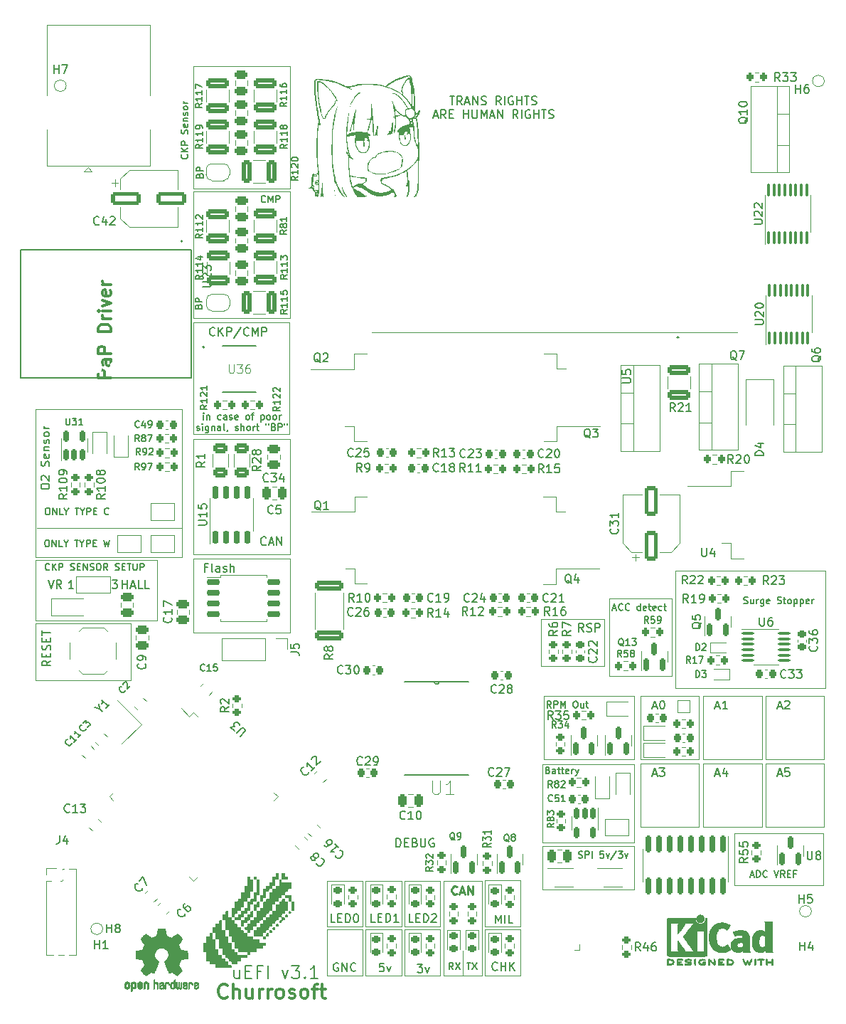
<source format=gto>
%TF.GenerationSoftware,KiCad,Pcbnew,(6.0.7)*%
%TF.CreationDate,2022-10-10T22:00:34-03:00*%
%TF.ProjectId,uEFI_rev3,75454649-5f72-4657-9633-2e6b69636164,v3.0*%
%TF.SameCoordinates,Original*%
%TF.FileFunction,Legend,Top*%
%TF.FilePolarity,Positive*%
%FSLAX46Y46*%
G04 Gerber Fmt 4.6, Leading zero omitted, Abs format (unit mm)*
G04 Created by KiCad (PCBNEW (6.0.7)) date 2022-10-10 22:00:34*
%MOMM*%
%LPD*%
G01*
G04 APERTURE LIST*
G04 Aperture macros list*
%AMRoundRect*
0 Rectangle with rounded corners*
0 $1 Rounding radius*
0 $2 $3 $4 $5 $6 $7 $8 $9 X,Y pos of 4 corners*
0 Add a 4 corners polygon primitive as box body*
4,1,4,$2,$3,$4,$5,$6,$7,$8,$9,$2,$3,0*
0 Add four circle primitives for the rounded corners*
1,1,$1+$1,$2,$3*
1,1,$1+$1,$4,$5*
1,1,$1+$1,$6,$7*
1,1,$1+$1,$8,$9*
0 Add four rect primitives between the rounded corners*
20,1,$1+$1,$2,$3,$4,$5,0*
20,1,$1+$1,$4,$5,$6,$7,0*
20,1,$1+$1,$6,$7,$8,$9,0*
20,1,$1+$1,$8,$9,$2,$3,0*%
%AMRotRect*
0 Rectangle, with rotation*
0 The origin of the aperture is its center*
0 $1 length*
0 $2 width*
0 $3 Rotation angle, in degrees counterclockwise*
0 Add horizontal line*
21,1,$1,$2,0,0,$3*%
%AMFreePoly0*
4,1,6,1.000000,0.000000,0.500000,-0.750000,-0.500000,-0.750000,-0.500000,0.750000,0.500000,0.750000,1.000000,0.000000,1.000000,0.000000,$1*%
%AMFreePoly1*
4,1,6,0.500000,-0.750000,-0.650000,-0.750000,-0.150000,0.000000,-0.650000,0.750000,0.500000,0.750000,0.500000,-0.750000,0.500000,-0.750000,$1*%
%AMFreePoly2*
4,1,22,0.500000,-0.750000,0.000000,-0.750000,0.000000,-0.745033,-0.079941,-0.743568,-0.215256,-0.701293,-0.333266,-0.622738,-0.424486,-0.514219,-0.481581,-0.384460,-0.499164,-0.250000,-0.500000,-0.250000,-0.500000,0.250000,-0.499164,0.250000,-0.499963,0.256109,-0.478152,0.396186,-0.417904,0.524511,-0.324060,0.630769,-0.204165,0.706417,-0.067858,0.745374,0.000000,0.744959,0.000000,0.750000,
0.500000,0.750000,0.500000,-0.750000,0.500000,-0.750000,$1*%
%AMFreePoly3*
4,1,20,0.000000,0.744959,0.073905,0.744508,0.209726,0.703889,0.328688,0.626782,0.421226,0.519385,0.479903,0.390333,0.500000,0.250000,0.500000,-0.250000,0.499851,-0.262216,0.476331,-0.402017,0.414519,-0.529596,0.319384,-0.634700,0.198574,-0.708877,0.061801,-0.746166,0.000000,-0.745033,0.000000,-0.750000,-0.500000,-0.750000,-0.500000,0.750000,0.000000,0.750000,0.000000,0.744959,
0.000000,0.744959,$1*%
G04 Aperture macros list end*
%ADD10C,0.120000*%
%ADD11C,0.150000*%
%ADD12C,0.250000*%
%ADD13C,0.300000*%
%ADD14C,0.015000*%
%ADD15C,0.152400*%
%ADD16C,0.127000*%
%ADD17C,0.200000*%
%ADD18C,0.010000*%
%ADD19C,0.100000*%
%ADD20R,1.600200X0.431800*%
%ADD21R,4.953000X4.953000*%
%ADD22R,1.650000X1.650000*%
%ADD23C,1.650000*%
%ADD24RoundRect,0.225000X0.225000X0.250000X-0.225000X0.250000X-0.225000X-0.250000X0.225000X-0.250000X0*%
%ADD25RoundRect,0.200000X0.200000X0.275000X-0.200000X0.275000X-0.200000X-0.275000X0.200000X-0.275000X0*%
%ADD26RoundRect,0.200000X-0.200000X-0.275000X0.200000X-0.275000X0.200000X0.275000X-0.200000X0.275000X0*%
%ADD27RoundRect,0.150000X0.150000X-0.512500X0.150000X0.512500X-0.150000X0.512500X-0.150000X-0.512500X0*%
%ADD28FreePoly0,0.000000*%
%ADD29FreePoly1,0.000000*%
%ADD30FreePoly0,180.000000*%
%ADD31FreePoly1,180.000000*%
%ADD32RoundRect,0.200000X-0.275000X0.200000X-0.275000X-0.200000X0.275000X-0.200000X0.275000X0.200000X0*%
%ADD33RoundRect,0.200000X0.275000X-0.200000X0.275000X0.200000X-0.275000X0.200000X-0.275000X-0.200000X0*%
%ADD34R,0.600000X0.700000*%
%ADD35RoundRect,0.225000X-0.225000X-0.250000X0.225000X-0.250000X0.225000X0.250000X-0.225000X0.250000X0*%
%ADD36RoundRect,0.250000X0.250000X0.475000X-0.250000X0.475000X-0.250000X-0.475000X0.250000X-0.475000X0*%
%ADD37RoundRect,0.250000X0.512652X0.159099X0.159099X0.512652X-0.512652X-0.159099X-0.159099X-0.512652X0*%
%ADD38RoundRect,0.250000X0.475000X-0.250000X0.475000X0.250000X-0.475000X0.250000X-0.475000X-0.250000X0*%
%ADD39RoundRect,0.150000X0.150000X-0.587500X0.150000X0.587500X-0.150000X0.587500X-0.150000X-0.587500X0*%
%ADD40C,0.700000*%
%ADD41C,4.400000*%
%ADD42RoundRect,0.218750X-0.256250X0.218750X-0.256250X-0.218750X0.256250X-0.218750X0.256250X0.218750X0*%
%ADD43RoundRect,0.250000X0.550000X-1.500000X0.550000X1.500000X-0.550000X1.500000X-0.550000X-1.500000X0*%
%ADD44FreePoly2,0.000000*%
%ADD45FreePoly3,0.000000*%
%ADD46RoundRect,0.150000X-0.150000X0.825000X-0.150000X-0.825000X0.150000X-0.825000X0.150000X0.825000X0*%
%ADD47RoundRect,0.250000X-0.512652X-0.159099X-0.159099X-0.512652X0.512652X0.159099X0.159099X0.512652X0*%
%ADD48C,1.000000*%
%ADD49R,0.450000X0.600000*%
%ADD50RoundRect,0.100000X0.100000X-0.637500X0.100000X0.637500X-0.100000X0.637500X-0.100000X-0.637500X0*%
%ADD51R,1.100000X1.100000*%
%ADD52R,0.800000X0.300000*%
%ADD53RoundRect,0.100000X-0.625000X-0.100000X0.625000X-0.100000X0.625000X0.100000X-0.625000X0.100000X0*%
%ADD54RoundRect,0.250000X-1.075000X0.312500X-1.075000X-0.312500X1.075000X-0.312500X1.075000X0.312500X0*%
%ADD55RoundRect,0.075000X-0.565685X0.459619X0.459619X-0.565685X0.565685X-0.459619X-0.459619X0.565685X0*%
%ADD56RoundRect,0.075000X-0.565685X-0.459619X-0.459619X-0.565685X0.565685X0.459619X0.459619X0.565685X0*%
%ADD57R,2.000000X1.905000*%
%ADD58O,2.000000X1.905000*%
%ADD59R,1.700000X1.700000*%
%ADD60O,1.700000X1.700000*%
%ADD61R,1.800000X2.500000*%
%ADD62R,0.600000X0.450000*%
%ADD63RoundRect,0.250000X0.159099X-0.512652X0.512652X-0.159099X-0.159099X0.512652X-0.512652X0.159099X0*%
%ADD64RoundRect,0.250000X-0.625000X0.312500X-0.625000X-0.312500X0.625000X-0.312500X0.625000X0.312500X0*%
%ADD65R,4.600000X1.100000*%
%ADD66R,9.400000X10.800000*%
%ADD67RoundRect,0.250000X-0.159099X0.512652X-0.512652X0.159099X0.159099X-0.512652X0.512652X-0.159099X0*%
%ADD68R,1.000000X1.500000*%
%ADD69RoundRect,0.250000X-1.500000X-0.550000X1.500000X-0.550000X1.500000X0.550000X-1.500000X0.550000X0*%
%ADD70C,2.374900*%
%ADD71C,0.990600*%
%ADD72C,0.787400*%
%ADD73RoundRect,0.150000X-0.650000X-0.150000X0.650000X-0.150000X0.650000X0.150000X-0.650000X0.150000X0*%
%ADD74R,1.000000X1.000000*%
%ADD75O,1.000000X1.000000*%
%ADD76RoundRect,0.250000X-0.250000X-0.475000X0.250000X-0.475000X0.250000X0.475000X-0.250000X0.475000X0*%
%ADD77RoundRect,0.250000X-1.425000X0.362500X-1.425000X-0.362500X1.425000X-0.362500X1.425000X0.362500X0*%
%ADD78RoundRect,0.250000X0.312500X1.075000X-0.312500X1.075000X-0.312500X-1.075000X0.312500X-1.075000X0*%
%ADD79RoundRect,0.150000X-0.150000X0.512500X-0.150000X-0.512500X0.150000X-0.512500X0.150000X0.512500X0*%
%ADD80RoundRect,0.225000X-0.250000X0.225000X-0.250000X-0.225000X0.250000X-0.225000X0.250000X0.225000X0*%
%ADD81RoundRect,0.250000X-0.475000X0.250000X-0.475000X-0.250000X0.475000X-0.250000X0.475000X0.250000X0*%
%ADD82RoundRect,0.225000X0.250000X-0.225000X0.250000X0.225000X-0.250000X0.225000X-0.250000X-0.225000X0*%
%ADD83C,1.700000*%
%ADD84C,3.500000*%
%ADD85R,1.640000X0.410000*%
%ADD86R,1.700000X1.000000*%
%ADD87RoundRect,0.250000X1.075000X-0.312500X1.075000X0.312500X-1.075000X0.312500X-1.075000X-0.312500X0*%
%ADD88RoundRect,0.150000X0.150000X-0.650000X0.150000X0.650000X-0.150000X0.650000X-0.150000X-0.650000X0*%
%ADD89C,1.800000*%
%ADD90C,4.125000*%
%ADD91RotRect,1.400000X1.200000X135.000000*%
G04 APERTURE END LIST*
D10*
X118406000Y-136981000D02*
X129310000Y-136981000D01*
X129310000Y-136981000D02*
X129310000Y-142128000D01*
X129310000Y-142128000D02*
X118406000Y-142128000D01*
X118406000Y-142128000D02*
X118406000Y-136981000D01*
X58041000Y-84984200D02*
X75440000Y-84984200D01*
X75440000Y-84984200D02*
X75440000Y-102555200D01*
X75440000Y-102555200D02*
X58041000Y-102555200D01*
X58041000Y-102555200D02*
X58041000Y-84984200D01*
X118237000Y-109982000D02*
X125730000Y-109982000D01*
X125730000Y-109982000D02*
X125730000Y-115570000D01*
X125730000Y-115570000D02*
X118237000Y-115570000D01*
X118237000Y-115570000D02*
X118237000Y-109982000D01*
X126357000Y-107500000D02*
X133800000Y-107500000D01*
X133800000Y-107500000D02*
X133800000Y-116688000D01*
X133800000Y-116688000D02*
X126357000Y-116688000D01*
X126357000Y-116688000D02*
X126357000Y-107500000D01*
X111537336Y-146898738D02*
X115788668Y-146898738D01*
X115788668Y-146898738D02*
X115788668Y-152356263D01*
X115788668Y-152356263D02*
X111537336Y-152356263D01*
X111537336Y-152356263D02*
X111537336Y-146898738D01*
X76825349Y-88526400D02*
X88292400Y-88526400D01*
X88292400Y-88526400D02*
X88292400Y-102242400D01*
X88292400Y-102242400D02*
X76825349Y-102242400D01*
X76825349Y-102242400D02*
X76825349Y-88526400D01*
X137548000Y-127100000D02*
X144500000Y-127100000D01*
X144500000Y-127100000D02*
X144500000Y-134633500D01*
X144500000Y-134633500D02*
X137548000Y-134633500D01*
X137548000Y-134633500D02*
X137548000Y-127100000D01*
X97334334Y-141073738D02*
X101585666Y-141073738D01*
X101585666Y-141073738D02*
X101585666Y-146531263D01*
X101585666Y-146531263D02*
X97334334Y-146531263D01*
X97334334Y-146531263D02*
X97334334Y-141073738D01*
X130048000Y-119100000D02*
X137000000Y-119100000D01*
X137000000Y-119100000D02*
X137000000Y-126633500D01*
X137000000Y-126633500D02*
X130048000Y-126633500D01*
X130048000Y-126633500D02*
X130048000Y-119100000D01*
X118541800Y-119075200D02*
X129336800Y-119075200D01*
X129336800Y-119075200D02*
X129336800Y-126646200D01*
X129336800Y-126646200D02*
X118541800Y-126646200D01*
X118541800Y-126646200D02*
X118541800Y-119075200D01*
X137548000Y-119100000D02*
X144500000Y-119100000D01*
X144500000Y-119100000D02*
X144500000Y-126633500D01*
X144500000Y-126633500D02*
X137548000Y-126633500D01*
X137548000Y-126633500D02*
X137548000Y-119100000D01*
X118387300Y-127219700D02*
X129322000Y-127219700D01*
X129322000Y-127219700D02*
X129322000Y-136490700D01*
X129322000Y-136490700D02*
X118387300Y-136490700D01*
X118387300Y-136490700D02*
X118387300Y-127219700D01*
X144948000Y-119100000D02*
X151900000Y-119100000D01*
X151900000Y-119100000D02*
X151900000Y-126633500D01*
X151900000Y-126633500D02*
X144948000Y-126633500D01*
X144948000Y-126633500D02*
X144948000Y-119100000D01*
X76815000Y-102768400D02*
X88315000Y-102768400D01*
X88315000Y-102768400D02*
X88315000Y-111518400D01*
X88315000Y-111518400D02*
X76815000Y-111518400D01*
X76815000Y-111518400D02*
X76815000Y-102768400D01*
X144948000Y-127100000D02*
X151900000Y-127100000D01*
X151900000Y-127100000D02*
X151900000Y-134633500D01*
X151900000Y-134633500D02*
X144948000Y-134633500D01*
X144948000Y-134633500D02*
X144948000Y-127100000D01*
X130048000Y-127100000D02*
X137000000Y-127100000D01*
X137000000Y-127100000D02*
X137000000Y-134633500D01*
X137000000Y-134633500D02*
X130048000Y-134633500D01*
X130048000Y-134633500D02*
X130048000Y-127100000D01*
X134238000Y-118160000D02*
X152082000Y-118160000D01*
X152082000Y-118160000D02*
X152082000Y-104160000D01*
X152082000Y-104160000D02*
X134238000Y-104160000D01*
X134238000Y-104160000D02*
X134238000Y-118160000D01*
X76819400Y-59100000D02*
X88291550Y-59100000D01*
X88291550Y-59100000D02*
X88291550Y-74159226D01*
X88291550Y-74159226D02*
X76819400Y-74159226D01*
X76819400Y-74159226D02*
X76819400Y-59100000D01*
X97322336Y-146878738D02*
X101573668Y-146878738D01*
X101573668Y-146878738D02*
X101573668Y-152336263D01*
X101573668Y-152336263D02*
X97322336Y-152336263D01*
X97322336Y-152336263D02*
X97322336Y-146878738D01*
X101941654Y-146888446D02*
X106192986Y-146888446D01*
X106192986Y-146888446D02*
X106192986Y-152345971D01*
X106192986Y-152345971D02*
X101941654Y-152345971D01*
X101941654Y-152345971D02*
X101941654Y-146888446D01*
X111536004Y-141046239D02*
X115787336Y-141046239D01*
X115787336Y-141046239D02*
X115787336Y-146503764D01*
X115787336Y-146503764D02*
X111536004Y-146503764D01*
X111536004Y-146503764D02*
X111536004Y-141046239D01*
X92722336Y-141062476D02*
X96973668Y-141062476D01*
X96973668Y-141062476D02*
X96973668Y-146520001D01*
X96973668Y-146520001D02*
X92722336Y-146520001D01*
X92722336Y-146520001D02*
X92722336Y-141062476D01*
X58193400Y-99132000D02*
X75363800Y-99132000D01*
X92741004Y-146871238D02*
X96992336Y-146871238D01*
X96992336Y-146871238D02*
X96992336Y-152328763D01*
X96992336Y-152328763D02*
X92741004Y-152328763D01*
X92741004Y-152328763D02*
X92741004Y-146871238D01*
X76790000Y-44146000D02*
X88300000Y-44146000D01*
X88300000Y-44146000D02*
X88300000Y-58700000D01*
X88300000Y-58700000D02*
X76790000Y-58700000D01*
X76790000Y-58700000D02*
X76790000Y-44146000D01*
X108917463Y-149399585D02*
X108917934Y-152350809D01*
X141267000Y-135417000D02*
X151848000Y-135417000D01*
X151848000Y-135417000D02*
X151848000Y-141635000D01*
X151848000Y-141635000D02*
X141267000Y-141635000D01*
X141267000Y-141635000D02*
X141267000Y-135417000D01*
X58050000Y-102900000D02*
X72500000Y-102900000D01*
X72500000Y-102900000D02*
X72500000Y-110100000D01*
X72500000Y-110100000D02*
X58050000Y-110100000D01*
X58050000Y-110100000D02*
X58050000Y-102900000D01*
X58050000Y-110450000D02*
X69350000Y-110450000D01*
X69350000Y-110450000D02*
X69350000Y-117200000D01*
X69350000Y-117200000D02*
X58050000Y-117200000D01*
X58050000Y-117200000D02*
X58050000Y-110450000D01*
X101948668Y-141071238D02*
X106200000Y-141071238D01*
X106200000Y-141071238D02*
X106200000Y-146528763D01*
X106200000Y-146528763D02*
X101948668Y-146528763D01*
X101948668Y-146528763D02*
X101948668Y-141071238D01*
X106594061Y-141061701D02*
X111158212Y-141061701D01*
X111158212Y-141061701D02*
X111158212Y-152356682D01*
X111158212Y-152356682D02*
X106594061Y-152356682D01*
X106594061Y-152356682D02*
X106594061Y-141061701D01*
X88268968Y-74657730D02*
X76825349Y-74657730D01*
X76825349Y-74657730D02*
X76825349Y-87950323D01*
X76825349Y-87950323D02*
X88268968Y-87950323D01*
X88268968Y-87950323D02*
X88268968Y-74657730D01*
D11*
X59310904Y-100519604D02*
X59463285Y-100519604D01*
X59539476Y-100557700D01*
X59615666Y-100633890D01*
X59653761Y-100786271D01*
X59653761Y-101052938D01*
X59615666Y-101205319D01*
X59539476Y-101281509D01*
X59463285Y-101319604D01*
X59310904Y-101319604D01*
X59234714Y-101281509D01*
X59158523Y-101205319D01*
X59120428Y-101052938D01*
X59120428Y-100786271D01*
X59158523Y-100633890D01*
X59234714Y-100557700D01*
X59310904Y-100519604D01*
X59996619Y-101319604D02*
X59996619Y-100519604D01*
X60453761Y-101319604D01*
X60453761Y-100519604D01*
X61215666Y-101319604D02*
X60834714Y-101319604D01*
X60834714Y-100519604D01*
X61634714Y-100938652D02*
X61634714Y-101319604D01*
X61368047Y-100519604D02*
X61634714Y-100938652D01*
X61901380Y-100519604D01*
X62663285Y-100519604D02*
X63120428Y-100519604D01*
X62891857Y-101319604D02*
X62891857Y-100519604D01*
X63539476Y-100938652D02*
X63539476Y-101319604D01*
X63272809Y-100519604D02*
X63539476Y-100938652D01*
X63806142Y-100519604D01*
X64072809Y-101319604D02*
X64072809Y-100519604D01*
X64377571Y-100519604D01*
X64453761Y-100557700D01*
X64491857Y-100595795D01*
X64529952Y-100671985D01*
X64529952Y-100786271D01*
X64491857Y-100862461D01*
X64453761Y-100900557D01*
X64377571Y-100938652D01*
X64072809Y-100938652D01*
X64872809Y-100900557D02*
X65139476Y-100900557D01*
X65253761Y-101319604D02*
X64872809Y-101319604D01*
X64872809Y-100519604D01*
X65253761Y-100519604D01*
X66129952Y-100519604D02*
X66320428Y-101319604D01*
X66472809Y-100748176D01*
X66625190Y-101319604D01*
X66815666Y-100519604D01*
X59516666Y-105302380D02*
X59850000Y-106302380D01*
X60183333Y-105302380D01*
X61088095Y-106302380D02*
X60754761Y-105826190D01*
X60516666Y-106302380D02*
X60516666Y-105302380D01*
X60897619Y-105302380D01*
X60992857Y-105350000D01*
X61040476Y-105397619D01*
X61088095Y-105492857D01*
X61088095Y-105635714D01*
X61040476Y-105730952D01*
X60992857Y-105778571D01*
X60897619Y-105826190D01*
X60516666Y-105826190D01*
D12*
X108195810Y-142608405D02*
X108148191Y-142656024D01*
X108005334Y-142703643D01*
X107910096Y-142703643D01*
X107767239Y-142656024D01*
X107672001Y-142560786D01*
X107624382Y-142465548D01*
X107576763Y-142275072D01*
X107576763Y-142132215D01*
X107624382Y-141941739D01*
X107672001Y-141846501D01*
X107767239Y-141751263D01*
X107910096Y-141703643D01*
X108005334Y-141703643D01*
X108148191Y-141751263D01*
X108195810Y-141798882D01*
X108576763Y-142417929D02*
X109052953Y-142417929D01*
X108481525Y-142703643D02*
X108814858Y-141703643D01*
X109148191Y-142703643D01*
X109481525Y-142703643D02*
X109481525Y-141703643D01*
X110052953Y-142703643D01*
X110052953Y-141703643D01*
D11*
X103483050Y-151003618D02*
X104102097Y-151003618D01*
X103768764Y-151384571D01*
X103911621Y-151384571D01*
X104006859Y-151432190D01*
X104054478Y-151479809D01*
X104102097Y-151575047D01*
X104102097Y-151813142D01*
X104054478Y-151908380D01*
X104006859Y-151955999D01*
X103911621Y-152003618D01*
X103625907Y-152003618D01*
X103530669Y-151955999D01*
X103483050Y-151908380D01*
X104435431Y-151336952D02*
X104673526Y-152003618D01*
X104911621Y-151336952D01*
X123285333Y-111450380D02*
X122952000Y-110974190D01*
X122713904Y-111450380D02*
X122713904Y-110450380D01*
X123094857Y-110450380D01*
X123190095Y-110498000D01*
X123237714Y-110545619D01*
X123285333Y-110640857D01*
X123285333Y-110783714D01*
X123237714Y-110878952D01*
X123190095Y-110926571D01*
X123094857Y-110974190D01*
X122713904Y-110974190D01*
X123666285Y-111402761D02*
X123809142Y-111450380D01*
X124047238Y-111450380D01*
X124142476Y-111402761D01*
X124190095Y-111355142D01*
X124237714Y-111259904D01*
X124237714Y-111164666D01*
X124190095Y-111069428D01*
X124142476Y-111021809D01*
X124047238Y-110974190D01*
X123856761Y-110926571D01*
X123761523Y-110878952D01*
X123713904Y-110831333D01*
X123666285Y-110736095D01*
X123666285Y-110640857D01*
X123713904Y-110545619D01*
X123761523Y-110498000D01*
X123856761Y-110450380D01*
X124094857Y-110450380D01*
X124237714Y-110498000D01*
X124666285Y-111450380D02*
X124666285Y-110450380D01*
X125047238Y-110450380D01*
X125142476Y-110498000D01*
X125190095Y-110545619D01*
X125237714Y-110640857D01*
X125237714Y-110783714D01*
X125190095Y-110878952D01*
X125142476Y-110926571D01*
X125047238Y-110974190D01*
X124666285Y-110974190D01*
X146385714Y-120366666D02*
X146861904Y-120366666D01*
X146290476Y-120652380D02*
X146623809Y-119652380D01*
X146957142Y-120652380D01*
X147242857Y-119747619D02*
X147290476Y-119700000D01*
X147385714Y-119652380D01*
X147623809Y-119652380D01*
X147719047Y-119700000D01*
X147766666Y-119747619D01*
X147814285Y-119842857D01*
X147814285Y-119938095D01*
X147766666Y-120080952D01*
X147195238Y-120652380D01*
X147814285Y-120652380D01*
X138985714Y-120366666D02*
X139461904Y-120366666D01*
X138890476Y-120652380D02*
X139223809Y-119652380D01*
X139557142Y-120652380D01*
X140414285Y-120652380D02*
X139842857Y-120652380D01*
X140128571Y-120652380D02*
X140128571Y-119652380D01*
X140033333Y-119795238D01*
X139938095Y-119890476D01*
X139842857Y-119938095D01*
X85463142Y-101068142D02*
X85415523Y-101115761D01*
X85272666Y-101163380D01*
X85177428Y-101163380D01*
X85034571Y-101115761D01*
X84939333Y-101020523D01*
X84891714Y-100925285D01*
X84844095Y-100734809D01*
X84844095Y-100591952D01*
X84891714Y-100401476D01*
X84939333Y-100306238D01*
X85034571Y-100211000D01*
X85177428Y-100163380D01*
X85272666Y-100163380D01*
X85415523Y-100211000D01*
X85463142Y-100258619D01*
X85844095Y-100877666D02*
X86320285Y-100877666D01*
X85748857Y-101163380D02*
X86082190Y-100163380D01*
X86415523Y-101163380D01*
X86748857Y-101163380D02*
X86748857Y-100163380D01*
X87320285Y-101163380D01*
X87320285Y-100163380D01*
X131485714Y-128366666D02*
X131961904Y-128366666D01*
X131390476Y-128652380D02*
X131723809Y-127652380D01*
X132057142Y-128652380D01*
X132295238Y-127652380D02*
X132914285Y-127652380D01*
X132580952Y-128033333D01*
X132723809Y-128033333D01*
X132819047Y-128080952D01*
X132866666Y-128128571D01*
X132914285Y-128223809D01*
X132914285Y-128461904D01*
X132866666Y-128557142D01*
X132819047Y-128604761D01*
X132723809Y-128652380D01*
X132438095Y-128652380D01*
X132342857Y-128604761D01*
X132295238Y-128557142D01*
X78461428Y-103796971D02*
X78128095Y-103796971D01*
X78128095Y-104320780D02*
X78128095Y-103320780D01*
X78604285Y-103320780D01*
X79128095Y-104320780D02*
X79032857Y-104273161D01*
X78985238Y-104177923D01*
X78985238Y-103320780D01*
X79937619Y-104320780D02*
X79937619Y-103796971D01*
X79890000Y-103701733D01*
X79794761Y-103654114D01*
X79604285Y-103654114D01*
X79509047Y-103701733D01*
X79937619Y-104273161D02*
X79842380Y-104320780D01*
X79604285Y-104320780D01*
X79509047Y-104273161D01*
X79461428Y-104177923D01*
X79461428Y-104082685D01*
X79509047Y-103987447D01*
X79604285Y-103939828D01*
X79842380Y-103939828D01*
X79937619Y-103892209D01*
X80366190Y-104273161D02*
X80461428Y-104320780D01*
X80651904Y-104320780D01*
X80747142Y-104273161D01*
X80794761Y-104177923D01*
X80794761Y-104130304D01*
X80747142Y-104035066D01*
X80651904Y-103987447D01*
X80509047Y-103987447D01*
X80413809Y-103939828D01*
X80366190Y-103844590D01*
X80366190Y-103796971D01*
X80413809Y-103701733D01*
X80509047Y-103654114D01*
X80651904Y-103654114D01*
X80747142Y-103701733D01*
X81223333Y-104320780D02*
X81223333Y-103320780D01*
X81651904Y-104320780D02*
X81651904Y-103796971D01*
X81604285Y-103701733D01*
X81509047Y-103654114D01*
X81366190Y-103654114D01*
X81270952Y-103701733D01*
X81223333Y-103749352D01*
X76085714Y-54676190D02*
X76123809Y-54714285D01*
X76161904Y-54828571D01*
X76161904Y-54904761D01*
X76123809Y-55019047D01*
X76047619Y-55095238D01*
X75971428Y-55133333D01*
X75819047Y-55171428D01*
X75704761Y-55171428D01*
X75552380Y-55133333D01*
X75476190Y-55095238D01*
X75400000Y-55019047D01*
X75361904Y-54904761D01*
X75361904Y-54828571D01*
X75400000Y-54714285D01*
X75438095Y-54676190D01*
X76161904Y-54333333D02*
X75361904Y-54333333D01*
X76161904Y-53876190D02*
X75704761Y-54219047D01*
X75361904Y-53876190D02*
X75819047Y-54333333D01*
X76161904Y-53533333D02*
X75361904Y-53533333D01*
X75361904Y-53228571D01*
X75400000Y-53152380D01*
X75438095Y-53114285D01*
X75514285Y-53076190D01*
X75628571Y-53076190D01*
X75704761Y-53114285D01*
X75742857Y-53152380D01*
X75780952Y-53228571D01*
X75780952Y-53533333D01*
X76123809Y-52161904D02*
X76161904Y-52047619D01*
X76161904Y-51857142D01*
X76123809Y-51780952D01*
X76085714Y-51742857D01*
X76009523Y-51704761D01*
X75933333Y-51704761D01*
X75857142Y-51742857D01*
X75819047Y-51780952D01*
X75780952Y-51857142D01*
X75742857Y-52009523D01*
X75704761Y-52085714D01*
X75666666Y-52123809D01*
X75590476Y-52161904D01*
X75514285Y-52161904D01*
X75438095Y-52123809D01*
X75400000Y-52085714D01*
X75361904Y-52009523D01*
X75361904Y-51819047D01*
X75400000Y-51704761D01*
X76123809Y-51057142D02*
X76161904Y-51133333D01*
X76161904Y-51285714D01*
X76123809Y-51361904D01*
X76047619Y-51400000D01*
X75742857Y-51400000D01*
X75666666Y-51361904D01*
X75628571Y-51285714D01*
X75628571Y-51133333D01*
X75666666Y-51057142D01*
X75742857Y-51019047D01*
X75819047Y-51019047D01*
X75895238Y-51400000D01*
X75628571Y-50676190D02*
X76161904Y-50676190D01*
X75704761Y-50676190D02*
X75666666Y-50638095D01*
X75628571Y-50561904D01*
X75628571Y-50447619D01*
X75666666Y-50371428D01*
X75742857Y-50333333D01*
X76161904Y-50333333D01*
X76123809Y-49990476D02*
X76161904Y-49914285D01*
X76161904Y-49761904D01*
X76123809Y-49685714D01*
X76047619Y-49647619D01*
X76009523Y-49647619D01*
X75933333Y-49685714D01*
X75895238Y-49761904D01*
X75895238Y-49876190D01*
X75857142Y-49952380D01*
X75780952Y-49990476D01*
X75742857Y-49990476D01*
X75666666Y-49952380D01*
X75628571Y-49876190D01*
X75628571Y-49761904D01*
X75666666Y-49685714D01*
X76161904Y-49190476D02*
X76123809Y-49266666D01*
X76085714Y-49304761D01*
X76009523Y-49342857D01*
X75780952Y-49342857D01*
X75704761Y-49304761D01*
X75666666Y-49266666D01*
X75628571Y-49190476D01*
X75628571Y-49076190D01*
X75666666Y-49000000D01*
X75704761Y-48961904D01*
X75780952Y-48923809D01*
X76009523Y-48923809D01*
X76085714Y-48961904D01*
X76123809Y-49000000D01*
X76161904Y-49076190D01*
X76161904Y-49190476D01*
X76161904Y-48580952D02*
X75628571Y-48580952D01*
X75780952Y-48580952D02*
X75704761Y-48542857D01*
X75666666Y-48504761D01*
X75628571Y-48428571D01*
X75628571Y-48352380D01*
X107333114Y-47745580D02*
X107904542Y-47745580D01*
X107618828Y-48745580D02*
X107618828Y-47745580D01*
X108809304Y-48745580D02*
X108475971Y-48269390D01*
X108237876Y-48745580D02*
X108237876Y-47745580D01*
X108618828Y-47745580D01*
X108714066Y-47793200D01*
X108761685Y-47840819D01*
X108809304Y-47936057D01*
X108809304Y-48078914D01*
X108761685Y-48174152D01*
X108714066Y-48221771D01*
X108618828Y-48269390D01*
X108237876Y-48269390D01*
X109190257Y-48459866D02*
X109666447Y-48459866D01*
X109095019Y-48745580D02*
X109428352Y-47745580D01*
X109761685Y-48745580D01*
X110095019Y-48745580D02*
X110095019Y-47745580D01*
X110666447Y-48745580D01*
X110666447Y-47745580D01*
X111095019Y-48697961D02*
X111237876Y-48745580D01*
X111475971Y-48745580D01*
X111571209Y-48697961D01*
X111618828Y-48650342D01*
X111666447Y-48555104D01*
X111666447Y-48459866D01*
X111618828Y-48364628D01*
X111571209Y-48317009D01*
X111475971Y-48269390D01*
X111285495Y-48221771D01*
X111190257Y-48174152D01*
X111142638Y-48126533D01*
X111095019Y-48031295D01*
X111095019Y-47936057D01*
X111142638Y-47840819D01*
X111190257Y-47793200D01*
X111285495Y-47745580D01*
X111523590Y-47745580D01*
X111666447Y-47793200D01*
X113428352Y-48745580D02*
X113095019Y-48269390D01*
X112856923Y-48745580D02*
X112856923Y-47745580D01*
X113237876Y-47745580D01*
X113333114Y-47793200D01*
X113380733Y-47840819D01*
X113428352Y-47936057D01*
X113428352Y-48078914D01*
X113380733Y-48174152D01*
X113333114Y-48221771D01*
X113237876Y-48269390D01*
X112856923Y-48269390D01*
X113856923Y-48745580D02*
X113856923Y-47745580D01*
X114856923Y-47793200D02*
X114761685Y-47745580D01*
X114618828Y-47745580D01*
X114475971Y-47793200D01*
X114380733Y-47888438D01*
X114333114Y-47983676D01*
X114285495Y-48174152D01*
X114285495Y-48317009D01*
X114333114Y-48507485D01*
X114380733Y-48602723D01*
X114475971Y-48697961D01*
X114618828Y-48745580D01*
X114714066Y-48745580D01*
X114856923Y-48697961D01*
X114904542Y-48650342D01*
X114904542Y-48317009D01*
X114714066Y-48317009D01*
X115333114Y-48745580D02*
X115333114Y-47745580D01*
X115333114Y-48221771D02*
X115904542Y-48221771D01*
X115904542Y-48745580D02*
X115904542Y-47745580D01*
X116237876Y-47745580D02*
X116809304Y-47745580D01*
X116523590Y-48745580D02*
X116523590Y-47745580D01*
X117095019Y-48697961D02*
X117237876Y-48745580D01*
X117475971Y-48745580D01*
X117571209Y-48697961D01*
X117618828Y-48650342D01*
X117666447Y-48555104D01*
X117666447Y-48459866D01*
X117618828Y-48364628D01*
X117571209Y-48317009D01*
X117475971Y-48269390D01*
X117285495Y-48221771D01*
X117190257Y-48174152D01*
X117142638Y-48126533D01*
X117095019Y-48031295D01*
X117095019Y-47936057D01*
X117142638Y-47840819D01*
X117190257Y-47793200D01*
X117285495Y-47745580D01*
X117523590Y-47745580D01*
X117666447Y-47793200D01*
X105404542Y-50069866D02*
X105880733Y-50069866D01*
X105309304Y-50355580D02*
X105642638Y-49355580D01*
X105975971Y-50355580D01*
X106880733Y-50355580D02*
X106547400Y-49879390D01*
X106309304Y-50355580D02*
X106309304Y-49355580D01*
X106690257Y-49355580D01*
X106785495Y-49403200D01*
X106833114Y-49450819D01*
X106880733Y-49546057D01*
X106880733Y-49688914D01*
X106833114Y-49784152D01*
X106785495Y-49831771D01*
X106690257Y-49879390D01*
X106309304Y-49879390D01*
X107309304Y-49831771D02*
X107642638Y-49831771D01*
X107785495Y-50355580D02*
X107309304Y-50355580D01*
X107309304Y-49355580D01*
X107785495Y-49355580D01*
X108975971Y-50355580D02*
X108975971Y-49355580D01*
X108975971Y-49831771D02*
X109547400Y-49831771D01*
X109547400Y-50355580D02*
X109547400Y-49355580D01*
X110023590Y-49355580D02*
X110023590Y-50165104D01*
X110071209Y-50260342D01*
X110118828Y-50307961D01*
X110214066Y-50355580D01*
X110404542Y-50355580D01*
X110499780Y-50307961D01*
X110547400Y-50260342D01*
X110595019Y-50165104D01*
X110595019Y-49355580D01*
X111071209Y-50355580D02*
X111071209Y-49355580D01*
X111404542Y-50069866D01*
X111737876Y-49355580D01*
X111737876Y-50355580D01*
X112166447Y-50069866D02*
X112642638Y-50069866D01*
X112071209Y-50355580D02*
X112404542Y-49355580D01*
X112737876Y-50355580D01*
X113071209Y-50355580D02*
X113071209Y-49355580D01*
X113642638Y-50355580D01*
X113642638Y-49355580D01*
X115452161Y-50355580D02*
X115118828Y-49879390D01*
X114880733Y-50355580D02*
X114880733Y-49355580D01*
X115261685Y-49355580D01*
X115356923Y-49403200D01*
X115404542Y-49450819D01*
X115452161Y-49546057D01*
X115452161Y-49688914D01*
X115404542Y-49784152D01*
X115356923Y-49831771D01*
X115261685Y-49879390D01*
X114880733Y-49879390D01*
X115880733Y-50355580D02*
X115880733Y-49355580D01*
X116880733Y-49403200D02*
X116785495Y-49355580D01*
X116642638Y-49355580D01*
X116499780Y-49403200D01*
X116404542Y-49498438D01*
X116356923Y-49593676D01*
X116309304Y-49784152D01*
X116309304Y-49927009D01*
X116356923Y-50117485D01*
X116404542Y-50212723D01*
X116499780Y-50307961D01*
X116642638Y-50355580D01*
X116737876Y-50355580D01*
X116880733Y-50307961D01*
X116928352Y-50260342D01*
X116928352Y-49927009D01*
X116737876Y-49927009D01*
X117356923Y-50355580D02*
X117356923Y-49355580D01*
X117356923Y-49831771D02*
X117928352Y-49831771D01*
X117928352Y-50355580D02*
X117928352Y-49355580D01*
X118261685Y-49355580D02*
X118833114Y-49355580D01*
X118547400Y-50355580D02*
X118547400Y-49355580D01*
X119118828Y-50307961D02*
X119261685Y-50355580D01*
X119499780Y-50355580D01*
X119595019Y-50307961D01*
X119642638Y-50260342D01*
X119690257Y-50165104D01*
X119690257Y-50069866D01*
X119642638Y-49974628D01*
X119595019Y-49927009D01*
X119499780Y-49879390D01*
X119309304Y-49831771D01*
X119214066Y-49784152D01*
X119166447Y-49736533D01*
X119118828Y-49641295D01*
X119118828Y-49546057D01*
X119166447Y-49450819D01*
X119214066Y-49403200D01*
X119309304Y-49355580D01*
X119547400Y-49355580D01*
X119690257Y-49403200D01*
X99484478Y-150891118D02*
X99008288Y-150891118D01*
X98960669Y-151367309D01*
X99008288Y-151319690D01*
X99103526Y-151272071D01*
X99341621Y-151272071D01*
X99436859Y-151319690D01*
X99484478Y-151367309D01*
X99532097Y-151462547D01*
X99532097Y-151700642D01*
X99484478Y-151795880D01*
X99436859Y-151843499D01*
X99341621Y-151891118D01*
X99103526Y-151891118D01*
X99008288Y-151843499D01*
X98960669Y-151795880D01*
X99865431Y-151224452D02*
X100103526Y-151891118D01*
X100341621Y-151224452D01*
X94040431Y-150891238D02*
X93945193Y-150843618D01*
X93802336Y-150843618D01*
X93659478Y-150891238D01*
X93564240Y-150986476D01*
X93516621Y-151081714D01*
X93469002Y-151272190D01*
X93469002Y-151415047D01*
X93516621Y-151605523D01*
X93564240Y-151700761D01*
X93659478Y-151795999D01*
X93802336Y-151843618D01*
X93897574Y-151843618D01*
X94040431Y-151795999D01*
X94088050Y-151748380D01*
X94088050Y-151415047D01*
X93897574Y-151415047D01*
X94516621Y-151843618D02*
X94516621Y-150843618D01*
X95088050Y-151843618D01*
X95088050Y-150843618D01*
X96135669Y-151748380D02*
X96088050Y-151795999D01*
X95945193Y-151843618D01*
X95849955Y-151843618D01*
X95707097Y-151795999D01*
X95611859Y-151700761D01*
X95564240Y-151605523D01*
X95516621Y-151415047D01*
X95516621Y-151272190D01*
X95564240Y-151081714D01*
X95611859Y-150986476D01*
X95707097Y-150891238D01*
X95849955Y-150843618D01*
X95945193Y-150843618D01*
X96088050Y-150891238D01*
X96135669Y-150938857D01*
X143157142Y-140433333D02*
X143538095Y-140433333D01*
X143080952Y-140661904D02*
X143347619Y-139861904D01*
X143614285Y-140661904D01*
X143880952Y-140661904D02*
X143880952Y-139861904D01*
X144071428Y-139861904D01*
X144185714Y-139900000D01*
X144261904Y-139976190D01*
X144300000Y-140052380D01*
X144338095Y-140204761D01*
X144338095Y-140319047D01*
X144300000Y-140471428D01*
X144261904Y-140547619D01*
X144185714Y-140623809D01*
X144071428Y-140661904D01*
X143880952Y-140661904D01*
X145138095Y-140585714D02*
X145100000Y-140623809D01*
X144985714Y-140661904D01*
X144909523Y-140661904D01*
X144795238Y-140623809D01*
X144719047Y-140547619D01*
X144680952Y-140471428D01*
X144642857Y-140319047D01*
X144642857Y-140204761D01*
X144680952Y-140052380D01*
X144719047Y-139976190D01*
X144795238Y-139900000D01*
X144909523Y-139861904D01*
X144985714Y-139861904D01*
X145100000Y-139900000D01*
X145138095Y-139938095D01*
X145976190Y-139861904D02*
X146242857Y-140661904D01*
X146509523Y-139861904D01*
X147233333Y-140661904D02*
X146966666Y-140280952D01*
X146776190Y-140661904D02*
X146776190Y-139861904D01*
X147080952Y-139861904D01*
X147157142Y-139900000D01*
X147195238Y-139938095D01*
X147233333Y-140014285D01*
X147233333Y-140128571D01*
X147195238Y-140204761D01*
X147157142Y-140242857D01*
X147080952Y-140280952D01*
X146776190Y-140280952D01*
X147576190Y-140242857D02*
X147842857Y-140242857D01*
X147957142Y-140661904D02*
X147576190Y-140661904D01*
X147576190Y-139861904D01*
X147957142Y-139861904D01*
X148566666Y-140242857D02*
X148300000Y-140242857D01*
X148300000Y-140661904D02*
X148300000Y-139861904D01*
X148680952Y-139861904D01*
X68376190Y-106302380D02*
X68376190Y-105302380D01*
X68376190Y-105778571D02*
X68947619Y-105778571D01*
X68947619Y-106302380D02*
X68947619Y-105302380D01*
X69376190Y-106016666D02*
X69852380Y-106016666D01*
X69280952Y-106302380D02*
X69614285Y-105302380D01*
X69947619Y-106302380D01*
X70757142Y-106302380D02*
X70280952Y-106302380D01*
X70280952Y-105302380D01*
X71566666Y-106302380D02*
X71090476Y-106302380D01*
X71090476Y-105302380D01*
X107745334Y-151603167D02*
X107478668Y-151222215D01*
X107288191Y-151603167D02*
X107288191Y-150803167D01*
X107592953Y-150803167D01*
X107669144Y-150841263D01*
X107707239Y-150879358D01*
X107745334Y-150955548D01*
X107745334Y-151069834D01*
X107707239Y-151146024D01*
X107669144Y-151184120D01*
X107592953Y-151222215D01*
X107288191Y-151222215D01*
X108012001Y-150803167D02*
X108545334Y-151603167D01*
X108545334Y-150803167D02*
X108012001Y-151603167D01*
X131485714Y-120366666D02*
X131961904Y-120366666D01*
X131390476Y-120652380D02*
X131723809Y-119652380D01*
X132057142Y-120652380D01*
X132580952Y-119652380D02*
X132676190Y-119652380D01*
X132771428Y-119700000D01*
X132819047Y-119747619D01*
X132866666Y-119842857D01*
X132914285Y-120033333D01*
X132914285Y-120271428D01*
X132866666Y-120461904D01*
X132819047Y-120557142D01*
X132771428Y-120604761D01*
X132676190Y-120652380D01*
X132580952Y-120652380D01*
X132485714Y-120604761D01*
X132438095Y-120557142D01*
X132390476Y-120461904D01*
X132342857Y-120271428D01*
X132342857Y-120033333D01*
X132390476Y-119842857D01*
X132438095Y-119747619D01*
X132485714Y-119700000D01*
X132580952Y-119652380D01*
X146385714Y-128366666D02*
X146861904Y-128366666D01*
X146290476Y-128652380D02*
X146623809Y-127652380D01*
X146957142Y-128652380D01*
X147766666Y-127652380D02*
X147290476Y-127652380D01*
X147242857Y-128128571D01*
X147290476Y-128080952D01*
X147385714Y-128033333D01*
X147623809Y-128033333D01*
X147719047Y-128080952D01*
X147766666Y-128128571D01*
X147814285Y-128223809D01*
X147814285Y-128461904D01*
X147766666Y-128557142D01*
X147719047Y-128604761D01*
X147623809Y-128652380D01*
X147385714Y-128652380D01*
X147290476Y-128604761D01*
X147242857Y-128557142D01*
X79354285Y-76150742D02*
X79306666Y-76198361D01*
X79163809Y-76245980D01*
X79068571Y-76245980D01*
X78925714Y-76198361D01*
X78830476Y-76103123D01*
X78782857Y-76007885D01*
X78735238Y-75817409D01*
X78735238Y-75674552D01*
X78782857Y-75484076D01*
X78830476Y-75388838D01*
X78925714Y-75293600D01*
X79068571Y-75245980D01*
X79163809Y-75245980D01*
X79306666Y-75293600D01*
X79354285Y-75341219D01*
X79782857Y-76245980D02*
X79782857Y-75245980D01*
X80354285Y-76245980D02*
X79925714Y-75674552D01*
X80354285Y-75245980D02*
X79782857Y-75817409D01*
X80782857Y-76245980D02*
X80782857Y-75245980D01*
X81163809Y-75245980D01*
X81259047Y-75293600D01*
X81306666Y-75341219D01*
X81354285Y-75436457D01*
X81354285Y-75579314D01*
X81306666Y-75674552D01*
X81259047Y-75722171D01*
X81163809Y-75769790D01*
X80782857Y-75769790D01*
X82497142Y-75198361D02*
X81640000Y-76484076D01*
X83401904Y-76150742D02*
X83354285Y-76198361D01*
X83211428Y-76245980D01*
X83116190Y-76245980D01*
X82973333Y-76198361D01*
X82878095Y-76103123D01*
X82830476Y-76007885D01*
X82782857Y-75817409D01*
X82782857Y-75674552D01*
X82830476Y-75484076D01*
X82878095Y-75388838D01*
X82973333Y-75293600D01*
X83116190Y-75245980D01*
X83211428Y-75245980D01*
X83354285Y-75293600D01*
X83401904Y-75341219D01*
X83830476Y-76245980D02*
X83830476Y-75245980D01*
X84163809Y-75960266D01*
X84497142Y-75245980D01*
X84497142Y-76245980D01*
X84973333Y-76245980D02*
X84973333Y-75245980D01*
X85354285Y-75245980D01*
X85449523Y-75293600D01*
X85497142Y-75341219D01*
X85544761Y-75436457D01*
X85544761Y-75579314D01*
X85497142Y-75674552D01*
X85449523Y-75722171D01*
X85354285Y-75769790D01*
X84973333Y-75769790D01*
X100961904Y-137052380D02*
X100961904Y-136052380D01*
X101200000Y-136052380D01*
X101342857Y-136100000D01*
X101438095Y-136195238D01*
X101485714Y-136290476D01*
X101533333Y-136480952D01*
X101533333Y-136623809D01*
X101485714Y-136814285D01*
X101438095Y-136909523D01*
X101342857Y-137004761D01*
X101200000Y-137052380D01*
X100961904Y-137052380D01*
X101961904Y-136528571D02*
X102295238Y-136528571D01*
X102438095Y-137052380D02*
X101961904Y-137052380D01*
X101961904Y-136052380D01*
X102438095Y-136052380D01*
X103200000Y-136528571D02*
X103342857Y-136576190D01*
X103390476Y-136623809D01*
X103438095Y-136719047D01*
X103438095Y-136861904D01*
X103390476Y-136957142D01*
X103342857Y-137004761D01*
X103247619Y-137052380D01*
X102866666Y-137052380D01*
X102866666Y-136052380D01*
X103200000Y-136052380D01*
X103295238Y-136100000D01*
X103342857Y-136147619D01*
X103390476Y-136242857D01*
X103390476Y-136338095D01*
X103342857Y-136433333D01*
X103295238Y-136480952D01*
X103200000Y-136528571D01*
X102866666Y-136528571D01*
X103866666Y-136052380D02*
X103866666Y-136861904D01*
X103914285Y-136957142D01*
X103961904Y-137004761D01*
X104057142Y-137052380D01*
X104247619Y-137052380D01*
X104342857Y-137004761D01*
X104390476Y-136957142D01*
X104438095Y-136861904D01*
X104438095Y-136052380D01*
X105438095Y-136100000D02*
X105342857Y-136052380D01*
X105200000Y-136052380D01*
X105057142Y-136100000D01*
X104961904Y-136195238D01*
X104914285Y-136290476D01*
X104866666Y-136480952D01*
X104866666Y-136623809D01*
X104914285Y-136814285D01*
X104961904Y-136909523D01*
X105057142Y-137004761D01*
X105200000Y-137052380D01*
X105295238Y-137052380D01*
X105438095Y-137004761D01*
X105485714Y-136957142D01*
X105485714Y-136623809D01*
X105295238Y-136623809D01*
X109379144Y-150823167D02*
X109836287Y-150823167D01*
X109607715Y-151623167D02*
X109607715Y-150823167D01*
X110026763Y-150823167D02*
X110560096Y-151623167D01*
X110560096Y-150823167D02*
X110026763Y-151623167D01*
X142366666Y-108073809D02*
X142480952Y-108111904D01*
X142671428Y-108111904D01*
X142747619Y-108073809D01*
X142785714Y-108035714D01*
X142823809Y-107959523D01*
X142823809Y-107883333D01*
X142785714Y-107807142D01*
X142747619Y-107769047D01*
X142671428Y-107730952D01*
X142519047Y-107692857D01*
X142442857Y-107654761D01*
X142404761Y-107616666D01*
X142366666Y-107540476D01*
X142366666Y-107464285D01*
X142404761Y-107388095D01*
X142442857Y-107350000D01*
X142519047Y-107311904D01*
X142709523Y-107311904D01*
X142823809Y-107350000D01*
X143509523Y-107578571D02*
X143509523Y-108111904D01*
X143166666Y-107578571D02*
X143166666Y-107997619D01*
X143204761Y-108073809D01*
X143280952Y-108111904D01*
X143395238Y-108111904D01*
X143471428Y-108073809D01*
X143509523Y-108035714D01*
X143890476Y-108111904D02*
X143890476Y-107578571D01*
X143890476Y-107730952D02*
X143928571Y-107654761D01*
X143966666Y-107616666D01*
X144042857Y-107578571D01*
X144119047Y-107578571D01*
X144728571Y-107578571D02*
X144728571Y-108226190D01*
X144690476Y-108302380D01*
X144652380Y-108340476D01*
X144576190Y-108378571D01*
X144461904Y-108378571D01*
X144385714Y-108340476D01*
X144728571Y-108073809D02*
X144652380Y-108111904D01*
X144500000Y-108111904D01*
X144423809Y-108073809D01*
X144385714Y-108035714D01*
X144347619Y-107959523D01*
X144347619Y-107730952D01*
X144385714Y-107654761D01*
X144423809Y-107616666D01*
X144500000Y-107578571D01*
X144652380Y-107578571D01*
X144728571Y-107616666D01*
X145414285Y-108073809D02*
X145338095Y-108111904D01*
X145185714Y-108111904D01*
X145109523Y-108073809D01*
X145071428Y-107997619D01*
X145071428Y-107692857D01*
X145109523Y-107616666D01*
X145185714Y-107578571D01*
X145338095Y-107578571D01*
X145414285Y-107616666D01*
X145452380Y-107692857D01*
X145452380Y-107769047D01*
X145071428Y-107845238D01*
X146366666Y-108073809D02*
X146480952Y-108111904D01*
X146671428Y-108111904D01*
X146747619Y-108073809D01*
X146785714Y-108035714D01*
X146823809Y-107959523D01*
X146823809Y-107883333D01*
X146785714Y-107807142D01*
X146747619Y-107769047D01*
X146671428Y-107730952D01*
X146519047Y-107692857D01*
X146442857Y-107654761D01*
X146404761Y-107616666D01*
X146366666Y-107540476D01*
X146366666Y-107464285D01*
X146404761Y-107388095D01*
X146442857Y-107350000D01*
X146519047Y-107311904D01*
X146709523Y-107311904D01*
X146823809Y-107350000D01*
X147052380Y-107578571D02*
X147357142Y-107578571D01*
X147166666Y-107311904D02*
X147166666Y-107997619D01*
X147204761Y-108073809D01*
X147280952Y-108111904D01*
X147357142Y-108111904D01*
X147738095Y-108111904D02*
X147661904Y-108073809D01*
X147623809Y-108035714D01*
X147585714Y-107959523D01*
X147585714Y-107730952D01*
X147623809Y-107654761D01*
X147661904Y-107616666D01*
X147738095Y-107578571D01*
X147852380Y-107578571D01*
X147928571Y-107616666D01*
X147966666Y-107654761D01*
X148004761Y-107730952D01*
X148004761Y-107959523D01*
X147966666Y-108035714D01*
X147928571Y-108073809D01*
X147852380Y-108111904D01*
X147738095Y-108111904D01*
X148347619Y-107578571D02*
X148347619Y-108378571D01*
X148347619Y-107616666D02*
X148423809Y-107578571D01*
X148576190Y-107578571D01*
X148652380Y-107616666D01*
X148690476Y-107654761D01*
X148728571Y-107730952D01*
X148728571Y-107959523D01*
X148690476Y-108035714D01*
X148652380Y-108073809D01*
X148576190Y-108111904D01*
X148423809Y-108111904D01*
X148347619Y-108073809D01*
X149071428Y-107578571D02*
X149071428Y-108378571D01*
X149071428Y-107616666D02*
X149147619Y-107578571D01*
X149300000Y-107578571D01*
X149376190Y-107616666D01*
X149414285Y-107654761D01*
X149452380Y-107730952D01*
X149452380Y-107959523D01*
X149414285Y-108035714D01*
X149376190Y-108073809D01*
X149300000Y-108111904D01*
X149147619Y-108111904D01*
X149071428Y-108073809D01*
X150100000Y-108073809D02*
X150023809Y-108111904D01*
X149871428Y-108111904D01*
X149795238Y-108073809D01*
X149757142Y-107997619D01*
X149757142Y-107692857D01*
X149795238Y-107616666D01*
X149871428Y-107578571D01*
X150023809Y-107578571D01*
X150100000Y-107616666D01*
X150138095Y-107692857D01*
X150138095Y-107769047D01*
X149757142Y-107845238D01*
X150480952Y-108111904D02*
X150480952Y-107578571D01*
X150480952Y-107730952D02*
X150519047Y-107654761D01*
X150557142Y-107616666D01*
X150633333Y-107578571D01*
X150709523Y-107578571D01*
X113003050Y-151673405D02*
X112955431Y-151721024D01*
X112812574Y-151768643D01*
X112717336Y-151768643D01*
X112574478Y-151721024D01*
X112479240Y-151625786D01*
X112431621Y-151530548D01*
X112384002Y-151340072D01*
X112384002Y-151197215D01*
X112431621Y-151006739D01*
X112479240Y-150911501D01*
X112574478Y-150816263D01*
X112717336Y-150768643D01*
X112812574Y-150768643D01*
X112955431Y-150816263D01*
X113003050Y-150863882D01*
X113431621Y-151768643D02*
X113431621Y-150768643D01*
X113431621Y-151244834D02*
X114003050Y-151244834D01*
X114003050Y-151768643D02*
X114003050Y-150768643D01*
X114479240Y-151768643D02*
X114479240Y-150768643D01*
X115050669Y-151768643D02*
X114622097Y-151197215D01*
X115050669Y-150768643D02*
X114479240Y-151340072D01*
X119418476Y-120503904D02*
X119151809Y-120122952D01*
X118961333Y-120503904D02*
X118961333Y-119703904D01*
X119266095Y-119703904D01*
X119342285Y-119742000D01*
X119380380Y-119780095D01*
X119418476Y-119856285D01*
X119418476Y-119970571D01*
X119380380Y-120046761D01*
X119342285Y-120084857D01*
X119266095Y-120122952D01*
X118961333Y-120122952D01*
X119761333Y-120503904D02*
X119761333Y-119703904D01*
X120066095Y-119703904D01*
X120142285Y-119742000D01*
X120180380Y-119780095D01*
X120218476Y-119856285D01*
X120218476Y-119970571D01*
X120180380Y-120046761D01*
X120142285Y-120084857D01*
X120066095Y-120122952D01*
X119761333Y-120122952D01*
X120561333Y-120503904D02*
X120561333Y-119703904D01*
X120828000Y-120275333D01*
X121094666Y-119703904D01*
X121094666Y-120503904D01*
X122237523Y-119703904D02*
X122389904Y-119703904D01*
X122466095Y-119742000D01*
X122542285Y-119818190D01*
X122580380Y-119970571D01*
X122580380Y-120237238D01*
X122542285Y-120389619D01*
X122466095Y-120465809D01*
X122389904Y-120503904D01*
X122237523Y-120503904D01*
X122161333Y-120465809D01*
X122085142Y-120389619D01*
X122047047Y-120237238D01*
X122047047Y-119970571D01*
X122085142Y-119818190D01*
X122161333Y-119742000D01*
X122237523Y-119703904D01*
X123266095Y-119970571D02*
X123266095Y-120503904D01*
X122923238Y-119970571D02*
X122923238Y-120389619D01*
X122961333Y-120465809D01*
X123037523Y-120503904D01*
X123151809Y-120503904D01*
X123228000Y-120465809D01*
X123266095Y-120427714D01*
X123532761Y-119970571D02*
X123837523Y-119970571D01*
X123647047Y-119703904D02*
X123647047Y-120389619D01*
X123685142Y-120465809D01*
X123761333Y-120503904D01*
X123837523Y-120503904D01*
X112765479Y-146126144D02*
X112765479Y-145126144D01*
X113098812Y-145840430D01*
X113432146Y-145126144D01*
X113432146Y-146126144D01*
X113908336Y-146126144D02*
X113908336Y-145126144D01*
X114860717Y-146126144D02*
X114384527Y-146126144D01*
X114384527Y-145126144D01*
X82314285Y-151678571D02*
X82314285Y-152678571D01*
X81671428Y-151678571D02*
X81671428Y-152464285D01*
X81742857Y-152607142D01*
X81885714Y-152678571D01*
X82100000Y-152678571D01*
X82242857Y-152607142D01*
X82314285Y-152535714D01*
X83028571Y-151892857D02*
X83528571Y-151892857D01*
X83742857Y-152678571D02*
X83028571Y-152678571D01*
X83028571Y-151178571D01*
X83742857Y-151178571D01*
X84885714Y-151892857D02*
X84385714Y-151892857D01*
X84385714Y-152678571D02*
X84385714Y-151178571D01*
X85100000Y-151178571D01*
X85671428Y-152678571D02*
X85671428Y-151178571D01*
X87385714Y-151678571D02*
X87742857Y-152678571D01*
X88100000Y-151678571D01*
X88528571Y-151178571D02*
X89457142Y-151178571D01*
X88957142Y-151750000D01*
X89171428Y-151750000D01*
X89314285Y-151821428D01*
X89385714Y-151892857D01*
X89457142Y-152035714D01*
X89457142Y-152392857D01*
X89385714Y-152535714D01*
X89314285Y-152607142D01*
X89171428Y-152678571D01*
X88742857Y-152678571D01*
X88600000Y-152607142D01*
X88528571Y-152535714D01*
X90100000Y-152535714D02*
X90171428Y-152607142D01*
X90100000Y-152678571D01*
X90028571Y-152607142D01*
X90100000Y-152535714D01*
X90100000Y-152678571D01*
X91600000Y-152678571D02*
X90742857Y-152678571D01*
X91171428Y-152678571D02*
X91171428Y-151178571D01*
X91028571Y-151392857D01*
X90885714Y-151535714D01*
X90742857Y-151607142D01*
X77532857Y-57161257D02*
X77570952Y-57046971D01*
X77609047Y-57008876D01*
X77685238Y-56970780D01*
X77799523Y-56970780D01*
X77875714Y-57008876D01*
X77913809Y-57046971D01*
X77951904Y-57123161D01*
X77951904Y-57427923D01*
X77151904Y-57427923D01*
X77151904Y-57161257D01*
X77190000Y-57085066D01*
X77228095Y-57046971D01*
X77304285Y-57008876D01*
X77380476Y-57008876D01*
X77456666Y-57046971D01*
X77494761Y-57085066D01*
X77532857Y-57161257D01*
X77532857Y-57427923D01*
X77951904Y-56627923D02*
X77151904Y-56627923D01*
X77151904Y-56323161D01*
X77190000Y-56246971D01*
X77228095Y-56208876D01*
X77304285Y-56170780D01*
X77418571Y-56170780D01*
X77494761Y-56208876D01*
X77532857Y-56246971D01*
X77570952Y-56323161D01*
X77570952Y-56627923D01*
X102980953Y-146021118D02*
X102504762Y-146021118D01*
X102504762Y-145021118D01*
X103314286Y-145497309D02*
X103647620Y-145497309D01*
X103790477Y-146021118D02*
X103314286Y-146021118D01*
X103314286Y-145021118D01*
X103790477Y-145021118D01*
X104219048Y-146021118D02*
X104219048Y-145021118D01*
X104457143Y-145021118D01*
X104600001Y-145068738D01*
X104695239Y-145163976D01*
X104742858Y-145259214D01*
X104790477Y-145449690D01*
X104790477Y-145592547D01*
X104742858Y-145783023D01*
X104695239Y-145878261D01*
X104600001Y-145973499D01*
X104457143Y-146021118D01*
X104219048Y-146021118D01*
X105171429Y-145116357D02*
X105219048Y-145068738D01*
X105314286Y-145021118D01*
X105552381Y-145021118D01*
X105647620Y-145068738D01*
X105695239Y-145116357D01*
X105742858Y-145211595D01*
X105742858Y-145306833D01*
X105695239Y-145449690D01*
X105123810Y-146021118D01*
X105742858Y-146021118D01*
X93693288Y-146023618D02*
X93217097Y-146023618D01*
X93217097Y-145023618D01*
X94026621Y-145499809D02*
X94359955Y-145499809D01*
X94502812Y-146023618D02*
X94026621Y-146023618D01*
X94026621Y-145023618D01*
X94502812Y-145023618D01*
X94931383Y-146023618D02*
X94931383Y-145023618D01*
X95169478Y-145023618D01*
X95312336Y-145071238D01*
X95407574Y-145166476D01*
X95455193Y-145261714D01*
X95502812Y-145452190D01*
X95502812Y-145595047D01*
X95455193Y-145785523D01*
X95407574Y-145880761D01*
X95312336Y-145975999D01*
X95169478Y-146023618D01*
X94931383Y-146023618D01*
X96121859Y-145023618D02*
X96217097Y-145023618D01*
X96312336Y-145071238D01*
X96359955Y-145118857D01*
X96407574Y-145214095D01*
X96455193Y-145404571D01*
X96455193Y-145642666D01*
X96407574Y-145833142D01*
X96359955Y-145928380D01*
X96312336Y-145975999D01*
X96217097Y-146023618D01*
X96121859Y-146023618D01*
X96026621Y-145975999D01*
X95979002Y-145928380D01*
X95931383Y-145833142D01*
X95883764Y-145642666D01*
X95883764Y-145404571D01*
X95931383Y-145214095D01*
X95979002Y-145118857D01*
X96026621Y-145071238D01*
X96121859Y-145023618D01*
X59659523Y-104035714D02*
X59621428Y-104073809D01*
X59507142Y-104111904D01*
X59430952Y-104111904D01*
X59316666Y-104073809D01*
X59240476Y-103997619D01*
X59202380Y-103921428D01*
X59164285Y-103769047D01*
X59164285Y-103654761D01*
X59202380Y-103502380D01*
X59240476Y-103426190D01*
X59316666Y-103350000D01*
X59430952Y-103311904D01*
X59507142Y-103311904D01*
X59621428Y-103350000D01*
X59659523Y-103388095D01*
X60002380Y-104111904D02*
X60002380Y-103311904D01*
X60459523Y-104111904D02*
X60116666Y-103654761D01*
X60459523Y-103311904D02*
X60002380Y-103769047D01*
X60802380Y-104111904D02*
X60802380Y-103311904D01*
X61107142Y-103311904D01*
X61183333Y-103350000D01*
X61221428Y-103388095D01*
X61259523Y-103464285D01*
X61259523Y-103578571D01*
X61221428Y-103654761D01*
X61183333Y-103692857D01*
X61107142Y-103730952D01*
X60802380Y-103730952D01*
X62173809Y-104073809D02*
X62288095Y-104111904D01*
X62478571Y-104111904D01*
X62554761Y-104073809D01*
X62592857Y-104035714D01*
X62630952Y-103959523D01*
X62630952Y-103883333D01*
X62592857Y-103807142D01*
X62554761Y-103769047D01*
X62478571Y-103730952D01*
X62326190Y-103692857D01*
X62250000Y-103654761D01*
X62211904Y-103616666D01*
X62173809Y-103540476D01*
X62173809Y-103464285D01*
X62211904Y-103388095D01*
X62250000Y-103350000D01*
X62326190Y-103311904D01*
X62516666Y-103311904D01*
X62630952Y-103350000D01*
X62973809Y-103692857D02*
X63240476Y-103692857D01*
X63354761Y-104111904D02*
X62973809Y-104111904D01*
X62973809Y-103311904D01*
X63354761Y-103311904D01*
X63697619Y-104111904D02*
X63697619Y-103311904D01*
X64154761Y-104111904D01*
X64154761Y-103311904D01*
X64497619Y-104073809D02*
X64611904Y-104111904D01*
X64802380Y-104111904D01*
X64878571Y-104073809D01*
X64916666Y-104035714D01*
X64954761Y-103959523D01*
X64954761Y-103883333D01*
X64916666Y-103807142D01*
X64878571Y-103769047D01*
X64802380Y-103730952D01*
X64650000Y-103692857D01*
X64573809Y-103654761D01*
X64535714Y-103616666D01*
X64497619Y-103540476D01*
X64497619Y-103464285D01*
X64535714Y-103388095D01*
X64573809Y-103350000D01*
X64650000Y-103311904D01*
X64840476Y-103311904D01*
X64954761Y-103350000D01*
X65450000Y-103311904D02*
X65602380Y-103311904D01*
X65678571Y-103350000D01*
X65754761Y-103426190D01*
X65792857Y-103578571D01*
X65792857Y-103845238D01*
X65754761Y-103997619D01*
X65678571Y-104073809D01*
X65602380Y-104111904D01*
X65450000Y-104111904D01*
X65373809Y-104073809D01*
X65297619Y-103997619D01*
X65259523Y-103845238D01*
X65259523Y-103578571D01*
X65297619Y-103426190D01*
X65373809Y-103350000D01*
X65450000Y-103311904D01*
X66592857Y-104111904D02*
X66326190Y-103730952D01*
X66135714Y-104111904D02*
X66135714Y-103311904D01*
X66440476Y-103311904D01*
X66516666Y-103350000D01*
X66554761Y-103388095D01*
X66592857Y-103464285D01*
X66592857Y-103578571D01*
X66554761Y-103654761D01*
X66516666Y-103692857D01*
X66440476Y-103730952D01*
X66135714Y-103730952D01*
X67507142Y-104073809D02*
X67621428Y-104111904D01*
X67811904Y-104111904D01*
X67888095Y-104073809D01*
X67926190Y-104035714D01*
X67964285Y-103959523D01*
X67964285Y-103883333D01*
X67926190Y-103807142D01*
X67888095Y-103769047D01*
X67811904Y-103730952D01*
X67659523Y-103692857D01*
X67583333Y-103654761D01*
X67545238Y-103616666D01*
X67507142Y-103540476D01*
X67507142Y-103464285D01*
X67545238Y-103388095D01*
X67583333Y-103350000D01*
X67659523Y-103311904D01*
X67850000Y-103311904D01*
X67964285Y-103350000D01*
X68307142Y-103692857D02*
X68573809Y-103692857D01*
X68688095Y-104111904D02*
X68307142Y-104111904D01*
X68307142Y-103311904D01*
X68688095Y-103311904D01*
X68916666Y-103311904D02*
X69373809Y-103311904D01*
X69145238Y-104111904D02*
X69145238Y-103311904D01*
X69640476Y-103311904D02*
X69640476Y-103959523D01*
X69678571Y-104035714D01*
X69716666Y-104073809D01*
X69792857Y-104111904D01*
X69945238Y-104111904D01*
X70021428Y-104073809D01*
X70059523Y-104035714D01*
X70097619Y-103959523D01*
X70097619Y-103311904D01*
X70478571Y-104111904D02*
X70478571Y-103311904D01*
X70783333Y-103311904D01*
X70859523Y-103350000D01*
X70897619Y-103388095D01*
X70935714Y-103464285D01*
X70935714Y-103578571D01*
X70897619Y-103654761D01*
X70859523Y-103692857D01*
X70783333Y-103730952D01*
X70478571Y-103730952D01*
X58650580Y-94244590D02*
X58650580Y-94054114D01*
X58698200Y-93958876D01*
X58793438Y-93863638D01*
X58983914Y-93816019D01*
X59317247Y-93816019D01*
X59507723Y-93863638D01*
X59602961Y-93958876D01*
X59650580Y-94054114D01*
X59650580Y-94244590D01*
X59602961Y-94339828D01*
X59507723Y-94435066D01*
X59317247Y-94482685D01*
X58983914Y-94482685D01*
X58793438Y-94435066D01*
X58698200Y-94339828D01*
X58650580Y-94244590D01*
X58745819Y-93435066D02*
X58698200Y-93387447D01*
X58650580Y-93292209D01*
X58650580Y-93054114D01*
X58698200Y-92958876D01*
X58745819Y-92911257D01*
X58841057Y-92863638D01*
X58936295Y-92863638D01*
X59079152Y-92911257D01*
X59650580Y-93482685D01*
X59650580Y-92863638D01*
X59602961Y-91720780D02*
X59650580Y-91577923D01*
X59650580Y-91339828D01*
X59602961Y-91244590D01*
X59555342Y-91196971D01*
X59460104Y-91149352D01*
X59364866Y-91149352D01*
X59269628Y-91196971D01*
X59222009Y-91244590D01*
X59174390Y-91339828D01*
X59126771Y-91530304D01*
X59079152Y-91625542D01*
X59031533Y-91673161D01*
X58936295Y-91720780D01*
X58841057Y-91720780D01*
X58745819Y-91673161D01*
X58698200Y-91625542D01*
X58650580Y-91530304D01*
X58650580Y-91292209D01*
X58698200Y-91149352D01*
X59602961Y-90339828D02*
X59650580Y-90435066D01*
X59650580Y-90625542D01*
X59602961Y-90720780D01*
X59507723Y-90768400D01*
X59126771Y-90768400D01*
X59031533Y-90720780D01*
X58983914Y-90625542D01*
X58983914Y-90435066D01*
X59031533Y-90339828D01*
X59126771Y-90292209D01*
X59222009Y-90292209D01*
X59317247Y-90768400D01*
X58983914Y-89863638D02*
X59650580Y-89863638D01*
X59079152Y-89863638D02*
X59031533Y-89816019D01*
X58983914Y-89720780D01*
X58983914Y-89577923D01*
X59031533Y-89482685D01*
X59126771Y-89435066D01*
X59650580Y-89435066D01*
X59602961Y-89006495D02*
X59650580Y-88911257D01*
X59650580Y-88720780D01*
X59602961Y-88625542D01*
X59507723Y-88577923D01*
X59460104Y-88577923D01*
X59364866Y-88625542D01*
X59317247Y-88720780D01*
X59317247Y-88863638D01*
X59269628Y-88958876D01*
X59174390Y-89006495D01*
X59126771Y-89006495D01*
X59031533Y-88958876D01*
X58983914Y-88863638D01*
X58983914Y-88720780D01*
X59031533Y-88625542D01*
X59650580Y-88006495D02*
X59602961Y-88101733D01*
X59555342Y-88149352D01*
X59460104Y-88196971D01*
X59174390Y-88196971D01*
X59079152Y-88149352D01*
X59031533Y-88101733D01*
X58983914Y-88006495D01*
X58983914Y-87863638D01*
X59031533Y-87768400D01*
X59079152Y-87720780D01*
X59174390Y-87673161D01*
X59460104Y-87673161D01*
X59555342Y-87720780D01*
X59602961Y-87768400D01*
X59650580Y-87863638D01*
X59650580Y-88006495D01*
X59650580Y-87244590D02*
X58983914Y-87244590D01*
X59174390Y-87244590D02*
X59079152Y-87196971D01*
X59031533Y-87149352D01*
X58983914Y-87054114D01*
X58983914Y-86958876D01*
X122685714Y-138320809D02*
X122800000Y-138358904D01*
X122990476Y-138358904D01*
X123066666Y-138320809D01*
X123104761Y-138282714D01*
X123142857Y-138206523D01*
X123142857Y-138130333D01*
X123104761Y-138054142D01*
X123066666Y-138016047D01*
X122990476Y-137977952D01*
X122838095Y-137939857D01*
X122761904Y-137901761D01*
X122723809Y-137863666D01*
X122685714Y-137787476D01*
X122685714Y-137711285D01*
X122723809Y-137635095D01*
X122761904Y-137597000D01*
X122838095Y-137558904D01*
X123028571Y-137558904D01*
X123142857Y-137597000D01*
X123485714Y-138358904D02*
X123485714Y-137558904D01*
X123790476Y-137558904D01*
X123866666Y-137597000D01*
X123904761Y-137635095D01*
X123942857Y-137711285D01*
X123942857Y-137825571D01*
X123904761Y-137901761D01*
X123866666Y-137939857D01*
X123790476Y-137977952D01*
X123485714Y-137977952D01*
X124285714Y-138358904D02*
X124285714Y-137558904D01*
X125657142Y-137558904D02*
X125276190Y-137558904D01*
X125238095Y-137939857D01*
X125276190Y-137901761D01*
X125352380Y-137863666D01*
X125542857Y-137863666D01*
X125619047Y-137901761D01*
X125657142Y-137939857D01*
X125695238Y-138016047D01*
X125695238Y-138206523D01*
X125657142Y-138282714D01*
X125619047Y-138320809D01*
X125542857Y-138358904D01*
X125352380Y-138358904D01*
X125276190Y-138320809D01*
X125238095Y-138282714D01*
X125961904Y-137825571D02*
X126152380Y-138358904D01*
X126342857Y-137825571D01*
X127219047Y-137520809D02*
X126533333Y-138549380D01*
X127409523Y-137558904D02*
X127904761Y-137558904D01*
X127638095Y-137863666D01*
X127752380Y-137863666D01*
X127828571Y-137901761D01*
X127866666Y-137939857D01*
X127904761Y-138016047D01*
X127904761Y-138206523D01*
X127866666Y-138282714D01*
X127828571Y-138320809D01*
X127752380Y-138358904D01*
X127523809Y-138358904D01*
X127447619Y-138320809D01*
X127409523Y-138282714D01*
X128171428Y-137825571D02*
X128361904Y-138358904D01*
X128552380Y-137825571D01*
X59368047Y-96709604D02*
X59520428Y-96709604D01*
X59596619Y-96747700D01*
X59672809Y-96823890D01*
X59710904Y-96976271D01*
X59710904Y-97242938D01*
X59672809Y-97395319D01*
X59596619Y-97471509D01*
X59520428Y-97509604D01*
X59368047Y-97509604D01*
X59291857Y-97471509D01*
X59215666Y-97395319D01*
X59177571Y-97242938D01*
X59177571Y-96976271D01*
X59215666Y-96823890D01*
X59291857Y-96747700D01*
X59368047Y-96709604D01*
X60053761Y-97509604D02*
X60053761Y-96709604D01*
X60510904Y-97509604D01*
X60510904Y-96709604D01*
X61272809Y-97509604D02*
X60891857Y-97509604D01*
X60891857Y-96709604D01*
X61691857Y-97128652D02*
X61691857Y-97509604D01*
X61425190Y-96709604D02*
X61691857Y-97128652D01*
X61958523Y-96709604D01*
X62720428Y-96709604D02*
X63177571Y-96709604D01*
X62949000Y-97509604D02*
X62949000Y-96709604D01*
X63596619Y-97128652D02*
X63596619Y-97509604D01*
X63329952Y-96709604D02*
X63596619Y-97128652D01*
X63863285Y-96709604D01*
X64129952Y-97509604D02*
X64129952Y-96709604D01*
X64434714Y-96709604D01*
X64510904Y-96747700D01*
X64549000Y-96785795D01*
X64587095Y-96861985D01*
X64587095Y-96976271D01*
X64549000Y-97052461D01*
X64510904Y-97090557D01*
X64434714Y-97128652D01*
X64129952Y-97128652D01*
X64929952Y-97090557D02*
X65196619Y-97090557D01*
X65310904Y-97509604D02*
X64929952Y-97509604D01*
X64929952Y-96709604D01*
X65310904Y-96709604D01*
X66720428Y-97433414D02*
X66682333Y-97471509D01*
X66568047Y-97509604D01*
X66491857Y-97509604D01*
X66377571Y-97471509D01*
X66301380Y-97395319D01*
X66263285Y-97319128D01*
X66225190Y-97166747D01*
X66225190Y-97052461D01*
X66263285Y-96900080D01*
X66301380Y-96823890D01*
X66377571Y-96747700D01*
X66491857Y-96709604D01*
X66568047Y-96709604D01*
X66682333Y-96747700D01*
X66720428Y-96785795D01*
X77412257Y-72732657D02*
X77450352Y-72618371D01*
X77488447Y-72580276D01*
X77564638Y-72542180D01*
X77678923Y-72542180D01*
X77755114Y-72580276D01*
X77793209Y-72618371D01*
X77831304Y-72694561D01*
X77831304Y-72999323D01*
X77031304Y-72999323D01*
X77031304Y-72732657D01*
X77069400Y-72656466D01*
X77107495Y-72618371D01*
X77183685Y-72580276D01*
X77259876Y-72580276D01*
X77336066Y-72618371D01*
X77374161Y-72656466D01*
X77412257Y-72732657D01*
X77412257Y-72999323D01*
X77831304Y-72199323D02*
X77031304Y-72199323D01*
X77031304Y-71894561D01*
X77069400Y-71818371D01*
X77107495Y-71780276D01*
X77183685Y-71742180D01*
X77297971Y-71742180D01*
X77374161Y-71780276D01*
X77412257Y-71818371D01*
X77450352Y-71894561D01*
X77450352Y-72199323D01*
X78018571Y-86212304D02*
X78018571Y-85678971D01*
X78018571Y-85412304D02*
X77980476Y-85450400D01*
X78018571Y-85488495D01*
X78056666Y-85450400D01*
X78018571Y-85412304D01*
X78018571Y-85488495D01*
X78399523Y-85678971D02*
X78399523Y-86212304D01*
X78399523Y-85755161D02*
X78437619Y-85717066D01*
X78513809Y-85678971D01*
X78628095Y-85678971D01*
X78704285Y-85717066D01*
X78742380Y-85793257D01*
X78742380Y-86212304D01*
X80075714Y-86174209D02*
X79999523Y-86212304D01*
X79847142Y-86212304D01*
X79770952Y-86174209D01*
X79732857Y-86136114D01*
X79694761Y-86059923D01*
X79694761Y-85831352D01*
X79732857Y-85755161D01*
X79770952Y-85717066D01*
X79847142Y-85678971D01*
X79999523Y-85678971D01*
X80075714Y-85717066D01*
X80761428Y-86212304D02*
X80761428Y-85793257D01*
X80723333Y-85717066D01*
X80647142Y-85678971D01*
X80494761Y-85678971D01*
X80418571Y-85717066D01*
X80761428Y-86174209D02*
X80685238Y-86212304D01*
X80494761Y-86212304D01*
X80418571Y-86174209D01*
X80380476Y-86098019D01*
X80380476Y-86021828D01*
X80418571Y-85945638D01*
X80494761Y-85907542D01*
X80685238Y-85907542D01*
X80761428Y-85869447D01*
X81104285Y-86174209D02*
X81180476Y-86212304D01*
X81332857Y-86212304D01*
X81409047Y-86174209D01*
X81447142Y-86098019D01*
X81447142Y-86059923D01*
X81409047Y-85983733D01*
X81332857Y-85945638D01*
X81218571Y-85945638D01*
X81142380Y-85907542D01*
X81104285Y-85831352D01*
X81104285Y-85793257D01*
X81142380Y-85717066D01*
X81218571Y-85678971D01*
X81332857Y-85678971D01*
X81409047Y-85717066D01*
X82094761Y-86174209D02*
X82018571Y-86212304D01*
X81866190Y-86212304D01*
X81790000Y-86174209D01*
X81751904Y-86098019D01*
X81751904Y-85793257D01*
X81790000Y-85717066D01*
X81866190Y-85678971D01*
X82018571Y-85678971D01*
X82094761Y-85717066D01*
X82132857Y-85793257D01*
X82132857Y-85869447D01*
X81751904Y-85945638D01*
X83199523Y-86212304D02*
X83123333Y-86174209D01*
X83085238Y-86136114D01*
X83047142Y-86059923D01*
X83047142Y-85831352D01*
X83085238Y-85755161D01*
X83123333Y-85717066D01*
X83199523Y-85678971D01*
X83313809Y-85678971D01*
X83390000Y-85717066D01*
X83428095Y-85755161D01*
X83466190Y-85831352D01*
X83466190Y-86059923D01*
X83428095Y-86136114D01*
X83390000Y-86174209D01*
X83313809Y-86212304D01*
X83199523Y-86212304D01*
X83694761Y-85678971D02*
X83999523Y-85678971D01*
X83809047Y-86212304D02*
X83809047Y-85526590D01*
X83847142Y-85450400D01*
X83923333Y-85412304D01*
X83999523Y-85412304D01*
X84875714Y-85678971D02*
X84875714Y-86478971D01*
X84875714Y-85717066D02*
X84951904Y-85678971D01*
X85104285Y-85678971D01*
X85180476Y-85717066D01*
X85218571Y-85755161D01*
X85256666Y-85831352D01*
X85256666Y-86059923D01*
X85218571Y-86136114D01*
X85180476Y-86174209D01*
X85104285Y-86212304D01*
X84951904Y-86212304D01*
X84875714Y-86174209D01*
X85713809Y-86212304D02*
X85637619Y-86174209D01*
X85599523Y-86136114D01*
X85561428Y-86059923D01*
X85561428Y-85831352D01*
X85599523Y-85755161D01*
X85637619Y-85717066D01*
X85713809Y-85678971D01*
X85828095Y-85678971D01*
X85904285Y-85717066D01*
X85942380Y-85755161D01*
X85980476Y-85831352D01*
X85980476Y-86059923D01*
X85942380Y-86136114D01*
X85904285Y-86174209D01*
X85828095Y-86212304D01*
X85713809Y-86212304D01*
X86437619Y-86212304D02*
X86361428Y-86174209D01*
X86323333Y-86136114D01*
X86285238Y-86059923D01*
X86285238Y-85831352D01*
X86323333Y-85755161D01*
X86361428Y-85717066D01*
X86437619Y-85678971D01*
X86551904Y-85678971D01*
X86628095Y-85717066D01*
X86666190Y-85755161D01*
X86704285Y-85831352D01*
X86704285Y-86059923D01*
X86666190Y-86136114D01*
X86628095Y-86174209D01*
X86551904Y-86212304D01*
X86437619Y-86212304D01*
X87047142Y-86212304D02*
X87047142Y-85678971D01*
X87047142Y-85831352D02*
X87085238Y-85755161D01*
X87123333Y-85717066D01*
X87199523Y-85678971D01*
X87275714Y-85678971D01*
X77199523Y-87462209D02*
X77275714Y-87500304D01*
X77428095Y-87500304D01*
X77504285Y-87462209D01*
X77542380Y-87386019D01*
X77542380Y-87347923D01*
X77504285Y-87271733D01*
X77428095Y-87233638D01*
X77313809Y-87233638D01*
X77237619Y-87195542D01*
X77199523Y-87119352D01*
X77199523Y-87081257D01*
X77237619Y-87005066D01*
X77313809Y-86966971D01*
X77428095Y-86966971D01*
X77504285Y-87005066D01*
X77885238Y-87500304D02*
X77885238Y-86966971D01*
X77885238Y-86700304D02*
X77847142Y-86738400D01*
X77885238Y-86776495D01*
X77923333Y-86738400D01*
X77885238Y-86700304D01*
X77885238Y-86776495D01*
X78609047Y-86966971D02*
X78609047Y-87614590D01*
X78570952Y-87690780D01*
X78532857Y-87728876D01*
X78456666Y-87766971D01*
X78342380Y-87766971D01*
X78266190Y-87728876D01*
X78609047Y-87462209D02*
X78532857Y-87500304D01*
X78380476Y-87500304D01*
X78304285Y-87462209D01*
X78266190Y-87424114D01*
X78228095Y-87347923D01*
X78228095Y-87119352D01*
X78266190Y-87043161D01*
X78304285Y-87005066D01*
X78380476Y-86966971D01*
X78532857Y-86966971D01*
X78609047Y-87005066D01*
X78990000Y-86966971D02*
X78990000Y-87500304D01*
X78990000Y-87043161D02*
X79028095Y-87005066D01*
X79104285Y-86966971D01*
X79218571Y-86966971D01*
X79294761Y-87005066D01*
X79332857Y-87081257D01*
X79332857Y-87500304D01*
X80056666Y-87500304D02*
X80056666Y-87081257D01*
X80018571Y-87005066D01*
X79942380Y-86966971D01*
X79790000Y-86966971D01*
X79713809Y-87005066D01*
X80056666Y-87462209D02*
X79980476Y-87500304D01*
X79790000Y-87500304D01*
X79713809Y-87462209D01*
X79675714Y-87386019D01*
X79675714Y-87309828D01*
X79713809Y-87233638D01*
X79790000Y-87195542D01*
X79980476Y-87195542D01*
X80056666Y-87157447D01*
X80551904Y-87500304D02*
X80475714Y-87462209D01*
X80437619Y-87386019D01*
X80437619Y-86700304D01*
X80894761Y-87462209D02*
X80894761Y-87500304D01*
X80856666Y-87576495D01*
X80818571Y-87614590D01*
X81809047Y-87462209D02*
X81885238Y-87500304D01*
X82037619Y-87500304D01*
X82113809Y-87462209D01*
X82151904Y-87386019D01*
X82151904Y-87347923D01*
X82113809Y-87271733D01*
X82037619Y-87233638D01*
X81923333Y-87233638D01*
X81847142Y-87195542D01*
X81809047Y-87119352D01*
X81809047Y-87081257D01*
X81847142Y-87005066D01*
X81923333Y-86966971D01*
X82037619Y-86966971D01*
X82113809Y-87005066D01*
X82494761Y-87500304D02*
X82494761Y-86700304D01*
X82837619Y-87500304D02*
X82837619Y-87081257D01*
X82799523Y-87005066D01*
X82723333Y-86966971D01*
X82609047Y-86966971D01*
X82532857Y-87005066D01*
X82494761Y-87043161D01*
X83332857Y-87500304D02*
X83256666Y-87462209D01*
X83218571Y-87424114D01*
X83180476Y-87347923D01*
X83180476Y-87119352D01*
X83218571Y-87043161D01*
X83256666Y-87005066D01*
X83332857Y-86966971D01*
X83447142Y-86966971D01*
X83523333Y-87005066D01*
X83561428Y-87043161D01*
X83599523Y-87119352D01*
X83599523Y-87347923D01*
X83561428Y-87424114D01*
X83523333Y-87462209D01*
X83447142Y-87500304D01*
X83332857Y-87500304D01*
X83942380Y-87500304D02*
X83942380Y-86966971D01*
X83942380Y-87119352D02*
X83980476Y-87043161D01*
X84018571Y-87005066D01*
X84094761Y-86966971D01*
X84170952Y-86966971D01*
X84323333Y-86966971D02*
X84628095Y-86966971D01*
X84437619Y-86700304D02*
X84437619Y-87386019D01*
X84475714Y-87462209D01*
X84551904Y-87500304D01*
X84628095Y-87500304D01*
X85466190Y-86700304D02*
X85466190Y-86852685D01*
X85770952Y-86700304D02*
X85770952Y-86852685D01*
X86380476Y-87081257D02*
X86494761Y-87119352D01*
X86532857Y-87157447D01*
X86570952Y-87233638D01*
X86570952Y-87347923D01*
X86532857Y-87424114D01*
X86494761Y-87462209D01*
X86418571Y-87500304D01*
X86113809Y-87500304D01*
X86113809Y-86700304D01*
X86380476Y-86700304D01*
X86456666Y-86738400D01*
X86494761Y-86776495D01*
X86532857Y-86852685D01*
X86532857Y-86928876D01*
X86494761Y-87005066D01*
X86456666Y-87043161D01*
X86380476Y-87081257D01*
X86113809Y-87081257D01*
X86913809Y-87500304D02*
X86913809Y-86700304D01*
X87218571Y-86700304D01*
X87294761Y-86738400D01*
X87332857Y-86776495D01*
X87370952Y-86852685D01*
X87370952Y-86966971D01*
X87332857Y-87043161D01*
X87294761Y-87081257D01*
X87218571Y-87119352D01*
X86913809Y-87119352D01*
X87675714Y-86700304D02*
X87675714Y-86852685D01*
X87980476Y-86700304D02*
X87980476Y-86852685D01*
X59802380Y-114902380D02*
X59326190Y-115235714D01*
X59802380Y-115473809D02*
X58802380Y-115473809D01*
X58802380Y-115092857D01*
X58850000Y-114997619D01*
X58897619Y-114950000D01*
X58992857Y-114902380D01*
X59135714Y-114902380D01*
X59230952Y-114950000D01*
X59278571Y-114997619D01*
X59326190Y-115092857D01*
X59326190Y-115473809D01*
X59278571Y-114473809D02*
X59278571Y-114140476D01*
X59802380Y-113997619D02*
X59802380Y-114473809D01*
X58802380Y-114473809D01*
X58802380Y-113997619D01*
X59754761Y-113616666D02*
X59802380Y-113473809D01*
X59802380Y-113235714D01*
X59754761Y-113140476D01*
X59707142Y-113092857D01*
X59611904Y-113045238D01*
X59516666Y-113045238D01*
X59421428Y-113092857D01*
X59373809Y-113140476D01*
X59326190Y-113235714D01*
X59278571Y-113426190D01*
X59230952Y-113521428D01*
X59183333Y-113569047D01*
X59088095Y-113616666D01*
X58992857Y-113616666D01*
X58897619Y-113569047D01*
X58850000Y-113521428D01*
X58802380Y-113426190D01*
X58802380Y-113188095D01*
X58850000Y-113045238D01*
X59278571Y-112616666D02*
X59278571Y-112283333D01*
X59802380Y-112140476D02*
X59802380Y-112616666D01*
X58802380Y-112616666D01*
X58802380Y-112140476D01*
X58802380Y-111854761D02*
X58802380Y-111283333D01*
X59802380Y-111569047D02*
X58802380Y-111569047D01*
X138985714Y-128366666D02*
X139461904Y-128366666D01*
X138890476Y-128652380D02*
X139223809Y-127652380D01*
X139557142Y-128652380D01*
X140319047Y-127985714D02*
X140319047Y-128652380D01*
X140080952Y-127604761D02*
X139842857Y-128319047D01*
X140461904Y-128319047D01*
X119028857Y-127911857D02*
X119143142Y-127949952D01*
X119181238Y-127988047D01*
X119219333Y-128064238D01*
X119219333Y-128178523D01*
X119181238Y-128254714D01*
X119143142Y-128292809D01*
X119066952Y-128330904D01*
X118762190Y-128330904D01*
X118762190Y-127530904D01*
X119028857Y-127530904D01*
X119105047Y-127569000D01*
X119143142Y-127607095D01*
X119181238Y-127683285D01*
X119181238Y-127759476D01*
X119143142Y-127835666D01*
X119105047Y-127873761D01*
X119028857Y-127911857D01*
X118762190Y-127911857D01*
X119905047Y-128330904D02*
X119905047Y-127911857D01*
X119866952Y-127835666D01*
X119790761Y-127797571D01*
X119638380Y-127797571D01*
X119562190Y-127835666D01*
X119905047Y-128292809D02*
X119828857Y-128330904D01*
X119638380Y-128330904D01*
X119562190Y-128292809D01*
X119524095Y-128216619D01*
X119524095Y-128140428D01*
X119562190Y-128064238D01*
X119638380Y-128026142D01*
X119828857Y-128026142D01*
X119905047Y-127988047D01*
X120171714Y-127797571D02*
X120476476Y-127797571D01*
X120286000Y-127530904D02*
X120286000Y-128216619D01*
X120324095Y-128292809D01*
X120400285Y-128330904D01*
X120476476Y-128330904D01*
X120628857Y-127797571D02*
X120933619Y-127797571D01*
X120743142Y-127530904D02*
X120743142Y-128216619D01*
X120781238Y-128292809D01*
X120857428Y-128330904D01*
X120933619Y-128330904D01*
X121505047Y-128292809D02*
X121428857Y-128330904D01*
X121276476Y-128330904D01*
X121200285Y-128292809D01*
X121162190Y-128216619D01*
X121162190Y-127911857D01*
X121200285Y-127835666D01*
X121276476Y-127797571D01*
X121428857Y-127797571D01*
X121505047Y-127835666D01*
X121543142Y-127911857D01*
X121543142Y-127988047D01*
X121162190Y-128064238D01*
X121886000Y-128330904D02*
X121886000Y-127797571D01*
X121886000Y-127949952D02*
X121924095Y-127873761D01*
X121962190Y-127835666D01*
X122038380Y-127797571D01*
X122114571Y-127797571D01*
X122305047Y-127797571D02*
X122495523Y-128330904D01*
X122686000Y-127797571D02*
X122495523Y-128330904D01*
X122419333Y-128521380D01*
X122381238Y-128559476D01*
X122305047Y-128597571D01*
X98470953Y-145971118D02*
X97994762Y-145971118D01*
X97994762Y-144971118D01*
X98804286Y-145447309D02*
X99137620Y-145447309D01*
X99280477Y-145971118D02*
X98804286Y-145971118D01*
X98804286Y-144971118D01*
X99280477Y-144971118D01*
X99709048Y-145971118D02*
X99709048Y-144971118D01*
X99947143Y-144971118D01*
X100090001Y-145018738D01*
X100185239Y-145113976D01*
X100232858Y-145209214D01*
X100280477Y-145399690D01*
X100280477Y-145542547D01*
X100232858Y-145733023D01*
X100185239Y-145828261D01*
X100090001Y-145923499D01*
X99947143Y-145971118D01*
X99709048Y-145971118D01*
X101232858Y-145971118D02*
X100661429Y-145971118D01*
X100947143Y-145971118D02*
X100947143Y-144971118D01*
X100851905Y-145113976D01*
X100756667Y-145209214D01*
X100661429Y-145256833D01*
D13*
X66972571Y-81207857D02*
X65472571Y-81207857D01*
X65472571Y-80636428D01*
X65544000Y-80493571D01*
X65615428Y-80422142D01*
X65758285Y-80350714D01*
X65972571Y-80350714D01*
X66115428Y-80422142D01*
X66186857Y-80493571D01*
X66258285Y-80636428D01*
X66258285Y-81207857D01*
X66972571Y-79065000D02*
X66186857Y-79065000D01*
X66044000Y-79136428D01*
X65972571Y-79279285D01*
X65972571Y-79565000D01*
X66044000Y-79707857D01*
X66901142Y-79065000D02*
X66972571Y-79207857D01*
X66972571Y-79565000D01*
X66901142Y-79707857D01*
X66758285Y-79779285D01*
X66615428Y-79779285D01*
X66472571Y-79707857D01*
X66401142Y-79565000D01*
X66401142Y-79207857D01*
X66329714Y-79065000D01*
X66972571Y-78350714D02*
X65472571Y-78350714D01*
X65472571Y-77779285D01*
X65544000Y-77636428D01*
X65615428Y-77565000D01*
X65758285Y-77493571D01*
X65972571Y-77493571D01*
X66115428Y-77565000D01*
X66186857Y-77636428D01*
X66258285Y-77779285D01*
X66258285Y-78350714D01*
X66972571Y-75707857D02*
X65472571Y-75707857D01*
X65472571Y-75350714D01*
X65544000Y-75136428D01*
X65686857Y-74993571D01*
X65829714Y-74922142D01*
X66115428Y-74850714D01*
X66329714Y-74850714D01*
X66615428Y-74922142D01*
X66758285Y-74993571D01*
X66901142Y-75136428D01*
X66972571Y-75350714D01*
X66972571Y-75707857D01*
X66972571Y-74207857D02*
X65972571Y-74207857D01*
X66258285Y-74207857D02*
X66115428Y-74136428D01*
X66044000Y-74065000D01*
X65972571Y-73922142D01*
X65972571Y-73779285D01*
X66972571Y-73279285D02*
X65972571Y-73279285D01*
X65472571Y-73279285D02*
X65544000Y-73350714D01*
X65615428Y-73279285D01*
X65544000Y-73207857D01*
X65472571Y-73279285D01*
X65615428Y-73279285D01*
X65972571Y-72707857D02*
X66972571Y-72350714D01*
X65972571Y-71993571D01*
X66901142Y-70850714D02*
X66972571Y-70993571D01*
X66972571Y-71279285D01*
X66901142Y-71422142D01*
X66758285Y-71493571D01*
X66186857Y-71493571D01*
X66044000Y-71422142D01*
X65972571Y-71279285D01*
X65972571Y-70993571D01*
X66044000Y-70850714D01*
X66186857Y-70779285D01*
X66329714Y-70779285D01*
X66472571Y-71493571D01*
X66972571Y-70136428D02*
X65972571Y-70136428D01*
X66258285Y-70136428D02*
X66115428Y-70065000D01*
X66044000Y-69993571D01*
X65972571Y-69850714D01*
X65972571Y-69707857D01*
D11*
X126757142Y-108683333D02*
X127138095Y-108683333D01*
X126680952Y-108911904D02*
X126947619Y-108111904D01*
X127214285Y-108911904D01*
X127938095Y-108835714D02*
X127900000Y-108873809D01*
X127785714Y-108911904D01*
X127709523Y-108911904D01*
X127595238Y-108873809D01*
X127519047Y-108797619D01*
X127480952Y-108721428D01*
X127442857Y-108569047D01*
X127442857Y-108454761D01*
X127480952Y-108302380D01*
X127519047Y-108226190D01*
X127595238Y-108150000D01*
X127709523Y-108111904D01*
X127785714Y-108111904D01*
X127900000Y-108150000D01*
X127938095Y-108188095D01*
X128738095Y-108835714D02*
X128700000Y-108873809D01*
X128585714Y-108911904D01*
X128509523Y-108911904D01*
X128395238Y-108873809D01*
X128319047Y-108797619D01*
X128280952Y-108721428D01*
X128242857Y-108569047D01*
X128242857Y-108454761D01*
X128280952Y-108302380D01*
X128319047Y-108226190D01*
X128395238Y-108150000D01*
X128509523Y-108111904D01*
X128585714Y-108111904D01*
X128700000Y-108150000D01*
X128738095Y-108188095D01*
X130033333Y-108911904D02*
X130033333Y-108111904D01*
X130033333Y-108873809D02*
X129957142Y-108911904D01*
X129804761Y-108911904D01*
X129728571Y-108873809D01*
X129690476Y-108835714D01*
X129652380Y-108759523D01*
X129652380Y-108530952D01*
X129690476Y-108454761D01*
X129728571Y-108416666D01*
X129804761Y-108378571D01*
X129957142Y-108378571D01*
X130033333Y-108416666D01*
X130719047Y-108873809D02*
X130642857Y-108911904D01*
X130490476Y-108911904D01*
X130414285Y-108873809D01*
X130376190Y-108797619D01*
X130376190Y-108492857D01*
X130414285Y-108416666D01*
X130490476Y-108378571D01*
X130642857Y-108378571D01*
X130719047Y-108416666D01*
X130757142Y-108492857D01*
X130757142Y-108569047D01*
X130376190Y-108645238D01*
X130985714Y-108378571D02*
X131290476Y-108378571D01*
X131100000Y-108111904D02*
X131100000Y-108797619D01*
X131138095Y-108873809D01*
X131214285Y-108911904D01*
X131290476Y-108911904D01*
X131861904Y-108873809D02*
X131785714Y-108911904D01*
X131633333Y-108911904D01*
X131557142Y-108873809D01*
X131519047Y-108797619D01*
X131519047Y-108492857D01*
X131557142Y-108416666D01*
X131633333Y-108378571D01*
X131785714Y-108378571D01*
X131861904Y-108416666D01*
X131900000Y-108492857D01*
X131900000Y-108569047D01*
X131519047Y-108645238D01*
X132585714Y-108873809D02*
X132509523Y-108911904D01*
X132357142Y-108911904D01*
X132280952Y-108873809D01*
X132242857Y-108835714D01*
X132204761Y-108759523D01*
X132204761Y-108530952D01*
X132242857Y-108454761D01*
X132280952Y-108416666D01*
X132357142Y-108378571D01*
X132509523Y-108378571D01*
X132585714Y-108416666D01*
X132814285Y-108378571D02*
X133119047Y-108378571D01*
X132928571Y-108111904D02*
X132928571Y-108797619D01*
X132966666Y-108873809D01*
X133042857Y-108911904D01*
X133119047Y-108911904D01*
X85390476Y-60285714D02*
X85352380Y-60323809D01*
X85238095Y-60361904D01*
X85161904Y-60361904D01*
X85047619Y-60323809D01*
X84971428Y-60247619D01*
X84933333Y-60171428D01*
X84895238Y-60019047D01*
X84895238Y-59904761D01*
X84933333Y-59752380D01*
X84971428Y-59676190D01*
X85047619Y-59600000D01*
X85161904Y-59561904D01*
X85238095Y-59561904D01*
X85352380Y-59600000D01*
X85390476Y-59638095D01*
X85733333Y-60361904D02*
X85733333Y-59561904D01*
X86000000Y-60133333D01*
X86266666Y-59561904D01*
X86266666Y-60361904D01*
X86647619Y-60361904D02*
X86647619Y-59561904D01*
X86952380Y-59561904D01*
X87028571Y-59600000D01*
X87066666Y-59638095D01*
X87104761Y-59714285D01*
X87104761Y-59828571D01*
X87066666Y-59904761D01*
X87028571Y-59942857D01*
X86952380Y-59980952D01*
X86647619Y-59980952D01*
D14*
%TO.C,U1*%
X105226482Y-129158667D02*
X105226482Y-130488160D01*
X105304687Y-130644571D01*
X105382893Y-130722776D01*
X105539304Y-130800982D01*
X105852126Y-130800982D01*
X106008537Y-130722776D01*
X106086742Y-130644571D01*
X106164948Y-130488160D01*
X106164948Y-129158667D01*
X107807263Y-130800982D02*
X106868797Y-130800982D01*
X107338030Y-130800982D02*
X107338030Y-129158667D01*
X107181619Y-129393283D01*
X107025208Y-129549694D01*
X106868797Y-129627899D01*
D11*
%TO.C,U23*%
X77917380Y-70393095D02*
X78726904Y-70393095D01*
X78822142Y-70345476D01*
X78869761Y-70297857D01*
X78917380Y-70202619D01*
X78917380Y-70012142D01*
X78869761Y-69916904D01*
X78822142Y-69869285D01*
X78726904Y-69821666D01*
X77917380Y-69821666D01*
X78012619Y-69393095D02*
X77965000Y-69345476D01*
X77917380Y-69250238D01*
X77917380Y-69012142D01*
X77965000Y-68916904D01*
X78012619Y-68869285D01*
X78107857Y-68821666D01*
X78203095Y-68821666D01*
X78345952Y-68869285D01*
X78917380Y-69440714D01*
X78917380Y-68821666D01*
X77917380Y-68488333D02*
X77917380Y-67869285D01*
X78298333Y-68202619D01*
X78298333Y-68059761D01*
X78345952Y-67964523D01*
X78393571Y-67916904D01*
X78488809Y-67869285D01*
X78726904Y-67869285D01*
X78822142Y-67916904D01*
X78869761Y-67964523D01*
X78917380Y-68059761D01*
X78917380Y-68345476D01*
X78869761Y-68440714D01*
X78822142Y-68488333D01*
%TO.C,C49*%
X70351714Y-87064814D02*
X70313619Y-87102909D01*
X70199333Y-87141004D01*
X70123142Y-87141004D01*
X70008857Y-87102909D01*
X69932666Y-87026719D01*
X69894571Y-86950528D01*
X69856476Y-86798147D01*
X69856476Y-86683861D01*
X69894571Y-86531480D01*
X69932666Y-86455290D01*
X70008857Y-86379100D01*
X70123142Y-86341004D01*
X70199333Y-86341004D01*
X70313619Y-86379100D01*
X70351714Y-86417195D01*
X71037428Y-86607671D02*
X71037428Y-87141004D01*
X70846952Y-86302909D02*
X70656476Y-86874338D01*
X71151714Y-86874338D01*
X71494571Y-87141004D02*
X71646952Y-87141004D01*
X71723142Y-87102909D01*
X71761238Y-87064814D01*
X71837428Y-86950528D01*
X71875523Y-86798147D01*
X71875523Y-86493385D01*
X71837428Y-86417195D01*
X71799333Y-86379100D01*
X71723142Y-86341004D01*
X71570761Y-86341004D01*
X71494571Y-86379100D01*
X71456476Y-86417195D01*
X71418380Y-86493385D01*
X71418380Y-86683861D01*
X71456476Y-86760052D01*
X71494571Y-86798147D01*
X71570761Y-86836242D01*
X71723142Y-86836242D01*
X71799333Y-86798147D01*
X71837428Y-86760052D01*
X71875523Y-86683861D01*
%TO.C,R87*%
X70351714Y-88817404D02*
X70085047Y-88436452D01*
X69894571Y-88817404D02*
X69894571Y-88017404D01*
X70199333Y-88017404D01*
X70275523Y-88055500D01*
X70313619Y-88093595D01*
X70351714Y-88169785D01*
X70351714Y-88284071D01*
X70313619Y-88360261D01*
X70275523Y-88398357D01*
X70199333Y-88436452D01*
X69894571Y-88436452D01*
X70808857Y-88360261D02*
X70732666Y-88322166D01*
X70694571Y-88284071D01*
X70656476Y-88207880D01*
X70656476Y-88169785D01*
X70694571Y-88093595D01*
X70732666Y-88055500D01*
X70808857Y-88017404D01*
X70961238Y-88017404D01*
X71037428Y-88055500D01*
X71075523Y-88093595D01*
X71113619Y-88169785D01*
X71113619Y-88207880D01*
X71075523Y-88284071D01*
X71037428Y-88322166D01*
X70961238Y-88360261D01*
X70808857Y-88360261D01*
X70732666Y-88398357D01*
X70694571Y-88436452D01*
X70656476Y-88512642D01*
X70656476Y-88665023D01*
X70694571Y-88741214D01*
X70732666Y-88779309D01*
X70808857Y-88817404D01*
X70961238Y-88817404D01*
X71037428Y-88779309D01*
X71075523Y-88741214D01*
X71113619Y-88665023D01*
X71113619Y-88512642D01*
X71075523Y-88436452D01*
X71037428Y-88398357D01*
X70961238Y-88360261D01*
X71380285Y-88017404D02*
X71913619Y-88017404D01*
X71570761Y-88817404D01*
%TO.C,R92*%
X70478714Y-90404904D02*
X70212047Y-90023952D01*
X70021571Y-90404904D02*
X70021571Y-89604904D01*
X70326333Y-89604904D01*
X70402523Y-89643000D01*
X70440619Y-89681095D01*
X70478714Y-89757285D01*
X70478714Y-89871571D01*
X70440619Y-89947761D01*
X70402523Y-89985857D01*
X70326333Y-90023952D01*
X70021571Y-90023952D01*
X70859666Y-90404904D02*
X71012047Y-90404904D01*
X71088238Y-90366809D01*
X71126333Y-90328714D01*
X71202523Y-90214428D01*
X71240619Y-90062047D01*
X71240619Y-89757285D01*
X71202523Y-89681095D01*
X71164428Y-89643000D01*
X71088238Y-89604904D01*
X70935857Y-89604904D01*
X70859666Y-89643000D01*
X70821571Y-89681095D01*
X70783476Y-89757285D01*
X70783476Y-89947761D01*
X70821571Y-90023952D01*
X70859666Y-90062047D01*
X70935857Y-90100142D01*
X71088238Y-90100142D01*
X71164428Y-90062047D01*
X71202523Y-90023952D01*
X71240619Y-89947761D01*
X71545380Y-89681095D02*
X71583476Y-89643000D01*
X71659666Y-89604904D01*
X71850142Y-89604904D01*
X71926333Y-89643000D01*
X71964428Y-89681095D01*
X72002523Y-89757285D01*
X72002523Y-89833476D01*
X71964428Y-89947761D01*
X71507285Y-90404904D01*
X72002523Y-90404904D01*
%TO.C,R97*%
X70351714Y-92182904D02*
X70085047Y-91801952D01*
X69894571Y-92182904D02*
X69894571Y-91382904D01*
X70199333Y-91382904D01*
X70275523Y-91421000D01*
X70313619Y-91459095D01*
X70351714Y-91535285D01*
X70351714Y-91649571D01*
X70313619Y-91725761D01*
X70275523Y-91763857D01*
X70199333Y-91801952D01*
X69894571Y-91801952D01*
X70732666Y-92182904D02*
X70885047Y-92182904D01*
X70961238Y-92144809D01*
X70999333Y-92106714D01*
X71075523Y-91992428D01*
X71113619Y-91840047D01*
X71113619Y-91535285D01*
X71075523Y-91459095D01*
X71037428Y-91421000D01*
X70961238Y-91382904D01*
X70808857Y-91382904D01*
X70732666Y-91421000D01*
X70694571Y-91459095D01*
X70656476Y-91535285D01*
X70656476Y-91725761D01*
X70694571Y-91801952D01*
X70732666Y-91840047D01*
X70808857Y-91878142D01*
X70961238Y-91878142D01*
X71037428Y-91840047D01*
X71075523Y-91801952D01*
X71113619Y-91725761D01*
X71380285Y-91382904D02*
X71913619Y-91382904D01*
X71570761Y-92182904D01*
%TO.C,U31*%
X61620523Y-86048904D02*
X61620523Y-86696523D01*
X61658619Y-86772714D01*
X61696714Y-86810809D01*
X61772904Y-86848904D01*
X61925285Y-86848904D01*
X62001476Y-86810809D01*
X62039571Y-86772714D01*
X62077666Y-86696523D01*
X62077666Y-86048904D01*
X62382428Y-86048904D02*
X62877666Y-86048904D01*
X62611000Y-86353666D01*
X62725285Y-86353666D01*
X62801476Y-86391761D01*
X62839571Y-86429857D01*
X62877666Y-86506047D01*
X62877666Y-86696523D01*
X62839571Y-86772714D01*
X62801476Y-86810809D01*
X62725285Y-86848904D01*
X62496714Y-86848904D01*
X62420523Y-86810809D01*
X62382428Y-86772714D01*
X63639571Y-86848904D02*
X63182428Y-86848904D01*
X63411000Y-86848904D02*
X63411000Y-86048904D01*
X63334809Y-86163190D01*
X63258619Y-86239380D01*
X63182428Y-86277476D01*
%TO.C,R108*%
X66271380Y-95069347D02*
X65795190Y-95402680D01*
X66271380Y-95640776D02*
X65271380Y-95640776D01*
X65271380Y-95259823D01*
X65319000Y-95164585D01*
X65366619Y-95116966D01*
X65461857Y-95069347D01*
X65604714Y-95069347D01*
X65699952Y-95116966D01*
X65747571Y-95164585D01*
X65795190Y-95259823D01*
X65795190Y-95640776D01*
X66271380Y-94116966D02*
X66271380Y-94688395D01*
X66271380Y-94402680D02*
X65271380Y-94402680D01*
X65414238Y-94497919D01*
X65509476Y-94593157D01*
X65557095Y-94688395D01*
X65271380Y-93497919D02*
X65271380Y-93402680D01*
X65319000Y-93307442D01*
X65366619Y-93259823D01*
X65461857Y-93212204D01*
X65652333Y-93164585D01*
X65890428Y-93164585D01*
X66080904Y-93212204D01*
X66176142Y-93259823D01*
X66223761Y-93307442D01*
X66271380Y-93402680D01*
X66271380Y-93497919D01*
X66223761Y-93593157D01*
X66176142Y-93640776D01*
X66080904Y-93688395D01*
X65890428Y-93736014D01*
X65652333Y-93736014D01*
X65461857Y-93688395D01*
X65366619Y-93640776D01*
X65319000Y-93593157D01*
X65271380Y-93497919D01*
X65699952Y-92593157D02*
X65652333Y-92688395D01*
X65604714Y-92736014D01*
X65509476Y-92783633D01*
X65461857Y-92783633D01*
X65366619Y-92736014D01*
X65319000Y-92688395D01*
X65271380Y-92593157D01*
X65271380Y-92402680D01*
X65319000Y-92307442D01*
X65366619Y-92259823D01*
X65461857Y-92212204D01*
X65509476Y-92212204D01*
X65604714Y-92259823D01*
X65652333Y-92307442D01*
X65699952Y-92402680D01*
X65699952Y-92593157D01*
X65747571Y-92688395D01*
X65795190Y-92736014D01*
X65890428Y-92783633D01*
X66080904Y-92783633D01*
X66176142Y-92736014D01*
X66223761Y-92688395D01*
X66271380Y-92593157D01*
X66271380Y-92402680D01*
X66223761Y-92307442D01*
X66176142Y-92259823D01*
X66080904Y-92212204D01*
X65890428Y-92212204D01*
X65795190Y-92259823D01*
X65747571Y-92307442D01*
X65699952Y-92402680D01*
%TO.C,R109*%
X61769180Y-95061147D02*
X61292990Y-95394480D01*
X61769180Y-95632576D02*
X60769180Y-95632576D01*
X60769180Y-95251623D01*
X60816800Y-95156385D01*
X60864419Y-95108766D01*
X60959657Y-95061147D01*
X61102514Y-95061147D01*
X61197752Y-95108766D01*
X61245371Y-95156385D01*
X61292990Y-95251623D01*
X61292990Y-95632576D01*
X61769180Y-94108766D02*
X61769180Y-94680195D01*
X61769180Y-94394480D02*
X60769180Y-94394480D01*
X60912038Y-94489719D01*
X61007276Y-94584957D01*
X61054895Y-94680195D01*
X60769180Y-93489719D02*
X60769180Y-93394480D01*
X60816800Y-93299242D01*
X60864419Y-93251623D01*
X60959657Y-93204004D01*
X61150133Y-93156385D01*
X61388228Y-93156385D01*
X61578704Y-93204004D01*
X61673942Y-93251623D01*
X61721561Y-93299242D01*
X61769180Y-93394480D01*
X61769180Y-93489719D01*
X61721561Y-93584957D01*
X61673942Y-93632576D01*
X61578704Y-93680195D01*
X61388228Y-93727814D01*
X61150133Y-93727814D01*
X60959657Y-93680195D01*
X60864419Y-93632576D01*
X60816800Y-93584957D01*
X60769180Y-93489719D01*
X61769180Y-92680195D02*
X61769180Y-92489719D01*
X61721561Y-92394480D01*
X61673942Y-92346861D01*
X61531085Y-92251623D01*
X61340609Y-92204004D01*
X60959657Y-92204004D01*
X60864419Y-92251623D01*
X60816800Y-92299242D01*
X60769180Y-92394480D01*
X60769180Y-92584957D01*
X60816800Y-92680195D01*
X60864419Y-92727814D01*
X60959657Y-92775433D01*
X61197752Y-92775433D01*
X61292990Y-92727814D01*
X61340609Y-92680195D01*
X61388228Y-92584957D01*
X61388228Y-92394480D01*
X61340609Y-92299242D01*
X61292990Y-92251623D01*
X61197752Y-92204004D01*
%TO.C,R122*%
X87102904Y-84675238D02*
X86721952Y-84941904D01*
X87102904Y-85132380D02*
X86302904Y-85132380D01*
X86302904Y-84827619D01*
X86341000Y-84751428D01*
X86379095Y-84713333D01*
X86455285Y-84675238D01*
X86569571Y-84675238D01*
X86645761Y-84713333D01*
X86683857Y-84751428D01*
X86721952Y-84827619D01*
X86721952Y-85132380D01*
X87102904Y-83913333D02*
X87102904Y-84370476D01*
X87102904Y-84141904D02*
X86302904Y-84141904D01*
X86417190Y-84218095D01*
X86493380Y-84294285D01*
X86531476Y-84370476D01*
X86379095Y-83608571D02*
X86341000Y-83570476D01*
X86302904Y-83494285D01*
X86302904Y-83303809D01*
X86341000Y-83227619D01*
X86379095Y-83189523D01*
X86455285Y-83151428D01*
X86531476Y-83151428D01*
X86645761Y-83189523D01*
X87102904Y-83646666D01*
X87102904Y-83151428D01*
X86379095Y-82846666D02*
X86341000Y-82808571D01*
X86302904Y-82732380D01*
X86302904Y-82541904D01*
X86341000Y-82465714D01*
X86379095Y-82427619D01*
X86455285Y-82389523D01*
X86531476Y-82389523D01*
X86645761Y-82427619D01*
X87102904Y-82884761D01*
X87102904Y-82389523D01*
%TO.C,D2*%
X136659523Y-113659904D02*
X136659523Y-112859904D01*
X136850000Y-112859904D01*
X136964285Y-112898000D01*
X137040476Y-112974190D01*
X137078571Y-113050380D01*
X137116666Y-113202761D01*
X137116666Y-113317047D01*
X137078571Y-113469428D01*
X137040476Y-113545619D01*
X136964285Y-113621809D01*
X136850000Y-113659904D01*
X136659523Y-113659904D01*
X137421428Y-112936095D02*
X137459523Y-112898000D01*
X137535714Y-112859904D01*
X137726190Y-112859904D01*
X137802380Y-112898000D01*
X137840476Y-112936095D01*
X137878571Y-113012285D01*
X137878571Y-113088476D01*
X137840476Y-113202761D01*
X137383333Y-113659904D01*
X137878571Y-113659904D01*
%TO.C,C21*%
X119041142Y-107799142D02*
X118993523Y-107846761D01*
X118850666Y-107894380D01*
X118755428Y-107894380D01*
X118612571Y-107846761D01*
X118517333Y-107751523D01*
X118469714Y-107656285D01*
X118422095Y-107465809D01*
X118422095Y-107322952D01*
X118469714Y-107132476D01*
X118517333Y-107037238D01*
X118612571Y-106942000D01*
X118755428Y-106894380D01*
X118850666Y-106894380D01*
X118993523Y-106942000D01*
X119041142Y-106989619D01*
X119422095Y-106989619D02*
X119469714Y-106942000D01*
X119564952Y-106894380D01*
X119803047Y-106894380D01*
X119898285Y-106942000D01*
X119945904Y-106989619D01*
X119993523Y-107084857D01*
X119993523Y-107180095D01*
X119945904Y-107322952D01*
X119374476Y-107894380D01*
X119993523Y-107894380D01*
X120945904Y-107894380D02*
X120374476Y-107894380D01*
X120660190Y-107894380D02*
X120660190Y-106894380D01*
X120564952Y-107037238D01*
X120469714Y-107132476D01*
X120374476Y-107180095D01*
%TO.C,R34*%
X119985714Y-122875904D02*
X119719047Y-122494952D01*
X119528571Y-122875904D02*
X119528571Y-122075904D01*
X119833333Y-122075904D01*
X119909523Y-122114000D01*
X119947619Y-122152095D01*
X119985714Y-122228285D01*
X119985714Y-122342571D01*
X119947619Y-122418761D01*
X119909523Y-122456857D01*
X119833333Y-122494952D01*
X119528571Y-122494952D01*
X120252380Y-122075904D02*
X120747619Y-122075904D01*
X120480952Y-122380666D01*
X120595238Y-122380666D01*
X120671428Y-122418761D01*
X120709523Y-122456857D01*
X120747619Y-122533047D01*
X120747619Y-122723523D01*
X120709523Y-122799714D01*
X120671428Y-122837809D01*
X120595238Y-122875904D01*
X120366666Y-122875904D01*
X120290476Y-122837809D01*
X120252380Y-122799714D01*
X121433333Y-122342571D02*
X121433333Y-122875904D01*
X121242857Y-122037809D02*
X121052380Y-122609238D01*
X121547619Y-122609238D01*
%TO.C,C11*%
X62288375Y-124715685D02*
X62288375Y-124769560D01*
X62234500Y-124877309D01*
X62180625Y-124931184D01*
X62072876Y-124985059D01*
X61965126Y-124985059D01*
X61884314Y-124958122D01*
X61749627Y-124877309D01*
X61668815Y-124796497D01*
X61588003Y-124661810D01*
X61561065Y-124580998D01*
X61561065Y-124473248D01*
X61614940Y-124365499D01*
X61668815Y-124311624D01*
X61776564Y-124257749D01*
X61830439Y-124257749D01*
X62880998Y-124230812D02*
X62557749Y-124554061D01*
X62719374Y-124392436D02*
X62153688Y-123826751D01*
X62180625Y-123961438D01*
X62180625Y-124069187D01*
X62153688Y-124150000D01*
X63419746Y-123692064D02*
X63096497Y-124015312D01*
X63258122Y-123853688D02*
X62692436Y-123288003D01*
X62719374Y-123422690D01*
X62719374Y-123530439D01*
X62692436Y-123611251D01*
%TO.C,C9*%
X71056142Y-115239266D02*
X71103761Y-115286885D01*
X71151380Y-115429742D01*
X71151380Y-115524980D01*
X71103761Y-115667838D01*
X71008523Y-115763076D01*
X70913285Y-115810695D01*
X70722809Y-115858314D01*
X70579952Y-115858314D01*
X70389476Y-115810695D01*
X70294238Y-115763076D01*
X70199000Y-115667838D01*
X70151380Y-115524980D01*
X70151380Y-115429742D01*
X70199000Y-115286885D01*
X70246619Y-115239266D01*
X71151380Y-114763076D02*
X71151380Y-114572600D01*
X71103761Y-114477361D01*
X71056142Y-114429742D01*
X70913285Y-114334504D01*
X70722809Y-114286885D01*
X70341857Y-114286885D01*
X70246619Y-114334504D01*
X70199000Y-114382123D01*
X70151380Y-114477361D01*
X70151380Y-114667838D01*
X70199000Y-114763076D01*
X70246619Y-114810695D01*
X70341857Y-114858314D01*
X70579952Y-114858314D01*
X70675190Y-114810695D01*
X70722809Y-114763076D01*
X70770428Y-114667838D01*
X70770428Y-114477361D01*
X70722809Y-114382123D01*
X70675190Y-114334504D01*
X70579952Y-114286885D01*
%TO.C,U8*%
X149932095Y-137552380D02*
X149932095Y-138361904D01*
X149979714Y-138457142D01*
X150027333Y-138504761D01*
X150122571Y-138552380D01*
X150313047Y-138552380D01*
X150408285Y-138504761D01*
X150455904Y-138457142D01*
X150503523Y-138361904D01*
X150503523Y-137552380D01*
X151122571Y-137980952D02*
X151027333Y-137933333D01*
X150979714Y-137885714D01*
X150932095Y-137790476D01*
X150932095Y-137742857D01*
X150979714Y-137647619D01*
X151027333Y-137600000D01*
X151122571Y-137552380D01*
X151313047Y-137552380D01*
X151408285Y-137600000D01*
X151455904Y-137647619D01*
X151503523Y-137742857D01*
X151503523Y-137790476D01*
X151455904Y-137885714D01*
X151408285Y-137933333D01*
X151313047Y-137980952D01*
X151122571Y-137980952D01*
X151027333Y-138028571D01*
X150979714Y-138076190D01*
X150932095Y-138171428D01*
X150932095Y-138361904D01*
X150979714Y-138457142D01*
X151027333Y-138504761D01*
X151122571Y-138552380D01*
X151313047Y-138552380D01*
X151408285Y-138504761D01*
X151455904Y-138457142D01*
X151503523Y-138361904D01*
X151503523Y-138171428D01*
X151455904Y-138076190D01*
X151408285Y-138028571D01*
X151313047Y-137980952D01*
%TO.C,Q5*%
X137297619Y-110345238D02*
X137250000Y-110440476D01*
X137154761Y-110535714D01*
X137011904Y-110678571D01*
X136964285Y-110773809D01*
X136964285Y-110869047D01*
X137202380Y-110821428D02*
X137154761Y-110916666D01*
X137059523Y-111011904D01*
X136869047Y-111059523D01*
X136535714Y-111059523D01*
X136345238Y-111011904D01*
X136250000Y-110916666D01*
X136202380Y-110821428D01*
X136202380Y-110630952D01*
X136250000Y-110535714D01*
X136345238Y-110440476D01*
X136535714Y-110392857D01*
X136869047Y-110392857D01*
X137059523Y-110440476D01*
X137154761Y-110535714D01*
X137202380Y-110630952D01*
X137202380Y-110821428D01*
X136202380Y-109488095D02*
X136202380Y-109964285D01*
X136678571Y-110011904D01*
X136630952Y-109964285D01*
X136583333Y-109869047D01*
X136583333Y-109630952D01*
X136630952Y-109535714D01*
X136678571Y-109488095D01*
X136773809Y-109440476D01*
X137011904Y-109440476D01*
X137107142Y-109488095D01*
X137154761Y-109535714D01*
X137202380Y-109630952D01*
X137202380Y-109869047D01*
X137154761Y-109964285D01*
X137107142Y-110011904D01*
%TO.C,R11*%
X109164142Y-92422380D02*
X108830809Y-91946190D01*
X108592714Y-92422380D02*
X108592714Y-91422380D01*
X108973666Y-91422380D01*
X109068904Y-91470000D01*
X109116523Y-91517619D01*
X109164142Y-91612857D01*
X109164142Y-91755714D01*
X109116523Y-91850952D01*
X109068904Y-91898571D01*
X108973666Y-91946190D01*
X108592714Y-91946190D01*
X110116523Y-92422380D02*
X109545095Y-92422380D01*
X109830809Y-92422380D02*
X109830809Y-91422380D01*
X109735571Y-91565238D01*
X109640333Y-91660476D01*
X109545095Y-91708095D01*
X111068904Y-92422380D02*
X110497476Y-92422380D01*
X110783190Y-92422380D02*
X110783190Y-91422380D01*
X110687952Y-91565238D01*
X110592714Y-91660476D01*
X110497476Y-91708095D01*
%TO.C,R12*%
X109441142Y-109494380D02*
X109107809Y-109018190D01*
X108869714Y-109494380D02*
X108869714Y-108494380D01*
X109250666Y-108494380D01*
X109345904Y-108542000D01*
X109393523Y-108589619D01*
X109441142Y-108684857D01*
X109441142Y-108827714D01*
X109393523Y-108922952D01*
X109345904Y-108970571D01*
X109250666Y-109018190D01*
X108869714Y-109018190D01*
X110393523Y-109494380D02*
X109822095Y-109494380D01*
X110107809Y-109494380D02*
X110107809Y-108494380D01*
X110012571Y-108637238D01*
X109917333Y-108732476D01*
X109822095Y-108780095D01*
X110774476Y-108589619D02*
X110822095Y-108542000D01*
X110917333Y-108494380D01*
X111155428Y-108494380D01*
X111250666Y-108542000D01*
X111298285Y-108589619D01*
X111345904Y-108684857D01*
X111345904Y-108780095D01*
X111298285Y-108922952D01*
X110726857Y-109494380D01*
X111345904Y-109494380D01*
%TO.C,C27*%
X112564942Y-128525542D02*
X112517323Y-128573161D01*
X112374466Y-128620780D01*
X112279228Y-128620780D01*
X112136371Y-128573161D01*
X112041133Y-128477923D01*
X111993514Y-128382685D01*
X111945895Y-128192209D01*
X111945895Y-128049352D01*
X111993514Y-127858876D01*
X112041133Y-127763638D01*
X112136371Y-127668400D01*
X112279228Y-127620780D01*
X112374466Y-127620780D01*
X112517323Y-127668400D01*
X112564942Y-127716019D01*
X112945895Y-127716019D02*
X112993514Y-127668400D01*
X113088752Y-127620780D01*
X113326847Y-127620780D01*
X113422085Y-127668400D01*
X113469704Y-127716019D01*
X113517323Y-127811257D01*
X113517323Y-127906495D01*
X113469704Y-128049352D01*
X112898276Y-128620780D01*
X113517323Y-128620780D01*
X113850657Y-127620780D02*
X114517323Y-127620780D01*
X114088752Y-128620780D01*
%TO.C,C23*%
X109189142Y-90627142D02*
X109141523Y-90674761D01*
X108998666Y-90722380D01*
X108903428Y-90722380D01*
X108760571Y-90674761D01*
X108665333Y-90579523D01*
X108617714Y-90484285D01*
X108570095Y-90293809D01*
X108570095Y-90150952D01*
X108617714Y-89960476D01*
X108665333Y-89865238D01*
X108760571Y-89770000D01*
X108903428Y-89722380D01*
X108998666Y-89722380D01*
X109141523Y-89770000D01*
X109189142Y-89817619D01*
X109570095Y-89817619D02*
X109617714Y-89770000D01*
X109712952Y-89722380D01*
X109951047Y-89722380D01*
X110046285Y-89770000D01*
X110093904Y-89817619D01*
X110141523Y-89912857D01*
X110141523Y-90008095D01*
X110093904Y-90150952D01*
X109522476Y-90722380D01*
X110141523Y-90722380D01*
X110474857Y-89722380D02*
X111093904Y-89722380D01*
X110760571Y-90103333D01*
X110903428Y-90103333D01*
X110998666Y-90150952D01*
X111046285Y-90198571D01*
X111093904Y-90293809D01*
X111093904Y-90531904D01*
X111046285Y-90627142D01*
X110998666Y-90674761D01*
X110903428Y-90722380D01*
X110617714Y-90722380D01*
X110522476Y-90674761D01*
X110474857Y-90627142D01*
%TO.C,C33*%
X147357142Y-116857142D02*
X147309523Y-116904761D01*
X147166666Y-116952380D01*
X147071428Y-116952380D01*
X146928571Y-116904761D01*
X146833333Y-116809523D01*
X146785714Y-116714285D01*
X146738095Y-116523809D01*
X146738095Y-116380952D01*
X146785714Y-116190476D01*
X146833333Y-116095238D01*
X146928571Y-116000000D01*
X147071428Y-115952380D01*
X147166666Y-115952380D01*
X147309523Y-116000000D01*
X147357142Y-116047619D01*
X147690476Y-115952380D02*
X148309523Y-115952380D01*
X147976190Y-116333333D01*
X148119047Y-116333333D01*
X148214285Y-116380952D01*
X148261904Y-116428571D01*
X148309523Y-116523809D01*
X148309523Y-116761904D01*
X148261904Y-116857142D01*
X148214285Y-116904761D01*
X148119047Y-116952380D01*
X147833333Y-116952380D01*
X147738095Y-116904761D01*
X147690476Y-116857142D01*
X148642857Y-115952380D02*
X149261904Y-115952380D01*
X148928571Y-116333333D01*
X149071428Y-116333333D01*
X149166666Y-116380952D01*
X149214285Y-116428571D01*
X149261904Y-116523809D01*
X149261904Y-116761904D01*
X149214285Y-116857142D01*
X149166666Y-116904761D01*
X149071428Y-116952380D01*
X148785714Y-116952380D01*
X148690476Y-116904761D01*
X148642857Y-116857142D01*
%TO.C,C31*%
X127325142Y-99194857D02*
X127372761Y-99242476D01*
X127420380Y-99385333D01*
X127420380Y-99480571D01*
X127372761Y-99623428D01*
X127277523Y-99718666D01*
X127182285Y-99766285D01*
X126991809Y-99813904D01*
X126848952Y-99813904D01*
X126658476Y-99766285D01*
X126563238Y-99718666D01*
X126468000Y-99623428D01*
X126420380Y-99480571D01*
X126420380Y-99385333D01*
X126468000Y-99242476D01*
X126515619Y-99194857D01*
X126420380Y-98861523D02*
X126420380Y-98242476D01*
X126801333Y-98575809D01*
X126801333Y-98432952D01*
X126848952Y-98337714D01*
X126896571Y-98290095D01*
X126991809Y-98242476D01*
X127229904Y-98242476D01*
X127325142Y-98290095D01*
X127372761Y-98337714D01*
X127420380Y-98432952D01*
X127420380Y-98718666D01*
X127372761Y-98813904D01*
X127325142Y-98861523D01*
X127420380Y-97290095D02*
X127420380Y-97861523D01*
X127420380Y-97575809D02*
X126420380Y-97575809D01*
X126563238Y-97671047D01*
X126658476Y-97766285D01*
X126706095Y-97861523D01*
%TO.C,C13*%
X62057142Y-132857142D02*
X62009523Y-132904761D01*
X61866666Y-132952380D01*
X61771428Y-132952380D01*
X61628571Y-132904761D01*
X61533333Y-132809523D01*
X61485714Y-132714285D01*
X61438095Y-132523809D01*
X61438095Y-132380952D01*
X61485714Y-132190476D01*
X61533333Y-132095238D01*
X61628571Y-132000000D01*
X61771428Y-131952380D01*
X61866666Y-131952380D01*
X62009523Y-132000000D01*
X62057142Y-132047619D01*
X63009523Y-132952380D02*
X62438095Y-132952380D01*
X62723809Y-132952380D02*
X62723809Y-131952380D01*
X62628571Y-132095238D01*
X62533333Y-132190476D01*
X62438095Y-132238095D01*
X63342857Y-131952380D02*
X63961904Y-131952380D01*
X63628571Y-132333333D01*
X63771428Y-132333333D01*
X63866666Y-132380952D01*
X63914285Y-132428571D01*
X63961904Y-132523809D01*
X63961904Y-132761904D01*
X63914285Y-132857142D01*
X63866666Y-132904761D01*
X63771428Y-132952380D01*
X63485714Y-132952380D01*
X63390476Y-132904761D01*
X63342857Y-132857142D01*
%TO.C,C25*%
X95814142Y-90527142D02*
X95766523Y-90574761D01*
X95623666Y-90622380D01*
X95528428Y-90622380D01*
X95385571Y-90574761D01*
X95290333Y-90479523D01*
X95242714Y-90384285D01*
X95195095Y-90193809D01*
X95195095Y-90050952D01*
X95242714Y-89860476D01*
X95290333Y-89765238D01*
X95385571Y-89670000D01*
X95528428Y-89622380D01*
X95623666Y-89622380D01*
X95766523Y-89670000D01*
X95814142Y-89717619D01*
X96195095Y-89717619D02*
X96242714Y-89670000D01*
X96337952Y-89622380D01*
X96576047Y-89622380D01*
X96671285Y-89670000D01*
X96718904Y-89717619D01*
X96766523Y-89812857D01*
X96766523Y-89908095D01*
X96718904Y-90050952D01*
X96147476Y-90622380D01*
X96766523Y-90622380D01*
X97671285Y-89622380D02*
X97195095Y-89622380D01*
X97147476Y-90098571D01*
X97195095Y-90050952D01*
X97290333Y-90003333D01*
X97528428Y-90003333D01*
X97623666Y-90050952D01*
X97671285Y-90098571D01*
X97718904Y-90193809D01*
X97718904Y-90431904D01*
X97671285Y-90527142D01*
X97623666Y-90574761D01*
X97528428Y-90622380D01*
X97290333Y-90622380D01*
X97195095Y-90574761D01*
X97147476Y-90527142D01*
D13*
%TO.C,Churrosoft*%
X80838095Y-154907142D02*
X80757142Y-154988095D01*
X80514285Y-155069047D01*
X80352380Y-155069047D01*
X80109523Y-154988095D01*
X79947619Y-154826190D01*
X79866666Y-154664285D01*
X79785714Y-154340476D01*
X79785714Y-154097619D01*
X79866666Y-153773809D01*
X79947619Y-153611904D01*
X80109523Y-153450000D01*
X80352380Y-153369047D01*
X80514285Y-153369047D01*
X80757142Y-153450000D01*
X80838095Y-153530952D01*
X81566666Y-155069047D02*
X81566666Y-153369047D01*
X82295238Y-155069047D02*
X82295238Y-154178571D01*
X82214285Y-154016666D01*
X82052380Y-153935714D01*
X81809523Y-153935714D01*
X81647619Y-154016666D01*
X81566666Y-154097619D01*
X83833333Y-153935714D02*
X83833333Y-155069047D01*
X83104761Y-153935714D02*
X83104761Y-154826190D01*
X83185714Y-154988095D01*
X83347619Y-155069047D01*
X83590476Y-155069047D01*
X83752380Y-154988095D01*
X83833333Y-154907142D01*
X84642857Y-155069047D02*
X84642857Y-153935714D01*
X84642857Y-154259523D02*
X84723809Y-154097619D01*
X84804761Y-154016666D01*
X84966666Y-153935714D01*
X85128571Y-153935714D01*
X85695238Y-155069047D02*
X85695238Y-153935714D01*
X85695238Y-154259523D02*
X85776190Y-154097619D01*
X85857142Y-154016666D01*
X86019047Y-153935714D01*
X86180952Y-153935714D01*
X86990476Y-155069047D02*
X86828571Y-154988095D01*
X86747619Y-154907142D01*
X86666666Y-154745238D01*
X86666666Y-154259523D01*
X86747619Y-154097619D01*
X86828571Y-154016666D01*
X86990476Y-153935714D01*
X87233333Y-153935714D01*
X87395238Y-154016666D01*
X87476190Y-154097619D01*
X87557142Y-154259523D01*
X87557142Y-154745238D01*
X87476190Y-154907142D01*
X87395238Y-154988095D01*
X87233333Y-155069047D01*
X86990476Y-155069047D01*
X88204761Y-154988095D02*
X88366666Y-155069047D01*
X88690476Y-155069047D01*
X88852380Y-154988095D01*
X88933333Y-154826190D01*
X88933333Y-154745238D01*
X88852380Y-154583333D01*
X88690476Y-154502380D01*
X88447619Y-154502380D01*
X88285714Y-154421428D01*
X88204761Y-154259523D01*
X88204761Y-154178571D01*
X88285714Y-154016666D01*
X88447619Y-153935714D01*
X88690476Y-153935714D01*
X88852380Y-154016666D01*
X89904761Y-155069047D02*
X89742857Y-154988095D01*
X89661904Y-154907142D01*
X89580952Y-154745238D01*
X89580952Y-154259523D01*
X89661904Y-154097619D01*
X89742857Y-154016666D01*
X89904761Y-153935714D01*
X90147619Y-153935714D01*
X90309523Y-154016666D01*
X90390476Y-154097619D01*
X90471428Y-154259523D01*
X90471428Y-154745238D01*
X90390476Y-154907142D01*
X90309523Y-154988095D01*
X90147619Y-155069047D01*
X89904761Y-155069047D01*
X90957142Y-153935714D02*
X91604761Y-153935714D01*
X91200000Y-155069047D02*
X91200000Y-153611904D01*
X91280952Y-153450000D01*
X91442857Y-153369047D01*
X91604761Y-153369047D01*
X91928571Y-153935714D02*
X92576190Y-153935714D01*
X92171428Y-153369047D02*
X92171428Y-154826190D01*
X92252380Y-154988095D01*
X92414285Y-155069047D01*
X92576190Y-155069047D01*
D11*
%TO.C,C3*%
X63988749Y-122978311D02*
X63988749Y-123032186D01*
X63934874Y-123139935D01*
X63881000Y-123193810D01*
X63773250Y-123247685D01*
X63665500Y-123247685D01*
X63584688Y-123220748D01*
X63450001Y-123139935D01*
X63369189Y-123059123D01*
X63288377Y-122924436D01*
X63261439Y-122843624D01*
X63261439Y-122735874D01*
X63315314Y-122628125D01*
X63369189Y-122574250D01*
X63476938Y-122520375D01*
X63530813Y-122520375D01*
X63665500Y-122277938D02*
X64015687Y-121927752D01*
X64042624Y-122331813D01*
X64123436Y-122251001D01*
X64204248Y-122224064D01*
X64258123Y-122224064D01*
X64338935Y-122251001D01*
X64473622Y-122385688D01*
X64500560Y-122466500D01*
X64500560Y-122520375D01*
X64473622Y-122601187D01*
X64311998Y-122762812D01*
X64231186Y-122789749D01*
X64177311Y-122789749D01*
%TO.C,R14*%
X105325142Y-109672380D02*
X104991809Y-109196190D01*
X104753714Y-109672380D02*
X104753714Y-108672380D01*
X105134666Y-108672380D01*
X105229904Y-108720000D01*
X105277523Y-108767619D01*
X105325142Y-108862857D01*
X105325142Y-109005714D01*
X105277523Y-109100952D01*
X105229904Y-109148571D01*
X105134666Y-109196190D01*
X104753714Y-109196190D01*
X106277523Y-109672380D02*
X105706095Y-109672380D01*
X105991809Y-109672380D02*
X105991809Y-108672380D01*
X105896571Y-108815238D01*
X105801333Y-108910476D01*
X105706095Y-108958095D01*
X107134666Y-109005714D02*
X107134666Y-109672380D01*
X106896571Y-108624761D02*
X106658476Y-109339047D01*
X107277523Y-109339047D01*
%TO.C,H5*%
X148938095Y-143704380D02*
X148938095Y-142704380D01*
X148938095Y-143180571D02*
X149509523Y-143180571D01*
X149509523Y-143704380D02*
X149509523Y-142704380D01*
X150461904Y-142704380D02*
X149985714Y-142704380D01*
X149938095Y-143180571D01*
X149985714Y-143132952D01*
X150080952Y-143085333D01*
X150319047Y-143085333D01*
X150414285Y-143132952D01*
X150461904Y-143180571D01*
X150509523Y-143275809D01*
X150509523Y-143513904D01*
X150461904Y-143609142D01*
X150414285Y-143656761D01*
X150319047Y-143704380D01*
X150080952Y-143704380D01*
X149985714Y-143656761D01*
X149938095Y-143609142D01*
%TO.C,R15*%
X118514142Y-92522380D02*
X118180809Y-92046190D01*
X117942714Y-92522380D02*
X117942714Y-91522380D01*
X118323666Y-91522380D01*
X118418904Y-91570000D01*
X118466523Y-91617619D01*
X118514142Y-91712857D01*
X118514142Y-91855714D01*
X118466523Y-91950952D01*
X118418904Y-91998571D01*
X118323666Y-92046190D01*
X117942714Y-92046190D01*
X119466523Y-92522380D02*
X118895095Y-92522380D01*
X119180809Y-92522380D02*
X119180809Y-91522380D01*
X119085571Y-91665238D01*
X118990333Y-91760476D01*
X118895095Y-91808095D01*
X120371285Y-91522380D02*
X119895095Y-91522380D01*
X119847476Y-91998571D01*
X119895095Y-91950952D01*
X119990333Y-91903333D01*
X120228428Y-91903333D01*
X120323666Y-91950952D01*
X120371285Y-91998571D01*
X120418904Y-92093809D01*
X120418904Y-92331904D01*
X120371285Y-92427142D01*
X120323666Y-92474761D01*
X120228428Y-92522380D01*
X119990333Y-92522380D01*
X119895095Y-92474761D01*
X119847476Y-92427142D01*
%TO.C,U20*%
X143703380Y-74898095D02*
X144512904Y-74898095D01*
X144608142Y-74850476D01*
X144655761Y-74802857D01*
X144703380Y-74707619D01*
X144703380Y-74517142D01*
X144655761Y-74421904D01*
X144608142Y-74374285D01*
X144512904Y-74326666D01*
X143703380Y-74326666D01*
X143798619Y-73898095D02*
X143751000Y-73850476D01*
X143703380Y-73755238D01*
X143703380Y-73517142D01*
X143751000Y-73421904D01*
X143798619Y-73374285D01*
X143893857Y-73326666D01*
X143989095Y-73326666D01*
X144131952Y-73374285D01*
X144703380Y-73945714D01*
X144703380Y-73326666D01*
X143703380Y-72707619D02*
X143703380Y-72612380D01*
X143751000Y-72517142D01*
X143798619Y-72469523D01*
X143893857Y-72421904D01*
X144084333Y-72374285D01*
X144322428Y-72374285D01*
X144512904Y-72421904D01*
X144608142Y-72469523D01*
X144655761Y-72517142D01*
X144703380Y-72612380D01*
X144703380Y-72707619D01*
X144655761Y-72802857D01*
X144608142Y-72850476D01*
X144512904Y-72898095D01*
X144322428Y-72945714D01*
X144084333Y-72945714D01*
X143893857Y-72898095D01*
X143798619Y-72850476D01*
X143751000Y-72802857D01*
X143703380Y-72707619D01*
%TO.C,U22*%
X143576380Y-62960095D02*
X144385904Y-62960095D01*
X144481142Y-62912476D01*
X144528761Y-62864857D01*
X144576380Y-62769619D01*
X144576380Y-62579142D01*
X144528761Y-62483904D01*
X144481142Y-62436285D01*
X144385904Y-62388666D01*
X143576380Y-62388666D01*
X143671619Y-61960095D02*
X143624000Y-61912476D01*
X143576380Y-61817238D01*
X143576380Y-61579142D01*
X143624000Y-61483904D01*
X143671619Y-61436285D01*
X143766857Y-61388666D01*
X143862095Y-61388666D01*
X144004952Y-61436285D01*
X144576380Y-62007714D01*
X144576380Y-61388666D01*
X143671619Y-61007714D02*
X143624000Y-60960095D01*
X143576380Y-60864857D01*
X143576380Y-60626761D01*
X143624000Y-60531523D01*
X143671619Y-60483904D01*
X143766857Y-60436285D01*
X143862095Y-60436285D01*
X144004952Y-60483904D01*
X144576380Y-61055333D01*
X144576380Y-60436285D01*
%TO.C,R7*%
X121762380Y-111308666D02*
X121286190Y-111642000D01*
X121762380Y-111880095D02*
X120762380Y-111880095D01*
X120762380Y-111499142D01*
X120810000Y-111403904D01*
X120857619Y-111356285D01*
X120952857Y-111308666D01*
X121095714Y-111308666D01*
X121190952Y-111356285D01*
X121238571Y-111403904D01*
X121286190Y-111499142D01*
X121286190Y-111880095D01*
X120762380Y-110975333D02*
X120762380Y-110308666D01*
X121762380Y-110737238D01*
%TO.C,U6*%
X144238095Y-109752380D02*
X144238095Y-110561904D01*
X144285714Y-110657142D01*
X144333333Y-110704761D01*
X144428571Y-110752380D01*
X144619047Y-110752380D01*
X144714285Y-110704761D01*
X144761904Y-110657142D01*
X144809523Y-110561904D01*
X144809523Y-109752380D01*
X145714285Y-109752380D02*
X145523809Y-109752380D01*
X145428571Y-109800000D01*
X145380952Y-109847619D01*
X145285714Y-109990476D01*
X145238095Y-110180952D01*
X145238095Y-110561904D01*
X145285714Y-110657142D01*
X145333333Y-110704761D01*
X145428571Y-110752380D01*
X145619047Y-110752380D01*
X145714285Y-110704761D01*
X145761904Y-110657142D01*
X145809523Y-110561904D01*
X145809523Y-110323809D01*
X145761904Y-110228571D01*
X145714285Y-110180952D01*
X145619047Y-110133333D01*
X145428571Y-110133333D01*
X145333333Y-110180952D01*
X145285714Y-110228571D01*
X145238095Y-110323809D01*
%TO.C,R116*%
X87904904Y-48483238D02*
X87523952Y-48749904D01*
X87904904Y-48940380D02*
X87104904Y-48940380D01*
X87104904Y-48635619D01*
X87143000Y-48559428D01*
X87181095Y-48521333D01*
X87257285Y-48483238D01*
X87371571Y-48483238D01*
X87447761Y-48521333D01*
X87485857Y-48559428D01*
X87523952Y-48635619D01*
X87523952Y-48940380D01*
X87904904Y-47721333D02*
X87904904Y-48178476D01*
X87904904Y-47949904D02*
X87104904Y-47949904D01*
X87219190Y-48026095D01*
X87295380Y-48102285D01*
X87333476Y-48178476D01*
X87904904Y-46959428D02*
X87904904Y-47416571D01*
X87904904Y-47188000D02*
X87104904Y-47188000D01*
X87219190Y-47264190D01*
X87295380Y-47340380D01*
X87333476Y-47416571D01*
X87104904Y-46273714D02*
X87104904Y-46426095D01*
X87143000Y-46502285D01*
X87181095Y-46540380D01*
X87295380Y-46616571D01*
X87447761Y-46654666D01*
X87752523Y-46654666D01*
X87828714Y-46616571D01*
X87866809Y-46578476D01*
X87904904Y-46502285D01*
X87904904Y-46349904D01*
X87866809Y-46273714D01*
X87828714Y-46235619D01*
X87752523Y-46197523D01*
X87562047Y-46197523D01*
X87485857Y-46235619D01*
X87447761Y-46273714D01*
X87409666Y-46349904D01*
X87409666Y-46502285D01*
X87447761Y-46578476D01*
X87485857Y-46616571D01*
X87562047Y-46654666D01*
%TO.C,Q8*%
X114403143Y-136428358D02*
X114326953Y-136390263D01*
X114250762Y-136314072D01*
X114136476Y-136199786D01*
X114060286Y-136161691D01*
X113984095Y-136161691D01*
X114022191Y-136352167D02*
X113946000Y-136314072D01*
X113869810Y-136237882D01*
X113831714Y-136085501D01*
X113831714Y-135818834D01*
X113869810Y-135666453D01*
X113946000Y-135590263D01*
X114022191Y-135552167D01*
X114174572Y-135552167D01*
X114250762Y-135590263D01*
X114326953Y-135666453D01*
X114365048Y-135818834D01*
X114365048Y-136085501D01*
X114326953Y-136237882D01*
X114250762Y-136314072D01*
X114174572Y-136352167D01*
X114022191Y-136352167D01*
X114822191Y-135895024D02*
X114746000Y-135856929D01*
X114707905Y-135818834D01*
X114669810Y-135742643D01*
X114669810Y-135704548D01*
X114707905Y-135628358D01*
X114746000Y-135590263D01*
X114822191Y-135552167D01*
X114974572Y-135552167D01*
X115050762Y-135590263D01*
X115088857Y-135628358D01*
X115126953Y-135704548D01*
X115126953Y-135742643D01*
X115088857Y-135818834D01*
X115050762Y-135856929D01*
X114974572Y-135895024D01*
X114822191Y-135895024D01*
X114746000Y-135933120D01*
X114707905Y-135971215D01*
X114669810Y-136047405D01*
X114669810Y-136199786D01*
X114707905Y-136275977D01*
X114746000Y-136314072D01*
X114822191Y-136352167D01*
X114974572Y-136352167D01*
X115050762Y-136314072D01*
X115088857Y-136275977D01*
X115126953Y-136199786D01*
X115126953Y-136047405D01*
X115088857Y-135971215D01*
X115050762Y-135933120D01*
X114974572Y-135895024D01*
%TO.C,R58*%
X127785714Y-114431904D02*
X127519047Y-114050952D01*
X127328571Y-114431904D02*
X127328571Y-113631904D01*
X127633333Y-113631904D01*
X127709523Y-113670000D01*
X127747619Y-113708095D01*
X127785714Y-113784285D01*
X127785714Y-113898571D01*
X127747619Y-113974761D01*
X127709523Y-114012857D01*
X127633333Y-114050952D01*
X127328571Y-114050952D01*
X128509523Y-113631904D02*
X128128571Y-113631904D01*
X128090476Y-114012857D01*
X128128571Y-113974761D01*
X128204761Y-113936666D01*
X128395238Y-113936666D01*
X128471428Y-113974761D01*
X128509523Y-114012857D01*
X128547619Y-114089047D01*
X128547619Y-114279523D01*
X128509523Y-114355714D01*
X128471428Y-114393809D01*
X128395238Y-114431904D01*
X128204761Y-114431904D01*
X128128571Y-114393809D01*
X128090476Y-114355714D01*
X129004761Y-113974761D02*
X128928571Y-113936666D01*
X128890476Y-113898571D01*
X128852380Y-113822380D01*
X128852380Y-113784285D01*
X128890476Y-113708095D01*
X128928571Y-113670000D01*
X129004761Y-113631904D01*
X129157142Y-113631904D01*
X129233333Y-113670000D01*
X129271428Y-113708095D01*
X129309523Y-113784285D01*
X129309523Y-113822380D01*
X129271428Y-113898571D01*
X129233333Y-113936666D01*
X129157142Y-113974761D01*
X129004761Y-113974761D01*
X128928571Y-114012857D01*
X128890476Y-114050952D01*
X128852380Y-114127142D01*
X128852380Y-114279523D01*
X128890476Y-114355714D01*
X128928571Y-114393809D01*
X129004761Y-114431904D01*
X129157142Y-114431904D01*
X129233333Y-114393809D01*
X129271428Y-114355714D01*
X129309523Y-114279523D01*
X129309523Y-114127142D01*
X129271428Y-114050952D01*
X129233333Y-114012857D01*
X129157142Y-113974761D01*
%TO.C,R31*%
X112264714Y-136583048D02*
X111788524Y-136849715D01*
X112264714Y-137040191D02*
X111264714Y-137040191D01*
X111264714Y-136735429D01*
X111312334Y-136659239D01*
X111359953Y-136621143D01*
X111455191Y-136583048D01*
X111598048Y-136583048D01*
X111693286Y-136621143D01*
X111740905Y-136659239D01*
X111788524Y-136735429D01*
X111788524Y-137040191D01*
X111264714Y-136316382D02*
X111264714Y-135821143D01*
X111645667Y-136087810D01*
X111645667Y-135973524D01*
X111693286Y-135897334D01*
X111740905Y-135859239D01*
X111836143Y-135821143D01*
X112074238Y-135821143D01*
X112169476Y-135859239D01*
X112217095Y-135897334D01*
X112264714Y-135973524D01*
X112264714Y-136202096D01*
X112217095Y-136278286D01*
X112169476Y-136316382D01*
X112264714Y-135059239D02*
X112264714Y-135516382D01*
X112264714Y-135287810D02*
X111264714Y-135287810D01*
X111407572Y-135364001D01*
X111502810Y-135440191D01*
X111550429Y-135516382D01*
%TO.C,U3*%
X82361522Y-123914973D02*
X82933942Y-123342553D01*
X82967614Y-123241538D01*
X82967614Y-123174194D01*
X82933942Y-123073179D01*
X82799255Y-122938492D01*
X82698240Y-122904820D01*
X82630896Y-122904820D01*
X82529881Y-122938492D01*
X81957461Y-123510912D01*
X81688087Y-123241538D02*
X81250355Y-122803805D01*
X81755431Y-122770133D01*
X81654416Y-122669118D01*
X81620744Y-122568103D01*
X81620744Y-122500759D01*
X81654416Y-122399744D01*
X81822774Y-122231385D01*
X81923790Y-122197713D01*
X81991133Y-122197713D01*
X82092148Y-122231385D01*
X82294179Y-122433416D01*
X82327851Y-122534431D01*
X82327851Y-122601774D01*
%TO.C,U5*%
X127889380Y-81829904D02*
X128698904Y-81829904D01*
X128794142Y-81782285D01*
X128841761Y-81734666D01*
X128889380Y-81639428D01*
X128889380Y-81448952D01*
X128841761Y-81353714D01*
X128794142Y-81306095D01*
X128698904Y-81258476D01*
X127889380Y-81258476D01*
X127889380Y-80306095D02*
X127889380Y-80782285D01*
X128365571Y-80829904D01*
X128317952Y-80782285D01*
X128270333Y-80687047D01*
X128270333Y-80448952D01*
X128317952Y-80353714D01*
X128365571Y-80306095D01*
X128460809Y-80258476D01*
X128698904Y-80258476D01*
X128794142Y-80306095D01*
X128841761Y-80353714D01*
X128889380Y-80448952D01*
X128889380Y-80687047D01*
X128841761Y-80782285D01*
X128794142Y-80829904D01*
%TO.C,J5*%
X88396380Y-113871333D02*
X89110666Y-113871333D01*
X89253523Y-113918952D01*
X89348761Y-114014190D01*
X89396380Y-114157047D01*
X89396380Y-114252285D01*
X88396380Y-112918952D02*
X88396380Y-113395142D01*
X88872571Y-113442761D01*
X88824952Y-113395142D01*
X88777333Y-113299904D01*
X88777333Y-113061809D01*
X88824952Y-112966571D01*
X88872571Y-112918952D01*
X88967809Y-112871333D01*
X89205904Y-112871333D01*
X89301142Y-112918952D01*
X89348761Y-112966571D01*
X89396380Y-113061809D01*
X89396380Y-113299904D01*
X89348761Y-113395142D01*
X89301142Y-113442761D01*
%TO.C,D4*%
X144698980Y-90482895D02*
X143698980Y-90482895D01*
X143698980Y-90244800D01*
X143746600Y-90101942D01*
X143841838Y-90006704D01*
X143937076Y-89959085D01*
X144127552Y-89911466D01*
X144270409Y-89911466D01*
X144460885Y-89959085D01*
X144556123Y-90006704D01*
X144651361Y-90101942D01*
X144698980Y-90244800D01*
X144698980Y-90482895D01*
X144032314Y-89054323D02*
X144698980Y-89054323D01*
X143651361Y-89292419D02*
X144365647Y-89530514D01*
X144365647Y-88911466D01*
%TO.C,C16*%
X94285355Y-137480279D02*
X94352699Y-137480279D01*
X94487386Y-137547623D01*
X94554729Y-137614966D01*
X94622073Y-137749653D01*
X94622073Y-137884340D01*
X94588401Y-137985355D01*
X94487386Y-138153714D01*
X94386371Y-138254729D01*
X94218012Y-138355745D01*
X94116997Y-138389416D01*
X93982310Y-138389416D01*
X93847623Y-138322073D01*
X93780279Y-138254729D01*
X93712936Y-138120042D01*
X93712936Y-138052699D01*
X93679264Y-136739500D02*
X94083325Y-137143561D01*
X93881294Y-136941531D02*
X93174187Y-137648638D01*
X93342546Y-137614966D01*
X93477233Y-137614966D01*
X93578248Y-137648638D01*
X92366065Y-136840516D02*
X92500752Y-136975203D01*
X92601768Y-137008874D01*
X92669111Y-137008874D01*
X92837470Y-136975203D01*
X93005829Y-136874187D01*
X93275203Y-136604813D01*
X93308874Y-136503798D01*
X93308874Y-136436455D01*
X93275203Y-136335439D01*
X93140516Y-136200752D01*
X93039500Y-136167081D01*
X92972157Y-136167081D01*
X92871142Y-136200752D01*
X92702783Y-136369111D01*
X92669111Y-136470126D01*
X92669111Y-136537470D01*
X92702783Y-136638485D01*
X92837470Y-136773172D01*
X92938485Y-136806844D01*
X93005829Y-136806844D01*
X93106844Y-136773172D01*
%TO.C,C26*%
X95800142Y-109477142D02*
X95752523Y-109524761D01*
X95609666Y-109572380D01*
X95514428Y-109572380D01*
X95371571Y-109524761D01*
X95276333Y-109429523D01*
X95228714Y-109334285D01*
X95181095Y-109143809D01*
X95181095Y-109000952D01*
X95228714Y-108810476D01*
X95276333Y-108715238D01*
X95371571Y-108620000D01*
X95514428Y-108572380D01*
X95609666Y-108572380D01*
X95752523Y-108620000D01*
X95800142Y-108667619D01*
X96181095Y-108667619D02*
X96228714Y-108620000D01*
X96323952Y-108572380D01*
X96562047Y-108572380D01*
X96657285Y-108620000D01*
X96704904Y-108667619D01*
X96752523Y-108762857D01*
X96752523Y-108858095D01*
X96704904Y-109000952D01*
X96133476Y-109572380D01*
X96752523Y-109572380D01*
X97609666Y-108572380D02*
X97419190Y-108572380D01*
X97323952Y-108620000D01*
X97276333Y-108667619D01*
X97181095Y-108810476D01*
X97133476Y-109000952D01*
X97133476Y-109381904D01*
X97181095Y-109477142D01*
X97228714Y-109524761D01*
X97323952Y-109572380D01*
X97514428Y-109572380D01*
X97609666Y-109524761D01*
X97657285Y-109477142D01*
X97704904Y-109381904D01*
X97704904Y-109143809D01*
X97657285Y-109048571D01*
X97609666Y-109000952D01*
X97514428Y-108953333D01*
X97323952Y-108953333D01*
X97228714Y-109000952D01*
X97181095Y-109048571D01*
X97133476Y-109143809D01*
%TO.C,C15*%
X78135714Y-116035714D02*
X78097619Y-116073809D01*
X77983333Y-116111904D01*
X77907142Y-116111904D01*
X77792857Y-116073809D01*
X77716666Y-115997619D01*
X77678571Y-115921428D01*
X77640476Y-115769047D01*
X77640476Y-115654761D01*
X77678571Y-115502380D01*
X77716666Y-115426190D01*
X77792857Y-115350000D01*
X77907142Y-115311904D01*
X77983333Y-115311904D01*
X78097619Y-115350000D01*
X78135714Y-115388095D01*
X78897619Y-116111904D02*
X78440476Y-116111904D01*
X78669047Y-116111904D02*
X78669047Y-115311904D01*
X78592857Y-115426190D01*
X78516666Y-115502380D01*
X78440476Y-115540476D01*
X79621428Y-115311904D02*
X79240476Y-115311904D01*
X79202380Y-115692857D01*
X79240476Y-115654761D01*
X79316666Y-115616666D01*
X79507142Y-115616666D01*
X79583333Y-115654761D01*
X79621428Y-115692857D01*
X79659523Y-115769047D01*
X79659523Y-115959523D01*
X79621428Y-116035714D01*
X79583333Y-116073809D01*
X79507142Y-116111904D01*
X79316666Y-116111904D01*
X79240476Y-116073809D01*
X79202380Y-116035714D01*
%TO.C,R1*%
X78178380Y-91233066D02*
X77702190Y-91566400D01*
X78178380Y-91804495D02*
X77178380Y-91804495D01*
X77178380Y-91423542D01*
X77226000Y-91328304D01*
X77273619Y-91280685D01*
X77368857Y-91233066D01*
X77511714Y-91233066D01*
X77606952Y-91280685D01*
X77654571Y-91328304D01*
X77702190Y-91423542D01*
X77702190Y-91804495D01*
X78178380Y-90280685D02*
X78178380Y-90852114D01*
X78178380Y-90566400D02*
X77178380Y-90566400D01*
X77321238Y-90661638D01*
X77416476Y-90756876D01*
X77464095Y-90852114D01*
%TO.C,R112*%
X77881304Y-64129038D02*
X77500352Y-64395704D01*
X77881304Y-64586180D02*
X77081304Y-64586180D01*
X77081304Y-64281419D01*
X77119400Y-64205228D01*
X77157495Y-64167133D01*
X77233685Y-64129038D01*
X77347971Y-64129038D01*
X77424161Y-64167133D01*
X77462257Y-64205228D01*
X77500352Y-64281419D01*
X77500352Y-64586180D01*
X77881304Y-63367133D02*
X77881304Y-63824276D01*
X77881304Y-63595704D02*
X77081304Y-63595704D01*
X77195590Y-63671895D01*
X77271780Y-63748085D01*
X77309876Y-63824276D01*
X77881304Y-62605228D02*
X77881304Y-63062371D01*
X77881304Y-62833800D02*
X77081304Y-62833800D01*
X77195590Y-62909990D01*
X77271780Y-62986180D01*
X77309876Y-63062371D01*
X77157495Y-62300466D02*
X77119400Y-62262371D01*
X77081304Y-62186180D01*
X77081304Y-61995704D01*
X77119400Y-61919514D01*
X77157495Y-61881419D01*
X77233685Y-61843323D01*
X77309876Y-61843323D01*
X77424161Y-61881419D01*
X77881304Y-62338561D01*
X77881304Y-61843323D01*
%TO.C,Q1*%
X91990761Y-96975619D02*
X91895523Y-96928000D01*
X91800285Y-96832761D01*
X91657428Y-96689904D01*
X91562190Y-96642285D01*
X91466952Y-96642285D01*
X91514571Y-96880380D02*
X91419333Y-96832761D01*
X91324095Y-96737523D01*
X91276476Y-96547047D01*
X91276476Y-96213714D01*
X91324095Y-96023238D01*
X91419333Y-95928000D01*
X91514571Y-95880380D01*
X91705047Y-95880380D01*
X91800285Y-95928000D01*
X91895523Y-96023238D01*
X91943142Y-96213714D01*
X91943142Y-96547047D01*
X91895523Y-96737523D01*
X91800285Y-96832761D01*
X91705047Y-96880380D01*
X91514571Y-96880380D01*
X92895523Y-96880380D02*
X92324095Y-96880380D01*
X92609809Y-96880380D02*
X92609809Y-95880380D01*
X92514571Y-96023238D01*
X92419333Y-96118476D01*
X92324095Y-96166095D01*
%TO.C,R46*%
X130040142Y-149423380D02*
X129706809Y-148947190D01*
X129468714Y-149423380D02*
X129468714Y-148423380D01*
X129849666Y-148423380D01*
X129944904Y-148471000D01*
X129992523Y-148518619D01*
X130040142Y-148613857D01*
X130040142Y-148756714D01*
X129992523Y-148851952D01*
X129944904Y-148899571D01*
X129849666Y-148947190D01*
X129468714Y-148947190D01*
X130897285Y-148756714D02*
X130897285Y-149423380D01*
X130659190Y-148375761D02*
X130421095Y-149090047D01*
X131040142Y-149090047D01*
X131849666Y-148423380D02*
X131659190Y-148423380D01*
X131563952Y-148471000D01*
X131516333Y-148518619D01*
X131421095Y-148661476D01*
X131373476Y-148851952D01*
X131373476Y-149232904D01*
X131421095Y-149328142D01*
X131468714Y-149375761D01*
X131563952Y-149423380D01*
X131754428Y-149423380D01*
X131849666Y-149375761D01*
X131897285Y-149328142D01*
X131944904Y-149232904D01*
X131944904Y-148994809D01*
X131897285Y-148899571D01*
X131849666Y-148851952D01*
X131754428Y-148804333D01*
X131563952Y-148804333D01*
X131468714Y-148851952D01*
X131421095Y-148899571D01*
X131373476Y-148994809D01*
%TO.C,C7*%
X70746687Y-141975388D02*
X70746687Y-142042731D01*
X70679343Y-142177418D01*
X70612000Y-142244762D01*
X70477312Y-142312105D01*
X70342625Y-142312105D01*
X70241610Y-142278434D01*
X70073251Y-142177418D01*
X69972236Y-142076403D01*
X69871221Y-141908044D01*
X69837549Y-141807029D01*
X69837549Y-141672342D01*
X69904893Y-141537655D01*
X69972236Y-141470311D01*
X70106923Y-141402968D01*
X70174267Y-141402968D01*
X70342625Y-141099922D02*
X70814030Y-140628518D01*
X71218091Y-141638670D01*
%TO.C,R6*%
X120162380Y-111283666D02*
X119686190Y-111617000D01*
X120162380Y-111855095D02*
X119162380Y-111855095D01*
X119162380Y-111474142D01*
X119210000Y-111378904D01*
X119257619Y-111331285D01*
X119352857Y-111283666D01*
X119495714Y-111283666D01*
X119590952Y-111331285D01*
X119638571Y-111378904D01*
X119686190Y-111474142D01*
X119686190Y-111855095D01*
X119162380Y-110426523D02*
X119162380Y-110617000D01*
X119210000Y-110712238D01*
X119257619Y-110759857D01*
X119400476Y-110855095D01*
X119590952Y-110902714D01*
X119971904Y-110902714D01*
X120067142Y-110855095D01*
X120114761Y-110807476D01*
X120162380Y-110712238D01*
X120162380Y-110521761D01*
X120114761Y-110426523D01*
X120067142Y-110378904D01*
X119971904Y-110331285D01*
X119733809Y-110331285D01*
X119638571Y-110378904D01*
X119590952Y-110426523D01*
X119543333Y-110521761D01*
X119543333Y-110712238D01*
X119590952Y-110807476D01*
X119638571Y-110855095D01*
X119733809Y-110902714D01*
%TO.C,R119*%
X77901904Y-53463638D02*
X77520952Y-53730304D01*
X77901904Y-53920780D02*
X77101904Y-53920780D01*
X77101904Y-53616019D01*
X77140000Y-53539828D01*
X77178095Y-53501733D01*
X77254285Y-53463638D01*
X77368571Y-53463638D01*
X77444761Y-53501733D01*
X77482857Y-53539828D01*
X77520952Y-53616019D01*
X77520952Y-53920780D01*
X77901904Y-52701733D02*
X77901904Y-53158876D01*
X77901904Y-52930304D02*
X77101904Y-52930304D01*
X77216190Y-53006495D01*
X77292380Y-53082685D01*
X77330476Y-53158876D01*
X77901904Y-51939828D02*
X77901904Y-52396971D01*
X77901904Y-52168400D02*
X77101904Y-52168400D01*
X77216190Y-52244590D01*
X77292380Y-52320780D01*
X77330476Y-52396971D01*
X77901904Y-51558876D02*
X77901904Y-51406495D01*
X77863809Y-51330304D01*
X77825714Y-51292209D01*
X77711428Y-51216019D01*
X77559047Y-51177923D01*
X77254285Y-51177923D01*
X77178095Y-51216019D01*
X77140000Y-51254114D01*
X77101904Y-51330304D01*
X77101904Y-51482685D01*
X77140000Y-51558876D01*
X77178095Y-51596971D01*
X77254285Y-51635066D01*
X77444761Y-51635066D01*
X77520952Y-51596971D01*
X77559047Y-51558876D01*
X77597142Y-51482685D01*
X77597142Y-51330304D01*
X77559047Y-51254114D01*
X77520952Y-51216019D01*
X77444761Y-51177923D01*
%TO.C,JP11*%
X67116666Y-105302380D02*
X67735714Y-105302380D01*
X67402380Y-105683333D01*
X67545238Y-105683333D01*
X67640476Y-105730952D01*
X67688095Y-105778571D01*
X67735714Y-105873809D01*
X67735714Y-106111904D01*
X67688095Y-106207142D01*
X67640476Y-106254761D01*
X67545238Y-106302380D01*
X67259523Y-106302380D01*
X67164285Y-106254761D01*
X67116666Y-106207142D01*
X62535714Y-106302380D02*
X61964285Y-106302380D01*
X62250000Y-106302380D02*
X62250000Y-105302380D01*
X62154761Y-105445238D01*
X62059523Y-105540476D01*
X61964285Y-105588095D01*
%TO.C,C8*%
X92020389Y-138415312D02*
X92087732Y-138415312D01*
X92222419Y-138482656D01*
X92289763Y-138550000D01*
X92357106Y-138684687D01*
X92357106Y-138819374D01*
X92323435Y-138920389D01*
X92222419Y-139088748D01*
X92121404Y-139189763D01*
X91953045Y-139290778D01*
X91852030Y-139324450D01*
X91717343Y-139324450D01*
X91582656Y-139257106D01*
X91515312Y-139189763D01*
X91447969Y-139055076D01*
X91447969Y-138987732D01*
X91279610Y-138347969D02*
X91313282Y-138448984D01*
X91313282Y-138516328D01*
X91279610Y-138617343D01*
X91245938Y-138651015D01*
X91144923Y-138684687D01*
X91077580Y-138684687D01*
X90976564Y-138651015D01*
X90841877Y-138516328D01*
X90808206Y-138415312D01*
X90808206Y-138347969D01*
X90841877Y-138246954D01*
X90875549Y-138213282D01*
X90976564Y-138179610D01*
X91043908Y-138179610D01*
X91144923Y-138213282D01*
X91279610Y-138347969D01*
X91380625Y-138381641D01*
X91447969Y-138381641D01*
X91548984Y-138347969D01*
X91683671Y-138213282D01*
X91717343Y-138112267D01*
X91717343Y-138044923D01*
X91683671Y-137943908D01*
X91548984Y-137809221D01*
X91447969Y-137775549D01*
X91380625Y-137775549D01*
X91279610Y-137809221D01*
X91144923Y-137943908D01*
X91111251Y-138044923D01*
X91111251Y-138112267D01*
X91144923Y-138213282D01*
%TO.C,Q7*%
X141504761Y-79147619D02*
X141409523Y-79100000D01*
X141314285Y-79004761D01*
X141171428Y-78861904D01*
X141076190Y-78814285D01*
X140980952Y-78814285D01*
X141028571Y-79052380D02*
X140933333Y-79004761D01*
X140838095Y-78909523D01*
X140790476Y-78719047D01*
X140790476Y-78385714D01*
X140838095Y-78195238D01*
X140933333Y-78100000D01*
X141028571Y-78052380D01*
X141219047Y-78052380D01*
X141314285Y-78100000D01*
X141409523Y-78195238D01*
X141457142Y-78385714D01*
X141457142Y-78719047D01*
X141409523Y-78909523D01*
X141314285Y-79004761D01*
X141219047Y-79052380D01*
X141028571Y-79052380D01*
X141790476Y-78052380D02*
X142457142Y-78052380D01*
X142028571Y-79052380D01*
%TO.C,C42*%
X65557142Y-62957142D02*
X65509523Y-63004761D01*
X65366666Y-63052380D01*
X65271428Y-63052380D01*
X65128571Y-63004761D01*
X65033333Y-62909523D01*
X64985714Y-62814285D01*
X64938095Y-62623809D01*
X64938095Y-62480952D01*
X64985714Y-62290476D01*
X65033333Y-62195238D01*
X65128571Y-62100000D01*
X65271428Y-62052380D01*
X65366666Y-62052380D01*
X65509523Y-62100000D01*
X65557142Y-62147619D01*
X66414285Y-62385714D02*
X66414285Y-63052380D01*
X66176190Y-62004761D02*
X65938095Y-62719047D01*
X66557142Y-62719047D01*
X66890476Y-62147619D02*
X66938095Y-62100000D01*
X67033333Y-62052380D01*
X67271428Y-62052380D01*
X67366666Y-62100000D01*
X67414285Y-62147619D01*
X67461904Y-62242857D01*
X67461904Y-62338095D01*
X67414285Y-62480952D01*
X66842857Y-63052380D01*
X67461904Y-63052380D01*
%TO.C,H1*%
X65038095Y-149152380D02*
X65038095Y-148152380D01*
X65038095Y-148628571D02*
X65609523Y-148628571D01*
X65609523Y-149152380D02*
X65609523Y-148152380D01*
X66609523Y-149152380D02*
X66038095Y-149152380D01*
X66323809Y-149152380D02*
X66323809Y-148152380D01*
X66228571Y-148295238D01*
X66133333Y-148390476D01*
X66038095Y-148438095D01*
%TO.C,C18*%
X105989142Y-92327142D02*
X105941523Y-92374761D01*
X105798666Y-92422380D01*
X105703428Y-92422380D01*
X105560571Y-92374761D01*
X105465333Y-92279523D01*
X105417714Y-92184285D01*
X105370095Y-91993809D01*
X105370095Y-91850952D01*
X105417714Y-91660476D01*
X105465333Y-91565238D01*
X105560571Y-91470000D01*
X105703428Y-91422380D01*
X105798666Y-91422380D01*
X105941523Y-91470000D01*
X105989142Y-91517619D01*
X106941523Y-92422380D02*
X106370095Y-92422380D01*
X106655809Y-92422380D02*
X106655809Y-91422380D01*
X106560571Y-91565238D01*
X106465333Y-91660476D01*
X106370095Y-91708095D01*
X107512952Y-91850952D02*
X107417714Y-91803333D01*
X107370095Y-91755714D01*
X107322476Y-91660476D01*
X107322476Y-91612857D01*
X107370095Y-91517619D01*
X107417714Y-91470000D01*
X107512952Y-91422380D01*
X107703428Y-91422380D01*
X107798666Y-91470000D01*
X107846285Y-91517619D01*
X107893904Y-91612857D01*
X107893904Y-91660476D01*
X107846285Y-91755714D01*
X107798666Y-91803333D01*
X107703428Y-91850952D01*
X107512952Y-91850952D01*
X107417714Y-91898571D01*
X107370095Y-91946190D01*
X107322476Y-92041428D01*
X107322476Y-92231904D01*
X107370095Y-92327142D01*
X107417714Y-92374761D01*
X107512952Y-92422380D01*
X107703428Y-92422380D01*
X107798666Y-92374761D01*
X107846285Y-92327142D01*
X107893904Y-92231904D01*
X107893904Y-92041428D01*
X107846285Y-91946190D01*
X107798666Y-91898571D01*
X107703428Y-91850952D01*
%TO.C,H7*%
X60198095Y-45029380D02*
X60198095Y-44029380D01*
X60198095Y-44505571D02*
X60769523Y-44505571D01*
X60769523Y-45029380D02*
X60769523Y-44029380D01*
X61150476Y-44029380D02*
X61817142Y-44029380D01*
X61388571Y-45029380D01*
%TO.C,H4*%
X149038095Y-149352380D02*
X149038095Y-148352380D01*
X149038095Y-148828571D02*
X149609523Y-148828571D01*
X149609523Y-149352380D02*
X149609523Y-148352380D01*
X150514285Y-148685714D02*
X150514285Y-149352380D01*
X150276190Y-148304761D02*
X150038095Y-149019047D01*
X150657142Y-149019047D01*
%TO.C,R22*%
X135607142Y-105752380D02*
X135273809Y-105276190D01*
X135035714Y-105752380D02*
X135035714Y-104752380D01*
X135416666Y-104752380D01*
X135511904Y-104800000D01*
X135559523Y-104847619D01*
X135607142Y-104942857D01*
X135607142Y-105085714D01*
X135559523Y-105180952D01*
X135511904Y-105228571D01*
X135416666Y-105276190D01*
X135035714Y-105276190D01*
X135988095Y-104847619D02*
X136035714Y-104800000D01*
X136130952Y-104752380D01*
X136369047Y-104752380D01*
X136464285Y-104800000D01*
X136511904Y-104847619D01*
X136559523Y-104942857D01*
X136559523Y-105038095D01*
X136511904Y-105180952D01*
X135940476Y-105752380D01*
X136559523Y-105752380D01*
X136940476Y-104847619D02*
X136988095Y-104800000D01*
X137083333Y-104752380D01*
X137321428Y-104752380D01*
X137416666Y-104800000D01*
X137464285Y-104847619D01*
X137511904Y-104942857D01*
X137511904Y-105038095D01*
X137464285Y-105180952D01*
X136892857Y-105752380D01*
X137511904Y-105752380D01*
%TO.C,J4*%
X60858666Y-135694380D02*
X60858666Y-136408666D01*
X60811047Y-136551523D01*
X60715809Y-136646761D01*
X60572952Y-136694380D01*
X60477714Y-136694380D01*
X61763428Y-136027714D02*
X61763428Y-136694380D01*
X61525333Y-135646761D02*
X61287238Y-136361047D01*
X61906285Y-136361047D01*
%TO.C,C5*%
X86283333Y-97307142D02*
X86235714Y-97354761D01*
X86092857Y-97402380D01*
X85997619Y-97402380D01*
X85854761Y-97354761D01*
X85759523Y-97259523D01*
X85711904Y-97164285D01*
X85664285Y-96973809D01*
X85664285Y-96830952D01*
X85711904Y-96640476D01*
X85759523Y-96545238D01*
X85854761Y-96450000D01*
X85997619Y-96402380D01*
X86092857Y-96402380D01*
X86235714Y-96450000D01*
X86283333Y-96497619D01*
X87188095Y-96402380D02*
X86711904Y-96402380D01*
X86664285Y-96878571D01*
X86711904Y-96830952D01*
X86807142Y-96783333D01*
X87045238Y-96783333D01*
X87140476Y-96830952D01*
X87188095Y-96878571D01*
X87235714Y-96973809D01*
X87235714Y-97211904D01*
X87188095Y-97307142D01*
X87140476Y-97354761D01*
X87045238Y-97402380D01*
X86807142Y-97402380D01*
X86711904Y-97354761D01*
X86664285Y-97307142D01*
%TO.C,R8*%
X93416380Y-114132666D02*
X92940190Y-114466000D01*
X93416380Y-114704095D02*
X92416380Y-114704095D01*
X92416380Y-114323142D01*
X92464000Y-114227904D01*
X92511619Y-114180285D01*
X92606857Y-114132666D01*
X92749714Y-114132666D01*
X92844952Y-114180285D01*
X92892571Y-114227904D01*
X92940190Y-114323142D01*
X92940190Y-114704095D01*
X92844952Y-113561238D02*
X92797333Y-113656476D01*
X92749714Y-113704095D01*
X92654476Y-113751714D01*
X92606857Y-113751714D01*
X92511619Y-113704095D01*
X92464000Y-113656476D01*
X92416380Y-113561238D01*
X92416380Y-113370761D01*
X92464000Y-113275523D01*
X92511619Y-113227904D01*
X92606857Y-113180285D01*
X92654476Y-113180285D01*
X92749714Y-113227904D01*
X92797333Y-113275523D01*
X92844952Y-113370761D01*
X92844952Y-113561238D01*
X92892571Y-113656476D01*
X92940190Y-113704095D01*
X93035428Y-113751714D01*
X93225904Y-113751714D01*
X93321142Y-113704095D01*
X93368761Y-113656476D01*
X93416380Y-113561238D01*
X93416380Y-113370761D01*
X93368761Y-113275523D01*
X93321142Y-113227904D01*
X93225904Y-113180285D01*
X93035428Y-113180285D01*
X92940190Y-113227904D01*
X92892571Y-113275523D01*
X92844952Y-113370761D01*
%TO.C,R33*%
X146657142Y-45952380D02*
X146323809Y-45476190D01*
X146085714Y-45952380D02*
X146085714Y-44952380D01*
X146466666Y-44952380D01*
X146561904Y-45000000D01*
X146609523Y-45047619D01*
X146657142Y-45142857D01*
X146657142Y-45285714D01*
X146609523Y-45380952D01*
X146561904Y-45428571D01*
X146466666Y-45476190D01*
X146085714Y-45476190D01*
X146990476Y-44952380D02*
X147609523Y-44952380D01*
X147276190Y-45333333D01*
X147419047Y-45333333D01*
X147514285Y-45380952D01*
X147561904Y-45428571D01*
X147609523Y-45523809D01*
X147609523Y-45761904D01*
X147561904Y-45857142D01*
X147514285Y-45904761D01*
X147419047Y-45952380D01*
X147133333Y-45952380D01*
X147038095Y-45904761D01*
X146990476Y-45857142D01*
X147942857Y-44952380D02*
X148561904Y-44952380D01*
X148228571Y-45333333D01*
X148371428Y-45333333D01*
X148466666Y-45380952D01*
X148514285Y-45428571D01*
X148561904Y-45523809D01*
X148561904Y-45761904D01*
X148514285Y-45857142D01*
X148466666Y-45904761D01*
X148371428Y-45952380D01*
X148085714Y-45952380D01*
X147990476Y-45904761D01*
X147942857Y-45857142D01*
%TO.C,R10*%
X95925142Y-107872380D02*
X95591809Y-107396190D01*
X95353714Y-107872380D02*
X95353714Y-106872380D01*
X95734666Y-106872380D01*
X95829904Y-106920000D01*
X95877523Y-106967619D01*
X95925142Y-107062857D01*
X95925142Y-107205714D01*
X95877523Y-107300952D01*
X95829904Y-107348571D01*
X95734666Y-107396190D01*
X95353714Y-107396190D01*
X96877523Y-107872380D02*
X96306095Y-107872380D01*
X96591809Y-107872380D02*
X96591809Y-106872380D01*
X96496571Y-107015238D01*
X96401333Y-107110476D01*
X96306095Y-107158095D01*
X97496571Y-106872380D02*
X97591809Y-106872380D01*
X97687047Y-106920000D01*
X97734666Y-106967619D01*
X97782285Y-107062857D01*
X97829904Y-107253333D01*
X97829904Y-107491428D01*
X97782285Y-107681904D01*
X97734666Y-107777142D01*
X97687047Y-107824761D01*
X97591809Y-107872380D01*
X97496571Y-107872380D01*
X97401333Y-107824761D01*
X97353714Y-107777142D01*
X97306095Y-107681904D01*
X97258476Y-107491428D01*
X97258476Y-107253333D01*
X97306095Y-107062857D01*
X97353714Y-106967619D01*
X97401333Y-106920000D01*
X97496571Y-106872380D01*
%TO.C,R59*%
X130985714Y-110431904D02*
X130719047Y-110050952D01*
X130528571Y-110431904D02*
X130528571Y-109631904D01*
X130833333Y-109631904D01*
X130909523Y-109670000D01*
X130947619Y-109708095D01*
X130985714Y-109784285D01*
X130985714Y-109898571D01*
X130947619Y-109974761D01*
X130909523Y-110012857D01*
X130833333Y-110050952D01*
X130528571Y-110050952D01*
X131709523Y-109631904D02*
X131328571Y-109631904D01*
X131290476Y-110012857D01*
X131328571Y-109974761D01*
X131404761Y-109936666D01*
X131595238Y-109936666D01*
X131671428Y-109974761D01*
X131709523Y-110012857D01*
X131747619Y-110089047D01*
X131747619Y-110279523D01*
X131709523Y-110355714D01*
X131671428Y-110393809D01*
X131595238Y-110431904D01*
X131404761Y-110431904D01*
X131328571Y-110393809D01*
X131290476Y-110355714D01*
X132128571Y-110431904D02*
X132280952Y-110431904D01*
X132357142Y-110393809D01*
X132395238Y-110355714D01*
X132471428Y-110241428D01*
X132509523Y-110089047D01*
X132509523Y-109784285D01*
X132471428Y-109708095D01*
X132433333Y-109670000D01*
X132357142Y-109631904D01*
X132204761Y-109631904D01*
X132128571Y-109670000D01*
X132090476Y-109708095D01*
X132052380Y-109784285D01*
X132052380Y-109974761D01*
X132090476Y-110050952D01*
X132128571Y-110089047D01*
X132204761Y-110127142D01*
X132357142Y-110127142D01*
X132433333Y-110089047D01*
X132471428Y-110050952D01*
X132509523Y-109974761D01*
%TO.C,R117*%
X77851904Y-48588838D02*
X77470952Y-48855504D01*
X77851904Y-49045980D02*
X77051904Y-49045980D01*
X77051904Y-48741219D01*
X77090000Y-48665028D01*
X77128095Y-48626933D01*
X77204285Y-48588838D01*
X77318571Y-48588838D01*
X77394761Y-48626933D01*
X77432857Y-48665028D01*
X77470952Y-48741219D01*
X77470952Y-49045980D01*
X77851904Y-47826933D02*
X77851904Y-48284076D01*
X77851904Y-48055504D02*
X77051904Y-48055504D01*
X77166190Y-48131695D01*
X77242380Y-48207885D01*
X77280476Y-48284076D01*
X77851904Y-47065028D02*
X77851904Y-47522171D01*
X77851904Y-47293600D02*
X77051904Y-47293600D01*
X77166190Y-47369790D01*
X77242380Y-47445980D01*
X77280476Y-47522171D01*
X77051904Y-46798361D02*
X77051904Y-46265028D01*
X77851904Y-46607885D01*
%TO.C,R118*%
X87951904Y-53438838D02*
X87570952Y-53705504D01*
X87951904Y-53895980D02*
X87151904Y-53895980D01*
X87151904Y-53591219D01*
X87190000Y-53515028D01*
X87228095Y-53476933D01*
X87304285Y-53438838D01*
X87418571Y-53438838D01*
X87494761Y-53476933D01*
X87532857Y-53515028D01*
X87570952Y-53591219D01*
X87570952Y-53895980D01*
X87951904Y-52676933D02*
X87951904Y-53134076D01*
X87951904Y-52905504D02*
X87151904Y-52905504D01*
X87266190Y-52981695D01*
X87342380Y-53057885D01*
X87380476Y-53134076D01*
X87951904Y-51915028D02*
X87951904Y-52372171D01*
X87951904Y-52143600D02*
X87151904Y-52143600D01*
X87266190Y-52219790D01*
X87342380Y-52295980D01*
X87380476Y-52372171D01*
X87494761Y-51457885D02*
X87456666Y-51534076D01*
X87418571Y-51572171D01*
X87342380Y-51610266D01*
X87304285Y-51610266D01*
X87228095Y-51572171D01*
X87190000Y-51534076D01*
X87151904Y-51457885D01*
X87151904Y-51305504D01*
X87190000Y-51229314D01*
X87228095Y-51191219D01*
X87304285Y-51153123D01*
X87342380Y-51153123D01*
X87418571Y-51191219D01*
X87456666Y-51229314D01*
X87494761Y-51305504D01*
X87494761Y-51457885D01*
X87532857Y-51534076D01*
X87570952Y-51572171D01*
X87647142Y-51610266D01*
X87799523Y-51610266D01*
X87875714Y-51572171D01*
X87913809Y-51534076D01*
X87951904Y-51457885D01*
X87951904Y-51305504D01*
X87913809Y-51229314D01*
X87875714Y-51191219D01*
X87799523Y-51153123D01*
X87647142Y-51153123D01*
X87570952Y-51191219D01*
X87532857Y-51229314D01*
X87494761Y-51305504D01*
%TO.C,Q10*%
X142847619Y-50228428D02*
X142800000Y-50323666D01*
X142704761Y-50418904D01*
X142561904Y-50561761D01*
X142514285Y-50657000D01*
X142514285Y-50752238D01*
X142752380Y-50704619D02*
X142704761Y-50799857D01*
X142609523Y-50895095D01*
X142419047Y-50942714D01*
X142085714Y-50942714D01*
X141895238Y-50895095D01*
X141800000Y-50799857D01*
X141752380Y-50704619D01*
X141752380Y-50514142D01*
X141800000Y-50418904D01*
X141895238Y-50323666D01*
X142085714Y-50276047D01*
X142419047Y-50276047D01*
X142609523Y-50323666D01*
X142704761Y-50418904D01*
X142752380Y-50514142D01*
X142752380Y-50704619D01*
X142752380Y-49323666D02*
X142752380Y-49895095D01*
X142752380Y-49609380D02*
X141752380Y-49609380D01*
X141895238Y-49704619D01*
X141990476Y-49799857D01*
X142038095Y-49895095D01*
X141752380Y-48704619D02*
X141752380Y-48609380D01*
X141800000Y-48514142D01*
X141847619Y-48466523D01*
X141942857Y-48418904D01*
X142133333Y-48371285D01*
X142371428Y-48371285D01*
X142561904Y-48418904D01*
X142657142Y-48466523D01*
X142704761Y-48514142D01*
X142752380Y-48609380D01*
X142752380Y-48704619D01*
X142704761Y-48799857D01*
X142657142Y-48847476D01*
X142561904Y-48895095D01*
X142371428Y-48942714D01*
X142133333Y-48942714D01*
X141942857Y-48895095D01*
X141847619Y-48847476D01*
X141800000Y-48799857D01*
X141752380Y-48704619D01*
%TO.C,Q4*%
X121824761Y-105703619D02*
X121729523Y-105656000D01*
X121634285Y-105560761D01*
X121491428Y-105417904D01*
X121396190Y-105370285D01*
X121300952Y-105370285D01*
X121348571Y-105608380D02*
X121253333Y-105560761D01*
X121158095Y-105465523D01*
X121110476Y-105275047D01*
X121110476Y-104941714D01*
X121158095Y-104751238D01*
X121253333Y-104656000D01*
X121348571Y-104608380D01*
X121539047Y-104608380D01*
X121634285Y-104656000D01*
X121729523Y-104751238D01*
X121777142Y-104941714D01*
X121777142Y-105275047D01*
X121729523Y-105465523D01*
X121634285Y-105560761D01*
X121539047Y-105608380D01*
X121348571Y-105608380D01*
X122634285Y-104941714D02*
X122634285Y-105608380D01*
X122396190Y-104560761D02*
X122158095Y-105275047D01*
X122777142Y-105275047D01*
%TO.C,R120*%
X89261904Y-57283238D02*
X88880952Y-57549904D01*
X89261904Y-57740380D02*
X88461904Y-57740380D01*
X88461904Y-57435619D01*
X88500000Y-57359428D01*
X88538095Y-57321333D01*
X88614285Y-57283238D01*
X88728571Y-57283238D01*
X88804761Y-57321333D01*
X88842857Y-57359428D01*
X88880952Y-57435619D01*
X88880952Y-57740380D01*
X89261904Y-56521333D02*
X89261904Y-56978476D01*
X89261904Y-56749904D02*
X88461904Y-56749904D01*
X88576190Y-56826095D01*
X88652380Y-56902285D01*
X88690476Y-56978476D01*
X88538095Y-56216571D02*
X88500000Y-56178476D01*
X88461904Y-56102285D01*
X88461904Y-55911809D01*
X88500000Y-55835619D01*
X88538095Y-55797523D01*
X88614285Y-55759428D01*
X88690476Y-55759428D01*
X88804761Y-55797523D01*
X89261904Y-56254666D01*
X89261904Y-55759428D01*
X88461904Y-55264190D02*
X88461904Y-55188000D01*
X88500000Y-55111809D01*
X88538095Y-55073714D01*
X88614285Y-55035619D01*
X88766666Y-54997523D01*
X88957142Y-54997523D01*
X89109523Y-55035619D01*
X89185714Y-55073714D01*
X89223809Y-55111809D01*
X89261904Y-55188000D01*
X89261904Y-55264190D01*
X89223809Y-55340380D01*
X89185714Y-55378476D01*
X89109523Y-55416571D01*
X88957142Y-55454666D01*
X88766666Y-55454666D01*
X88614285Y-55416571D01*
X88538095Y-55378476D01*
X88500000Y-55340380D01*
X88461904Y-55264190D01*
%TO.C,Q13*%
X128042857Y-113138095D02*
X127966666Y-113100000D01*
X127890476Y-113023809D01*
X127776190Y-112909523D01*
X127700000Y-112871428D01*
X127623809Y-112871428D01*
X127661904Y-113061904D02*
X127585714Y-113023809D01*
X127509523Y-112947619D01*
X127471428Y-112795238D01*
X127471428Y-112528571D01*
X127509523Y-112376190D01*
X127585714Y-112300000D01*
X127661904Y-112261904D01*
X127814285Y-112261904D01*
X127890476Y-112300000D01*
X127966666Y-112376190D01*
X128004761Y-112528571D01*
X128004761Y-112795238D01*
X127966666Y-112947619D01*
X127890476Y-113023809D01*
X127814285Y-113061904D01*
X127661904Y-113061904D01*
X128766666Y-113061904D02*
X128309523Y-113061904D01*
X128538095Y-113061904D02*
X128538095Y-112261904D01*
X128461904Y-112376190D01*
X128385714Y-112452380D01*
X128309523Y-112490476D01*
X129033333Y-112261904D02*
X129528571Y-112261904D01*
X129261904Y-112566666D01*
X129376190Y-112566666D01*
X129452380Y-112604761D01*
X129490476Y-112642857D01*
X129528571Y-112719047D01*
X129528571Y-112909523D01*
X129490476Y-112985714D01*
X129452380Y-113023809D01*
X129376190Y-113061904D01*
X129147619Y-113061904D01*
X129071428Y-113023809D01*
X129033333Y-112985714D01*
%TO.C,Q6*%
X151547619Y-78595238D02*
X151500000Y-78690476D01*
X151404761Y-78785714D01*
X151261904Y-78928571D01*
X151214285Y-79023809D01*
X151214285Y-79119047D01*
X151452380Y-79071428D02*
X151404761Y-79166666D01*
X151309523Y-79261904D01*
X151119047Y-79309523D01*
X150785714Y-79309523D01*
X150595238Y-79261904D01*
X150500000Y-79166666D01*
X150452380Y-79071428D01*
X150452380Y-78880952D01*
X150500000Y-78785714D01*
X150595238Y-78690476D01*
X150785714Y-78642857D01*
X151119047Y-78642857D01*
X151309523Y-78690476D01*
X151404761Y-78785714D01*
X151452380Y-78880952D01*
X151452380Y-79071428D01*
X150452380Y-77785714D02*
X150452380Y-77976190D01*
X150500000Y-78071428D01*
X150547619Y-78119047D01*
X150690476Y-78214285D01*
X150880952Y-78261904D01*
X151261904Y-78261904D01*
X151357142Y-78214285D01*
X151404761Y-78166666D01*
X151452380Y-78071428D01*
X151452380Y-77880952D01*
X151404761Y-77785714D01*
X151357142Y-77738095D01*
X151261904Y-77690476D01*
X151023809Y-77690476D01*
X150928571Y-77738095D01*
X150880952Y-77785714D01*
X150833333Y-77880952D01*
X150833333Y-78071428D01*
X150880952Y-78166666D01*
X150928571Y-78214285D01*
X151023809Y-78261904D01*
%TO.C,R115*%
X87981304Y-73129038D02*
X87600352Y-73395704D01*
X87981304Y-73586180D02*
X87181304Y-73586180D01*
X87181304Y-73281419D01*
X87219400Y-73205228D01*
X87257495Y-73167133D01*
X87333685Y-73129038D01*
X87447971Y-73129038D01*
X87524161Y-73167133D01*
X87562257Y-73205228D01*
X87600352Y-73281419D01*
X87600352Y-73586180D01*
X87981304Y-72367133D02*
X87981304Y-72824276D01*
X87981304Y-72595704D02*
X87181304Y-72595704D01*
X87295590Y-72671895D01*
X87371780Y-72748085D01*
X87409876Y-72824276D01*
X87981304Y-71605228D02*
X87981304Y-72062371D01*
X87981304Y-71833800D02*
X87181304Y-71833800D01*
X87295590Y-71909990D01*
X87371780Y-71986180D01*
X87409876Y-72062371D01*
X87181304Y-70881419D02*
X87181304Y-71262371D01*
X87562257Y-71300466D01*
X87524161Y-71262371D01*
X87486066Y-71186180D01*
X87486066Y-70995704D01*
X87524161Y-70919514D01*
X87562257Y-70881419D01*
X87638447Y-70843323D01*
X87828923Y-70843323D01*
X87905114Y-70881419D01*
X87943209Y-70919514D01*
X87981304Y-70995704D01*
X87981304Y-71186180D01*
X87943209Y-71262371D01*
X87905114Y-71300466D01*
%TO.C,R35*%
X119607142Y-121874380D02*
X119273809Y-121398190D01*
X119035714Y-121874380D02*
X119035714Y-120874380D01*
X119416666Y-120874380D01*
X119511904Y-120922000D01*
X119559523Y-120969619D01*
X119607142Y-121064857D01*
X119607142Y-121207714D01*
X119559523Y-121302952D01*
X119511904Y-121350571D01*
X119416666Y-121398190D01*
X119035714Y-121398190D01*
X119940476Y-120874380D02*
X120559523Y-120874380D01*
X120226190Y-121255333D01*
X120369047Y-121255333D01*
X120464285Y-121302952D01*
X120511904Y-121350571D01*
X120559523Y-121445809D01*
X120559523Y-121683904D01*
X120511904Y-121779142D01*
X120464285Y-121826761D01*
X120369047Y-121874380D01*
X120083333Y-121874380D01*
X119988095Y-121826761D01*
X119940476Y-121779142D01*
X121464285Y-120874380D02*
X120988095Y-120874380D01*
X120940476Y-121350571D01*
X120988095Y-121302952D01*
X121083333Y-121255333D01*
X121321428Y-121255333D01*
X121416666Y-121302952D01*
X121464285Y-121350571D01*
X121511904Y-121445809D01*
X121511904Y-121683904D01*
X121464285Y-121779142D01*
X121416666Y-121826761D01*
X121321428Y-121874380D01*
X121083333Y-121874380D01*
X120988095Y-121826761D01*
X120940476Y-121779142D01*
%TO.C,R121*%
X78454904Y-84500038D02*
X78073952Y-84766704D01*
X78454904Y-84957180D02*
X77654904Y-84957180D01*
X77654904Y-84652419D01*
X77693000Y-84576228D01*
X77731095Y-84538133D01*
X77807285Y-84500038D01*
X77921571Y-84500038D01*
X77997761Y-84538133D01*
X78035857Y-84576228D01*
X78073952Y-84652419D01*
X78073952Y-84957180D01*
X78454904Y-83738133D02*
X78454904Y-84195276D01*
X78454904Y-83966704D02*
X77654904Y-83966704D01*
X77769190Y-84042895D01*
X77845380Y-84119085D01*
X77883476Y-84195276D01*
X77731095Y-83433371D02*
X77693000Y-83395276D01*
X77654904Y-83319085D01*
X77654904Y-83128609D01*
X77693000Y-83052419D01*
X77731095Y-83014323D01*
X77807285Y-82976228D01*
X77883476Y-82976228D01*
X77997761Y-83014323D01*
X78454904Y-83471466D01*
X78454904Y-82976228D01*
X78454904Y-82214323D02*
X78454904Y-82671466D01*
X78454904Y-82442895D02*
X77654904Y-82442895D01*
X77769190Y-82519085D01*
X77845380Y-82595276D01*
X77883476Y-82671466D01*
%TO.C,U4*%
X137352095Y-101488380D02*
X137352095Y-102297904D01*
X137399714Y-102393142D01*
X137447333Y-102440761D01*
X137542571Y-102488380D01*
X137733047Y-102488380D01*
X137828285Y-102440761D01*
X137875904Y-102393142D01*
X137923523Y-102297904D01*
X137923523Y-101488380D01*
X138828285Y-101821714D02*
X138828285Y-102488380D01*
X138590190Y-101440761D02*
X138352095Y-102155047D01*
X138971142Y-102155047D01*
%TO.C,C12*%
X90510030Y-128170167D02*
X90510030Y-128237511D01*
X90442686Y-128372198D01*
X90375343Y-128439541D01*
X90240656Y-128506885D01*
X90105969Y-128506885D01*
X90004954Y-128473213D01*
X89836595Y-128372198D01*
X89735580Y-128271183D01*
X89634564Y-128102824D01*
X89600893Y-128001809D01*
X89600893Y-127867122D01*
X89668236Y-127732435D01*
X89735580Y-127665091D01*
X89870267Y-127597748D01*
X89937610Y-127597748D01*
X91250809Y-127564076D02*
X90846748Y-127968137D01*
X91048778Y-127766106D02*
X90341671Y-127058999D01*
X90375343Y-127227358D01*
X90375343Y-127362045D01*
X90341671Y-127463061D01*
X90880419Y-126654938D02*
X90880419Y-126587595D01*
X90914091Y-126486580D01*
X91082450Y-126318221D01*
X91183465Y-126284549D01*
X91250809Y-126284549D01*
X91351824Y-126318221D01*
X91419167Y-126385564D01*
X91486511Y-126520251D01*
X91486511Y-127328373D01*
X91924244Y-126890641D01*
%TO.C,H6*%
X148538095Y-47352380D02*
X148538095Y-46352380D01*
X148538095Y-46828571D02*
X149109523Y-46828571D01*
X149109523Y-47352380D02*
X149109523Y-46352380D01*
X150014285Y-46352380D02*
X149823809Y-46352380D01*
X149728571Y-46400000D01*
X149680952Y-46447619D01*
X149585714Y-46590476D01*
X149538095Y-46780952D01*
X149538095Y-47161904D01*
X149585714Y-47257142D01*
X149633333Y-47304761D01*
X149728571Y-47352380D01*
X149919047Y-47352380D01*
X150014285Y-47304761D01*
X150061904Y-47257142D01*
X150109523Y-47161904D01*
X150109523Y-46923809D01*
X150061904Y-46828571D01*
X150014285Y-46780952D01*
X149919047Y-46733333D01*
X149728571Y-46733333D01*
X149633333Y-46780952D01*
X149585714Y-46828571D01*
X149538095Y-46923809D01*
%TO.C,C24*%
X109641142Y-107799142D02*
X109593523Y-107846761D01*
X109450666Y-107894380D01*
X109355428Y-107894380D01*
X109212571Y-107846761D01*
X109117333Y-107751523D01*
X109069714Y-107656285D01*
X109022095Y-107465809D01*
X109022095Y-107322952D01*
X109069714Y-107132476D01*
X109117333Y-107037238D01*
X109212571Y-106942000D01*
X109355428Y-106894380D01*
X109450666Y-106894380D01*
X109593523Y-106942000D01*
X109641142Y-106989619D01*
X110022095Y-106989619D02*
X110069714Y-106942000D01*
X110164952Y-106894380D01*
X110403047Y-106894380D01*
X110498285Y-106942000D01*
X110545904Y-106989619D01*
X110593523Y-107084857D01*
X110593523Y-107180095D01*
X110545904Y-107322952D01*
X109974476Y-107894380D01*
X110593523Y-107894380D01*
X111450666Y-107227714D02*
X111450666Y-107894380D01*
X111212571Y-106846761D02*
X110974476Y-107561047D01*
X111593523Y-107561047D01*
%TO.C,C36*%
X151037142Y-113142857D02*
X151084761Y-113190476D01*
X151132380Y-113333333D01*
X151132380Y-113428571D01*
X151084761Y-113571428D01*
X150989523Y-113666666D01*
X150894285Y-113714285D01*
X150703809Y-113761904D01*
X150560952Y-113761904D01*
X150370476Y-113714285D01*
X150275238Y-113666666D01*
X150180000Y-113571428D01*
X150132380Y-113428571D01*
X150132380Y-113333333D01*
X150180000Y-113190476D01*
X150227619Y-113142857D01*
X150132380Y-112809523D02*
X150132380Y-112190476D01*
X150513333Y-112523809D01*
X150513333Y-112380952D01*
X150560952Y-112285714D01*
X150608571Y-112238095D01*
X150703809Y-112190476D01*
X150941904Y-112190476D01*
X151037142Y-112238095D01*
X151084761Y-112285714D01*
X151132380Y-112380952D01*
X151132380Y-112666666D01*
X151084761Y-112761904D01*
X151037142Y-112809523D01*
X150132380Y-111333333D02*
X150132380Y-111523809D01*
X150180000Y-111619047D01*
X150227619Y-111666666D01*
X150370476Y-111761904D01*
X150560952Y-111809523D01*
X150941904Y-111809523D01*
X151037142Y-111761904D01*
X151084761Y-111714285D01*
X151132380Y-111619047D01*
X151132380Y-111428571D01*
X151084761Y-111333333D01*
X151037142Y-111285714D01*
X150941904Y-111238095D01*
X150703809Y-111238095D01*
X150608571Y-111285714D01*
X150560952Y-111333333D01*
X150513333Y-111428571D01*
X150513333Y-111619047D01*
X150560952Y-111714285D01*
X150608571Y-111761904D01*
X150703809Y-111809523D01*
%TO.C,R19*%
X135737142Y-107996380D02*
X135403809Y-107520190D01*
X135165714Y-107996380D02*
X135165714Y-106996380D01*
X135546666Y-106996380D01*
X135641904Y-107044000D01*
X135689523Y-107091619D01*
X135737142Y-107186857D01*
X135737142Y-107329714D01*
X135689523Y-107424952D01*
X135641904Y-107472571D01*
X135546666Y-107520190D01*
X135165714Y-107520190D01*
X136689523Y-107996380D02*
X136118095Y-107996380D01*
X136403809Y-107996380D02*
X136403809Y-106996380D01*
X136308571Y-107139238D01*
X136213333Y-107234476D01*
X136118095Y-107282095D01*
X137165714Y-107996380D02*
X137356190Y-107996380D01*
X137451428Y-107948761D01*
X137499047Y-107901142D01*
X137594285Y-107758285D01*
X137641904Y-107567809D01*
X137641904Y-107186857D01*
X137594285Y-107091619D01*
X137546666Y-107044000D01*
X137451428Y-106996380D01*
X137260952Y-106996380D01*
X137165714Y-107044000D01*
X137118095Y-107091619D01*
X137070476Y-107186857D01*
X137070476Y-107424952D01*
X137118095Y-107520190D01*
X137165714Y-107567809D01*
X137260952Y-107615428D01*
X137451428Y-107615428D01*
X137546666Y-107567809D01*
X137594285Y-107520190D01*
X137641904Y-107424952D01*
%TO.C,R82*%
X119536714Y-129981904D02*
X119270047Y-129600952D01*
X119079571Y-129981904D02*
X119079571Y-129181904D01*
X119384333Y-129181904D01*
X119460523Y-129220000D01*
X119498619Y-129258095D01*
X119536714Y-129334285D01*
X119536714Y-129448571D01*
X119498619Y-129524761D01*
X119460523Y-129562857D01*
X119384333Y-129600952D01*
X119079571Y-129600952D01*
X119993857Y-129524761D02*
X119917666Y-129486666D01*
X119879571Y-129448571D01*
X119841476Y-129372380D01*
X119841476Y-129334285D01*
X119879571Y-129258095D01*
X119917666Y-129220000D01*
X119993857Y-129181904D01*
X120146238Y-129181904D01*
X120222428Y-129220000D01*
X120260523Y-129258095D01*
X120298619Y-129334285D01*
X120298619Y-129372380D01*
X120260523Y-129448571D01*
X120222428Y-129486666D01*
X120146238Y-129524761D01*
X119993857Y-129524761D01*
X119917666Y-129562857D01*
X119879571Y-129600952D01*
X119841476Y-129677142D01*
X119841476Y-129829523D01*
X119879571Y-129905714D01*
X119917666Y-129943809D01*
X119993857Y-129981904D01*
X120146238Y-129981904D01*
X120222428Y-129943809D01*
X120260523Y-129905714D01*
X120298619Y-129829523D01*
X120298619Y-129677142D01*
X120260523Y-129600952D01*
X120222428Y-129562857D01*
X120146238Y-129524761D01*
X120603380Y-129258095D02*
X120641476Y-129220000D01*
X120717666Y-129181904D01*
X120908142Y-129181904D01*
X120984333Y-129220000D01*
X121022428Y-129258095D01*
X121060523Y-129334285D01*
X121060523Y-129410476D01*
X121022428Y-129524761D01*
X120565285Y-129981904D01*
X121060523Y-129981904D01*
%TO.C,C6*%
X75826687Y-145023389D02*
X75826687Y-145090732D01*
X75759343Y-145225419D01*
X75692000Y-145292763D01*
X75557312Y-145360106D01*
X75422625Y-145360106D01*
X75321610Y-145326435D01*
X75153251Y-145225419D01*
X75052236Y-145124404D01*
X74951221Y-144956045D01*
X74917549Y-144855030D01*
X74917549Y-144720343D01*
X74984893Y-144585656D01*
X75052236Y-144518312D01*
X75186923Y-144450969D01*
X75254267Y-144450969D01*
X75793015Y-143777534D02*
X75658328Y-143912221D01*
X75624656Y-144013236D01*
X75624656Y-144080580D01*
X75658328Y-144248938D01*
X75759343Y-144417297D01*
X76028717Y-144686671D01*
X76129732Y-144720343D01*
X76197076Y-144720343D01*
X76298091Y-144686671D01*
X76432778Y-144551984D01*
X76466450Y-144450969D01*
X76466450Y-144383625D01*
X76432778Y-144282610D01*
X76264419Y-144114251D01*
X76163404Y-144080580D01*
X76096061Y-144080580D01*
X75995045Y-144114251D01*
X75860358Y-144248938D01*
X75826687Y-144349954D01*
X75826687Y-144417297D01*
X75860358Y-144518312D01*
%TO.C,R2*%
X81022380Y-120391666D02*
X80546190Y-120725000D01*
X81022380Y-120963095D02*
X80022380Y-120963095D01*
X80022380Y-120582142D01*
X80070000Y-120486904D01*
X80117619Y-120439285D01*
X80212857Y-120391666D01*
X80355714Y-120391666D01*
X80450952Y-120439285D01*
X80498571Y-120486904D01*
X80546190Y-120582142D01*
X80546190Y-120963095D01*
X80117619Y-120010714D02*
X80070000Y-119963095D01*
X80022380Y-119867857D01*
X80022380Y-119629761D01*
X80070000Y-119534523D01*
X80117619Y-119486904D01*
X80212857Y-119439285D01*
X80308095Y-119439285D01*
X80450952Y-119486904D01*
X81022380Y-120058333D01*
X81022380Y-119439285D01*
%TO.C,C20*%
X118489142Y-90627142D02*
X118441523Y-90674761D01*
X118298666Y-90722380D01*
X118203428Y-90722380D01*
X118060571Y-90674761D01*
X117965333Y-90579523D01*
X117917714Y-90484285D01*
X117870095Y-90293809D01*
X117870095Y-90150952D01*
X117917714Y-89960476D01*
X117965333Y-89865238D01*
X118060571Y-89770000D01*
X118203428Y-89722380D01*
X118298666Y-89722380D01*
X118441523Y-89770000D01*
X118489142Y-89817619D01*
X118870095Y-89817619D02*
X118917714Y-89770000D01*
X119012952Y-89722380D01*
X119251047Y-89722380D01*
X119346285Y-89770000D01*
X119393904Y-89817619D01*
X119441523Y-89912857D01*
X119441523Y-90008095D01*
X119393904Y-90150952D01*
X118822476Y-90722380D01*
X119441523Y-90722380D01*
X120060571Y-89722380D02*
X120155809Y-89722380D01*
X120251047Y-89770000D01*
X120298666Y-89817619D01*
X120346285Y-89912857D01*
X120393904Y-90103333D01*
X120393904Y-90341428D01*
X120346285Y-90531904D01*
X120298666Y-90627142D01*
X120251047Y-90674761D01*
X120155809Y-90722380D01*
X120060571Y-90722380D01*
X119965333Y-90674761D01*
X119917714Y-90627142D01*
X119870095Y-90531904D01*
X119822476Y-90341428D01*
X119822476Y-90103333D01*
X119870095Y-89912857D01*
X119917714Y-89817619D01*
X119965333Y-89770000D01*
X120060571Y-89722380D01*
%TO.C,C29*%
X96918542Y-127230142D02*
X96870923Y-127277761D01*
X96728066Y-127325380D01*
X96632828Y-127325380D01*
X96489971Y-127277761D01*
X96394733Y-127182523D01*
X96347114Y-127087285D01*
X96299495Y-126896809D01*
X96299495Y-126753952D01*
X96347114Y-126563476D01*
X96394733Y-126468238D01*
X96489971Y-126373000D01*
X96632828Y-126325380D01*
X96728066Y-126325380D01*
X96870923Y-126373000D01*
X96918542Y-126420619D01*
X97299495Y-126420619D02*
X97347114Y-126373000D01*
X97442352Y-126325380D01*
X97680447Y-126325380D01*
X97775685Y-126373000D01*
X97823304Y-126420619D01*
X97870923Y-126515857D01*
X97870923Y-126611095D01*
X97823304Y-126753952D01*
X97251876Y-127325380D01*
X97870923Y-127325380D01*
X98347114Y-127325380D02*
X98537590Y-127325380D01*
X98632828Y-127277761D01*
X98680447Y-127230142D01*
X98775685Y-127087285D01*
X98823304Y-126896809D01*
X98823304Y-126515857D01*
X98775685Y-126420619D01*
X98728066Y-126373000D01*
X98632828Y-126325380D01*
X98442352Y-126325380D01*
X98347114Y-126373000D01*
X98299495Y-126420619D01*
X98251876Y-126515857D01*
X98251876Y-126753952D01*
X98299495Y-126849190D01*
X98347114Y-126896809D01*
X98442352Y-126944428D01*
X98632828Y-126944428D01*
X98728066Y-126896809D01*
X98775685Y-126849190D01*
X98823304Y-126753952D01*
%TO.C,R114*%
X77881304Y-69029038D02*
X77500352Y-69295704D01*
X77881304Y-69486180D02*
X77081304Y-69486180D01*
X77081304Y-69181419D01*
X77119400Y-69105228D01*
X77157495Y-69067133D01*
X77233685Y-69029038D01*
X77347971Y-69029038D01*
X77424161Y-69067133D01*
X77462257Y-69105228D01*
X77500352Y-69181419D01*
X77500352Y-69486180D01*
X77881304Y-68267133D02*
X77881304Y-68724276D01*
X77881304Y-68495704D02*
X77081304Y-68495704D01*
X77195590Y-68571895D01*
X77271780Y-68648085D01*
X77309876Y-68724276D01*
X77881304Y-67505228D02*
X77881304Y-67962371D01*
X77881304Y-67733800D02*
X77081304Y-67733800D01*
X77195590Y-67809990D01*
X77271780Y-67886180D01*
X77309876Y-67962371D01*
X77347971Y-66819514D02*
X77881304Y-66819514D01*
X77043209Y-67009990D02*
X77614638Y-67200466D01*
X77614638Y-66705228D01*
%TO.C,Q2*%
X91940761Y-79413219D02*
X91845523Y-79365600D01*
X91750285Y-79270361D01*
X91607428Y-79127504D01*
X91512190Y-79079885D01*
X91416952Y-79079885D01*
X91464571Y-79317980D02*
X91369333Y-79270361D01*
X91274095Y-79175123D01*
X91226476Y-78984647D01*
X91226476Y-78651314D01*
X91274095Y-78460838D01*
X91369333Y-78365600D01*
X91464571Y-78317980D01*
X91655047Y-78317980D01*
X91750285Y-78365600D01*
X91845523Y-78460838D01*
X91893142Y-78651314D01*
X91893142Y-78984647D01*
X91845523Y-79175123D01*
X91750285Y-79270361D01*
X91655047Y-79317980D01*
X91464571Y-79317980D01*
X92274095Y-78413219D02*
X92321714Y-78365600D01*
X92416952Y-78317980D01*
X92655047Y-78317980D01*
X92750285Y-78365600D01*
X92797904Y-78413219D01*
X92845523Y-78508457D01*
X92845523Y-78603695D01*
X92797904Y-78746552D01*
X92226476Y-79317980D01*
X92845523Y-79317980D01*
%TO.C,D3*%
X136659523Y-116861904D02*
X136659523Y-116061904D01*
X136850000Y-116061904D01*
X136964285Y-116100000D01*
X137040476Y-116176190D01*
X137078571Y-116252380D01*
X137116666Y-116404761D01*
X137116666Y-116519047D01*
X137078571Y-116671428D01*
X137040476Y-116747619D01*
X136964285Y-116823809D01*
X136850000Y-116861904D01*
X136659523Y-116861904D01*
X137383333Y-116061904D02*
X137878571Y-116061904D01*
X137611904Y-116366666D01*
X137726190Y-116366666D01*
X137802380Y-116404761D01*
X137840476Y-116442857D01*
X137878571Y-116519047D01*
X137878571Y-116709523D01*
X137840476Y-116785714D01*
X137802380Y-116823809D01*
X137726190Y-116861904D01*
X137497619Y-116861904D01*
X137421428Y-116823809D01*
X137383333Y-116785714D01*
%TO.C,R16*%
X119241142Y-109494380D02*
X118907809Y-109018190D01*
X118669714Y-109494380D02*
X118669714Y-108494380D01*
X119050666Y-108494380D01*
X119145904Y-108542000D01*
X119193523Y-108589619D01*
X119241142Y-108684857D01*
X119241142Y-108827714D01*
X119193523Y-108922952D01*
X119145904Y-108970571D01*
X119050666Y-109018190D01*
X118669714Y-109018190D01*
X120193523Y-109494380D02*
X119622095Y-109494380D01*
X119907809Y-109494380D02*
X119907809Y-108494380D01*
X119812571Y-108637238D01*
X119717333Y-108732476D01*
X119622095Y-108780095D01*
X121050666Y-108494380D02*
X120860190Y-108494380D01*
X120764952Y-108542000D01*
X120717333Y-108589619D01*
X120622095Y-108732476D01*
X120574476Y-108922952D01*
X120574476Y-109303904D01*
X120622095Y-109399142D01*
X120669714Y-109446761D01*
X120764952Y-109494380D01*
X120955428Y-109494380D01*
X121050666Y-109446761D01*
X121098285Y-109399142D01*
X121145904Y-109303904D01*
X121145904Y-109065809D01*
X121098285Y-108970571D01*
X121050666Y-108922952D01*
X120955428Y-108875333D01*
X120764952Y-108875333D01*
X120669714Y-108922952D01*
X120622095Y-108970571D01*
X120574476Y-109065809D01*
%TO.C,R23*%
X145293142Y-105812380D02*
X144959809Y-105336190D01*
X144721714Y-105812380D02*
X144721714Y-104812380D01*
X145102666Y-104812380D01*
X145197904Y-104860000D01*
X145245523Y-104907619D01*
X145293142Y-105002857D01*
X145293142Y-105145714D01*
X145245523Y-105240952D01*
X145197904Y-105288571D01*
X145102666Y-105336190D01*
X144721714Y-105336190D01*
X145674095Y-104907619D02*
X145721714Y-104860000D01*
X145816952Y-104812380D01*
X146055047Y-104812380D01*
X146150285Y-104860000D01*
X146197904Y-104907619D01*
X146245523Y-105002857D01*
X146245523Y-105098095D01*
X146197904Y-105240952D01*
X145626476Y-105812380D01*
X146245523Y-105812380D01*
X146578857Y-104812380D02*
X147197904Y-104812380D01*
X146864571Y-105193333D01*
X147007428Y-105193333D01*
X147102666Y-105240952D01*
X147150285Y-105288571D01*
X147197904Y-105383809D01*
X147197904Y-105621904D01*
X147150285Y-105717142D01*
X147102666Y-105764761D01*
X147007428Y-105812380D01*
X146721714Y-105812380D01*
X146626476Y-105764761D01*
X146578857Y-105717142D01*
%TO.C,Q3*%
X124086761Y-88394219D02*
X123991523Y-88346600D01*
X123896285Y-88251361D01*
X123753428Y-88108504D01*
X123658190Y-88060885D01*
X123562952Y-88060885D01*
X123610571Y-88298980D02*
X123515333Y-88251361D01*
X123420095Y-88156123D01*
X123372476Y-87965647D01*
X123372476Y-87632314D01*
X123420095Y-87441838D01*
X123515333Y-87346600D01*
X123610571Y-87298980D01*
X123801047Y-87298980D01*
X123896285Y-87346600D01*
X123991523Y-87441838D01*
X124039142Y-87632314D01*
X124039142Y-87965647D01*
X123991523Y-88156123D01*
X123896285Y-88251361D01*
X123801047Y-88298980D01*
X123610571Y-88298980D01*
X124372476Y-87298980D02*
X124991523Y-87298980D01*
X124658190Y-87679933D01*
X124801047Y-87679933D01*
X124896285Y-87727552D01*
X124943904Y-87775171D01*
X124991523Y-87870409D01*
X124991523Y-88108504D01*
X124943904Y-88203742D01*
X124896285Y-88251361D01*
X124801047Y-88298980D01*
X124515333Y-88298980D01*
X124420095Y-88251361D01*
X124372476Y-88203742D01*
%TO.C,H8*%
X66513095Y-147227380D02*
X66513095Y-146227380D01*
X66513095Y-146703571D02*
X67084523Y-146703571D01*
X67084523Y-147227380D02*
X67084523Y-146227380D01*
X67703571Y-146655952D02*
X67608333Y-146608333D01*
X67560714Y-146560714D01*
X67513095Y-146465476D01*
X67513095Y-146417857D01*
X67560714Y-146322619D01*
X67608333Y-146275000D01*
X67703571Y-146227380D01*
X67894047Y-146227380D01*
X67989285Y-146275000D01*
X68036904Y-146322619D01*
X68084523Y-146417857D01*
X68084523Y-146465476D01*
X68036904Y-146560714D01*
X67989285Y-146608333D01*
X67894047Y-146655952D01*
X67703571Y-146655952D01*
X67608333Y-146703571D01*
X67560714Y-146751190D01*
X67513095Y-146846428D01*
X67513095Y-147036904D01*
X67560714Y-147132142D01*
X67608333Y-147179761D01*
X67703571Y-147227380D01*
X67894047Y-147227380D01*
X67989285Y-147179761D01*
X68036904Y-147132142D01*
X68084523Y-147036904D01*
X68084523Y-146846428D01*
X68036904Y-146751190D01*
X67989285Y-146703571D01*
X67894047Y-146655952D01*
%TO.C,R9*%
X96865333Y-92422380D02*
X96532000Y-91946190D01*
X96293904Y-92422380D02*
X96293904Y-91422380D01*
X96674857Y-91422380D01*
X96770095Y-91470000D01*
X96817714Y-91517619D01*
X96865333Y-91612857D01*
X96865333Y-91755714D01*
X96817714Y-91850952D01*
X96770095Y-91898571D01*
X96674857Y-91946190D01*
X96293904Y-91946190D01*
X97341523Y-92422380D02*
X97532000Y-92422380D01*
X97627238Y-92374761D01*
X97674857Y-92327142D01*
X97770095Y-92184285D01*
X97817714Y-91993809D01*
X97817714Y-91612857D01*
X97770095Y-91517619D01*
X97722476Y-91470000D01*
X97627238Y-91422380D01*
X97436761Y-91422380D01*
X97341523Y-91470000D01*
X97293904Y-91517619D01*
X97246285Y-91612857D01*
X97246285Y-91850952D01*
X97293904Y-91946190D01*
X97341523Y-91993809D01*
X97436761Y-92041428D01*
X97627238Y-92041428D01*
X97722476Y-91993809D01*
X97770095Y-91946190D01*
X97817714Y-91850952D01*
%TO.C,R83*%
X119752504Y-134249085D02*
X119371552Y-134515752D01*
X119752504Y-134706228D02*
X118952504Y-134706228D01*
X118952504Y-134401466D01*
X118990600Y-134325276D01*
X119028695Y-134287180D01*
X119104885Y-134249085D01*
X119219171Y-134249085D01*
X119295361Y-134287180D01*
X119333457Y-134325276D01*
X119371552Y-134401466D01*
X119371552Y-134706228D01*
X119295361Y-133791942D02*
X119257266Y-133868133D01*
X119219171Y-133906228D01*
X119142980Y-133944323D01*
X119104885Y-133944323D01*
X119028695Y-133906228D01*
X118990600Y-133868133D01*
X118952504Y-133791942D01*
X118952504Y-133639561D01*
X118990600Y-133563371D01*
X119028695Y-133525276D01*
X119104885Y-133487180D01*
X119142980Y-133487180D01*
X119219171Y-133525276D01*
X119257266Y-133563371D01*
X119295361Y-133639561D01*
X119295361Y-133791942D01*
X119333457Y-133868133D01*
X119371552Y-133906228D01*
X119447742Y-133944323D01*
X119600123Y-133944323D01*
X119676314Y-133906228D01*
X119714409Y-133868133D01*
X119752504Y-133791942D01*
X119752504Y-133639561D01*
X119714409Y-133563371D01*
X119676314Y-133525276D01*
X119600123Y-133487180D01*
X119447742Y-133487180D01*
X119371552Y-133525276D01*
X119333457Y-133563371D01*
X119295361Y-133639561D01*
X118952504Y-133220514D02*
X118952504Y-132725276D01*
X119257266Y-132991942D01*
X119257266Y-132877657D01*
X119295361Y-132801466D01*
X119333457Y-132763371D01*
X119409647Y-132725276D01*
X119600123Y-132725276D01*
X119676314Y-132763371D01*
X119714409Y-132801466D01*
X119752504Y-132877657D01*
X119752504Y-133106228D01*
X119714409Y-133182419D01*
X119676314Y-133220514D01*
%TO.C,C28*%
X112869742Y-118644942D02*
X112822123Y-118692561D01*
X112679266Y-118740180D01*
X112584028Y-118740180D01*
X112441171Y-118692561D01*
X112345933Y-118597323D01*
X112298314Y-118502085D01*
X112250695Y-118311609D01*
X112250695Y-118168752D01*
X112298314Y-117978276D01*
X112345933Y-117883038D01*
X112441171Y-117787800D01*
X112584028Y-117740180D01*
X112679266Y-117740180D01*
X112822123Y-117787800D01*
X112869742Y-117835419D01*
X113250695Y-117835419D02*
X113298314Y-117787800D01*
X113393552Y-117740180D01*
X113631647Y-117740180D01*
X113726885Y-117787800D01*
X113774504Y-117835419D01*
X113822123Y-117930657D01*
X113822123Y-118025895D01*
X113774504Y-118168752D01*
X113203076Y-118740180D01*
X113822123Y-118740180D01*
X114393552Y-118168752D02*
X114298314Y-118121133D01*
X114250695Y-118073514D01*
X114203076Y-117978276D01*
X114203076Y-117930657D01*
X114250695Y-117835419D01*
X114298314Y-117787800D01*
X114393552Y-117740180D01*
X114584028Y-117740180D01*
X114679266Y-117787800D01*
X114726885Y-117835419D01*
X114774504Y-117930657D01*
X114774504Y-117978276D01*
X114726885Y-118073514D01*
X114679266Y-118121133D01*
X114584028Y-118168752D01*
X114393552Y-118168752D01*
X114298314Y-118216371D01*
X114250695Y-118263990D01*
X114203076Y-118359228D01*
X114203076Y-118549704D01*
X114250695Y-118644942D01*
X114298314Y-118692561D01*
X114393552Y-118740180D01*
X114584028Y-118740180D01*
X114679266Y-118692561D01*
X114726885Y-118644942D01*
X114774504Y-118549704D01*
X114774504Y-118359228D01*
X114726885Y-118263990D01*
X114679266Y-118216371D01*
X114584028Y-118168752D01*
%TO.C,C22*%
X124767142Y-114459857D02*
X124814761Y-114507476D01*
X124862380Y-114650333D01*
X124862380Y-114745571D01*
X124814761Y-114888428D01*
X124719523Y-114983666D01*
X124624285Y-115031285D01*
X124433809Y-115078904D01*
X124290952Y-115078904D01*
X124100476Y-115031285D01*
X124005238Y-114983666D01*
X123910000Y-114888428D01*
X123862380Y-114745571D01*
X123862380Y-114650333D01*
X123910000Y-114507476D01*
X123957619Y-114459857D01*
X123957619Y-114078904D02*
X123910000Y-114031285D01*
X123862380Y-113936047D01*
X123862380Y-113697952D01*
X123910000Y-113602714D01*
X123957619Y-113555095D01*
X124052857Y-113507476D01*
X124148095Y-113507476D01*
X124290952Y-113555095D01*
X124862380Y-114126523D01*
X124862380Y-113507476D01*
X123957619Y-113126523D02*
X123910000Y-113078904D01*
X123862380Y-112983666D01*
X123862380Y-112745571D01*
X123910000Y-112650333D01*
X123957619Y-112602714D01*
X124052857Y-112555095D01*
X124148095Y-112555095D01*
X124290952Y-112602714D01*
X124862380Y-113174142D01*
X124862380Y-112555095D01*
%TO.C,R20*%
X141089142Y-91384380D02*
X140755809Y-90908190D01*
X140517714Y-91384380D02*
X140517714Y-90384380D01*
X140898666Y-90384380D01*
X140993904Y-90432000D01*
X141041523Y-90479619D01*
X141089142Y-90574857D01*
X141089142Y-90717714D01*
X141041523Y-90812952D01*
X140993904Y-90860571D01*
X140898666Y-90908190D01*
X140517714Y-90908190D01*
X141470095Y-90479619D02*
X141517714Y-90432000D01*
X141612952Y-90384380D01*
X141851047Y-90384380D01*
X141946285Y-90432000D01*
X141993904Y-90479619D01*
X142041523Y-90574857D01*
X142041523Y-90670095D01*
X141993904Y-90812952D01*
X141422476Y-91384380D01*
X142041523Y-91384380D01*
X142660571Y-90384380D02*
X142755809Y-90384380D01*
X142851047Y-90432000D01*
X142898666Y-90479619D01*
X142946285Y-90574857D01*
X142993904Y-90765333D01*
X142993904Y-91003428D01*
X142946285Y-91193904D01*
X142898666Y-91289142D01*
X142851047Y-91336761D01*
X142755809Y-91384380D01*
X142660571Y-91384380D01*
X142565333Y-91336761D01*
X142517714Y-91289142D01*
X142470095Y-91193904D01*
X142422476Y-91003428D01*
X142422476Y-90765333D01*
X142470095Y-90574857D01*
X142517714Y-90479619D01*
X142565333Y-90432000D01*
X142660571Y-90384380D01*
%TO.C,C51*%
X119562114Y-131582114D02*
X119524019Y-131620209D01*
X119409733Y-131658304D01*
X119333542Y-131658304D01*
X119219257Y-131620209D01*
X119143066Y-131544019D01*
X119104971Y-131467828D01*
X119066876Y-131315447D01*
X119066876Y-131201161D01*
X119104971Y-131048780D01*
X119143066Y-130972590D01*
X119219257Y-130896400D01*
X119333542Y-130858304D01*
X119409733Y-130858304D01*
X119524019Y-130896400D01*
X119562114Y-130934495D01*
X120285923Y-130858304D02*
X119904971Y-130858304D01*
X119866876Y-131239257D01*
X119904971Y-131201161D01*
X119981161Y-131163066D01*
X120171638Y-131163066D01*
X120247828Y-131201161D01*
X120285923Y-131239257D01*
X120324019Y-131315447D01*
X120324019Y-131505923D01*
X120285923Y-131582114D01*
X120247828Y-131620209D01*
X120171638Y-131658304D01*
X119981161Y-131658304D01*
X119904971Y-131620209D01*
X119866876Y-131582114D01*
X121085923Y-131658304D02*
X120628780Y-131658304D01*
X120857352Y-131658304D02*
X120857352Y-130858304D01*
X120781161Y-130972590D01*
X120704971Y-131048780D01*
X120628780Y-131086876D01*
%TO.C,R81*%
X87934304Y-63642485D02*
X87553352Y-63909152D01*
X87934304Y-64099628D02*
X87134304Y-64099628D01*
X87134304Y-63794866D01*
X87172400Y-63718676D01*
X87210495Y-63680580D01*
X87286685Y-63642485D01*
X87400971Y-63642485D01*
X87477161Y-63680580D01*
X87515257Y-63718676D01*
X87553352Y-63794866D01*
X87553352Y-64099628D01*
X87477161Y-63185342D02*
X87439066Y-63261533D01*
X87400971Y-63299628D01*
X87324780Y-63337723D01*
X87286685Y-63337723D01*
X87210495Y-63299628D01*
X87172400Y-63261533D01*
X87134304Y-63185342D01*
X87134304Y-63032961D01*
X87172400Y-62956771D01*
X87210495Y-62918676D01*
X87286685Y-62880580D01*
X87324780Y-62880580D01*
X87400971Y-62918676D01*
X87439066Y-62956771D01*
X87477161Y-63032961D01*
X87477161Y-63185342D01*
X87515257Y-63261533D01*
X87553352Y-63299628D01*
X87629542Y-63337723D01*
X87781923Y-63337723D01*
X87858114Y-63299628D01*
X87896209Y-63261533D01*
X87934304Y-63185342D01*
X87934304Y-63032961D01*
X87896209Y-62956771D01*
X87858114Y-62918676D01*
X87781923Y-62880580D01*
X87629542Y-62880580D01*
X87553352Y-62918676D01*
X87515257Y-62956771D01*
X87477161Y-63032961D01*
X87934304Y-62118676D02*
X87934304Y-62575819D01*
X87934304Y-62347247D02*
X87134304Y-62347247D01*
X87248590Y-62423438D01*
X87324780Y-62499628D01*
X87362876Y-62575819D01*
D14*
%TO.C,U36*%
X81051904Y-79665580D02*
X81051904Y-80475104D01*
X81099523Y-80570342D01*
X81147142Y-80617961D01*
X81242380Y-80665580D01*
X81432857Y-80665580D01*
X81528095Y-80617961D01*
X81575714Y-80570342D01*
X81623333Y-80475104D01*
X81623333Y-79665580D01*
X82004285Y-79665580D02*
X82623333Y-79665580D01*
X82290000Y-80046533D01*
X82432857Y-80046533D01*
X82528095Y-80094152D01*
X82575714Y-80141771D01*
X82623333Y-80237009D01*
X82623333Y-80475104D01*
X82575714Y-80570342D01*
X82528095Y-80617961D01*
X82432857Y-80665580D01*
X82147142Y-80665580D01*
X82051904Y-80617961D01*
X82004285Y-80570342D01*
X83480476Y-79665580D02*
X83290000Y-79665580D01*
X83194761Y-79713200D01*
X83147142Y-79760819D01*
X83051904Y-79903676D01*
X83004285Y-80094152D01*
X83004285Y-80475104D01*
X83051904Y-80570342D01*
X83099523Y-80617961D01*
X83194761Y-80665580D01*
X83385238Y-80665580D01*
X83480476Y-80617961D01*
X83528095Y-80570342D01*
X83575714Y-80475104D01*
X83575714Y-80237009D01*
X83528095Y-80141771D01*
X83480476Y-80094152D01*
X83385238Y-80046533D01*
X83194761Y-80046533D01*
X83099523Y-80094152D01*
X83051904Y-80141771D01*
X83004285Y-80237009D01*
D11*
%TO.C,Q9*%
X107956143Y-136232358D02*
X107879953Y-136194263D01*
X107803762Y-136118072D01*
X107689476Y-136003786D01*
X107613286Y-135965691D01*
X107537095Y-135965691D01*
X107575191Y-136156167D02*
X107499000Y-136118072D01*
X107422810Y-136041882D01*
X107384714Y-135889501D01*
X107384714Y-135622834D01*
X107422810Y-135470453D01*
X107499000Y-135394263D01*
X107575191Y-135356167D01*
X107727572Y-135356167D01*
X107803762Y-135394263D01*
X107879953Y-135470453D01*
X107918048Y-135622834D01*
X107918048Y-135889501D01*
X107879953Y-136041882D01*
X107803762Y-136118072D01*
X107727572Y-136156167D01*
X107575191Y-136156167D01*
X108299000Y-136156167D02*
X108451381Y-136156167D01*
X108527572Y-136118072D01*
X108565667Y-136079977D01*
X108641857Y-135965691D01*
X108679953Y-135813310D01*
X108679953Y-135508548D01*
X108641857Y-135432358D01*
X108603762Y-135394263D01*
X108527572Y-135356167D01*
X108375191Y-135356167D01*
X108299000Y-135394263D01*
X108260905Y-135432358D01*
X108222810Y-135508548D01*
X108222810Y-135699024D01*
X108260905Y-135775215D01*
X108299000Y-135813310D01*
X108375191Y-135851405D01*
X108527572Y-135851405D01*
X108603762Y-135813310D01*
X108641857Y-135775215D01*
X108679953Y-135699024D01*
%TO.C,C2*%
X68687749Y-118406311D02*
X68687749Y-118460186D01*
X68633874Y-118567935D01*
X68579999Y-118621810D01*
X68472250Y-118675685D01*
X68364500Y-118675685D01*
X68283688Y-118648748D01*
X68149001Y-118567935D01*
X68068189Y-118487123D01*
X67987377Y-118352436D01*
X67960439Y-118271624D01*
X67960439Y-118163874D01*
X68014314Y-118056125D01*
X68068189Y-118002250D01*
X68175938Y-117948375D01*
X68229813Y-117948375D01*
X68445312Y-117732876D02*
X68445312Y-117679001D01*
X68472250Y-117598189D01*
X68606937Y-117463502D01*
X68687749Y-117436564D01*
X68741624Y-117436564D01*
X68822436Y-117463502D01*
X68876311Y-117517377D01*
X68930186Y-117625126D01*
X68930186Y-118271624D01*
X69280372Y-117921438D01*
%TO.C,R28*%
X84824380Y-91709257D02*
X84348190Y-92042590D01*
X84824380Y-92280685D02*
X83824380Y-92280685D01*
X83824380Y-91899733D01*
X83872000Y-91804495D01*
X83919619Y-91756876D01*
X84014857Y-91709257D01*
X84157714Y-91709257D01*
X84252952Y-91756876D01*
X84300571Y-91804495D01*
X84348190Y-91899733D01*
X84348190Y-92280685D01*
X83919619Y-91328304D02*
X83872000Y-91280685D01*
X83824380Y-91185447D01*
X83824380Y-90947352D01*
X83872000Y-90852114D01*
X83919619Y-90804495D01*
X84014857Y-90756876D01*
X84110095Y-90756876D01*
X84252952Y-90804495D01*
X84824380Y-91375923D01*
X84824380Y-90756876D01*
X84252952Y-90185447D02*
X84205333Y-90280685D01*
X84157714Y-90328304D01*
X84062476Y-90375923D01*
X84014857Y-90375923D01*
X83919619Y-90328304D01*
X83872000Y-90280685D01*
X83824380Y-90185447D01*
X83824380Y-89994971D01*
X83872000Y-89899733D01*
X83919619Y-89852114D01*
X84014857Y-89804495D01*
X84062476Y-89804495D01*
X84157714Y-89852114D01*
X84205333Y-89899733D01*
X84252952Y-89994971D01*
X84252952Y-90185447D01*
X84300571Y-90280685D01*
X84348190Y-90328304D01*
X84443428Y-90375923D01*
X84633904Y-90375923D01*
X84729142Y-90328304D01*
X84776761Y-90280685D01*
X84824380Y-90185447D01*
X84824380Y-89994971D01*
X84776761Y-89899733D01*
X84729142Y-89852114D01*
X84633904Y-89804495D01*
X84443428Y-89804495D01*
X84348190Y-89852114D01*
X84300571Y-89899733D01*
X84252952Y-89994971D01*
%TO.C,R113*%
X87981304Y-68979038D02*
X87600352Y-69245704D01*
X87981304Y-69436180D02*
X87181304Y-69436180D01*
X87181304Y-69131419D01*
X87219400Y-69055228D01*
X87257495Y-69017133D01*
X87333685Y-68979038D01*
X87447971Y-68979038D01*
X87524161Y-69017133D01*
X87562257Y-69055228D01*
X87600352Y-69131419D01*
X87600352Y-69436180D01*
X87981304Y-68217133D02*
X87981304Y-68674276D01*
X87981304Y-68445704D02*
X87181304Y-68445704D01*
X87295590Y-68521895D01*
X87371780Y-68598085D01*
X87409876Y-68674276D01*
X87981304Y-67455228D02*
X87981304Y-67912371D01*
X87981304Y-67683800D02*
X87181304Y-67683800D01*
X87295590Y-67759990D01*
X87371780Y-67836180D01*
X87409876Y-67912371D01*
X87181304Y-67188561D02*
X87181304Y-66693323D01*
X87486066Y-66959990D01*
X87486066Y-66845704D01*
X87524161Y-66769514D01*
X87562257Y-66731419D01*
X87638447Y-66693323D01*
X87828923Y-66693323D01*
X87905114Y-66731419D01*
X87943209Y-66769514D01*
X87981304Y-66845704D01*
X87981304Y-67074276D01*
X87943209Y-67150466D01*
X87905114Y-67188561D01*
%TO.C,C10*%
X102023942Y-133678342D02*
X101976323Y-133725961D01*
X101833466Y-133773580D01*
X101738228Y-133773580D01*
X101595371Y-133725961D01*
X101500133Y-133630723D01*
X101452514Y-133535485D01*
X101404895Y-133345009D01*
X101404895Y-133202152D01*
X101452514Y-133011676D01*
X101500133Y-132916438D01*
X101595371Y-132821200D01*
X101738228Y-132773580D01*
X101833466Y-132773580D01*
X101976323Y-132821200D01*
X102023942Y-132868819D01*
X102976323Y-133773580D02*
X102404895Y-133773580D01*
X102690609Y-133773580D02*
X102690609Y-132773580D01*
X102595371Y-132916438D01*
X102500133Y-133011676D01*
X102404895Y-133059295D01*
X103595371Y-132773580D02*
X103690609Y-132773580D01*
X103785847Y-132821200D01*
X103833466Y-132868819D01*
X103881085Y-132964057D01*
X103928704Y-133154533D01*
X103928704Y-133392628D01*
X103881085Y-133583104D01*
X103833466Y-133678342D01*
X103785847Y-133725961D01*
X103690609Y-133773580D01*
X103595371Y-133773580D01*
X103500133Y-133725961D01*
X103452514Y-133678342D01*
X103404895Y-133583104D01*
X103357276Y-133392628D01*
X103357276Y-133154533D01*
X103404895Y-132964057D01*
X103452514Y-132868819D01*
X103500133Y-132821200D01*
X103595371Y-132773580D01*
%TO.C,C17*%
X74144142Y-109735857D02*
X74191761Y-109783476D01*
X74239380Y-109926333D01*
X74239380Y-110021571D01*
X74191761Y-110164428D01*
X74096523Y-110259666D01*
X74001285Y-110307285D01*
X73810809Y-110354904D01*
X73667952Y-110354904D01*
X73477476Y-110307285D01*
X73382238Y-110259666D01*
X73287000Y-110164428D01*
X73239380Y-110021571D01*
X73239380Y-109926333D01*
X73287000Y-109783476D01*
X73334619Y-109735857D01*
X74239380Y-108783476D02*
X74239380Y-109354904D01*
X74239380Y-109069190D02*
X73239380Y-109069190D01*
X73382238Y-109164428D01*
X73477476Y-109259666D01*
X73525095Y-109354904D01*
X73239380Y-108450142D02*
X73239380Y-107783476D01*
X74239380Y-108212047D01*
%TO.C,C34*%
X85719142Y-93521542D02*
X85671523Y-93569161D01*
X85528666Y-93616780D01*
X85433428Y-93616780D01*
X85290571Y-93569161D01*
X85195333Y-93473923D01*
X85147714Y-93378685D01*
X85100095Y-93188209D01*
X85100095Y-93045352D01*
X85147714Y-92854876D01*
X85195333Y-92759638D01*
X85290571Y-92664400D01*
X85433428Y-92616780D01*
X85528666Y-92616780D01*
X85671523Y-92664400D01*
X85719142Y-92712019D01*
X86052476Y-92616780D02*
X86671523Y-92616780D01*
X86338190Y-92997733D01*
X86481047Y-92997733D01*
X86576285Y-93045352D01*
X86623904Y-93092971D01*
X86671523Y-93188209D01*
X86671523Y-93426304D01*
X86623904Y-93521542D01*
X86576285Y-93569161D01*
X86481047Y-93616780D01*
X86195333Y-93616780D01*
X86100095Y-93569161D01*
X86052476Y-93521542D01*
X87528666Y-92950114D02*
X87528666Y-93616780D01*
X87290571Y-92569161D02*
X87052476Y-93283447D01*
X87671523Y-93283447D01*
%TO.C,C19*%
X105325142Y-107777142D02*
X105277523Y-107824761D01*
X105134666Y-107872380D01*
X105039428Y-107872380D01*
X104896571Y-107824761D01*
X104801333Y-107729523D01*
X104753714Y-107634285D01*
X104706095Y-107443809D01*
X104706095Y-107300952D01*
X104753714Y-107110476D01*
X104801333Y-107015238D01*
X104896571Y-106920000D01*
X105039428Y-106872380D01*
X105134666Y-106872380D01*
X105277523Y-106920000D01*
X105325142Y-106967619D01*
X106277523Y-107872380D02*
X105706095Y-107872380D01*
X105991809Y-107872380D02*
X105991809Y-106872380D01*
X105896571Y-107015238D01*
X105801333Y-107110476D01*
X105706095Y-107158095D01*
X106753714Y-107872380D02*
X106944190Y-107872380D01*
X107039428Y-107824761D01*
X107087047Y-107777142D01*
X107182285Y-107634285D01*
X107229904Y-107443809D01*
X107229904Y-107062857D01*
X107182285Y-106967619D01*
X107134666Y-106920000D01*
X107039428Y-106872380D01*
X106848952Y-106872380D01*
X106753714Y-106920000D01*
X106706095Y-106967619D01*
X106658476Y-107062857D01*
X106658476Y-107300952D01*
X106706095Y-107396190D01*
X106753714Y-107443809D01*
X106848952Y-107491428D01*
X107039428Y-107491428D01*
X107134666Y-107443809D01*
X107182285Y-107396190D01*
X107229904Y-107300952D01*
%TO.C,R21*%
X134177142Y-85240380D02*
X133843809Y-84764190D01*
X133605714Y-85240380D02*
X133605714Y-84240380D01*
X133986666Y-84240380D01*
X134081904Y-84288000D01*
X134129523Y-84335619D01*
X134177142Y-84430857D01*
X134177142Y-84573714D01*
X134129523Y-84668952D01*
X134081904Y-84716571D01*
X133986666Y-84764190D01*
X133605714Y-84764190D01*
X134558095Y-84335619D02*
X134605714Y-84288000D01*
X134700952Y-84240380D01*
X134939047Y-84240380D01*
X135034285Y-84288000D01*
X135081904Y-84335619D01*
X135129523Y-84430857D01*
X135129523Y-84526095D01*
X135081904Y-84668952D01*
X134510476Y-85240380D01*
X135129523Y-85240380D01*
X136081904Y-85240380D02*
X135510476Y-85240380D01*
X135796190Y-85240380D02*
X135796190Y-84240380D01*
X135700952Y-84383238D01*
X135605714Y-84478476D01*
X135510476Y-84526095D01*
%TO.C,R55*%
X142842380Y-138333857D02*
X142366190Y-138667190D01*
X142842380Y-138905285D02*
X141842380Y-138905285D01*
X141842380Y-138524333D01*
X141890000Y-138429095D01*
X141937619Y-138381476D01*
X142032857Y-138333857D01*
X142175714Y-138333857D01*
X142270952Y-138381476D01*
X142318571Y-138429095D01*
X142366190Y-138524333D01*
X142366190Y-138905285D01*
X141842380Y-137429095D02*
X141842380Y-137905285D01*
X142318571Y-137952904D01*
X142270952Y-137905285D01*
X142223333Y-137810047D01*
X142223333Y-137571952D01*
X142270952Y-137476714D01*
X142318571Y-137429095D01*
X142413809Y-137381476D01*
X142651904Y-137381476D01*
X142747142Y-137429095D01*
X142794761Y-137476714D01*
X142842380Y-137571952D01*
X142842380Y-137810047D01*
X142794761Y-137905285D01*
X142747142Y-137952904D01*
X141842380Y-136476714D02*
X141842380Y-136952904D01*
X142318571Y-137000523D01*
X142270952Y-136952904D01*
X142223333Y-136857666D01*
X142223333Y-136619571D01*
X142270952Y-136524333D01*
X142318571Y-136476714D01*
X142413809Y-136429095D01*
X142651904Y-136429095D01*
X142747142Y-136476714D01*
X142794761Y-136524333D01*
X142842380Y-136619571D01*
X142842380Y-136857666D01*
X142794761Y-136952904D01*
X142747142Y-137000523D01*
%TO.C,R17*%
X135985714Y-115183904D02*
X135719047Y-114802952D01*
X135528571Y-115183904D02*
X135528571Y-114383904D01*
X135833333Y-114383904D01*
X135909523Y-114422000D01*
X135947619Y-114460095D01*
X135985714Y-114536285D01*
X135985714Y-114650571D01*
X135947619Y-114726761D01*
X135909523Y-114764857D01*
X135833333Y-114802952D01*
X135528571Y-114802952D01*
X136747619Y-115183904D02*
X136290476Y-115183904D01*
X136519047Y-115183904D02*
X136519047Y-114383904D01*
X136442857Y-114498190D01*
X136366666Y-114574380D01*
X136290476Y-114612476D01*
X137014285Y-114383904D02*
X137547619Y-114383904D01*
X137204761Y-115183904D01*
%TO.C,U15*%
X77383180Y-98774095D02*
X78192704Y-98774095D01*
X78287942Y-98726476D01*
X78335561Y-98678857D01*
X78383180Y-98583619D01*
X78383180Y-98393142D01*
X78335561Y-98297904D01*
X78287942Y-98250285D01*
X78192704Y-98202666D01*
X77383180Y-98202666D01*
X78383180Y-97202666D02*
X78383180Y-97774095D01*
X78383180Y-97488380D02*
X77383180Y-97488380D01*
X77526038Y-97583619D01*
X77621276Y-97678857D01*
X77668895Y-97774095D01*
X77383180Y-96297904D02*
X77383180Y-96774095D01*
X77859371Y-96821714D01*
X77811752Y-96774095D01*
X77764133Y-96678857D01*
X77764133Y-96440761D01*
X77811752Y-96345523D01*
X77859371Y-96297904D01*
X77954609Y-96250285D01*
X78192704Y-96250285D01*
X78287942Y-96297904D01*
X78335561Y-96345523D01*
X78383180Y-96440761D01*
X78383180Y-96678857D01*
X78335561Y-96774095D01*
X78287942Y-96821714D01*
%TO.C,Y1*%
X65643446Y-120608081D02*
X65980164Y-120944799D01*
X65037355Y-120473394D02*
X65643446Y-120608081D01*
X65508759Y-120001990D01*
X66821957Y-120103005D02*
X66417896Y-120507066D01*
X66619927Y-120305035D02*
X65912820Y-119597929D01*
X65946492Y-119766287D01*
X65946492Y-119900974D01*
X65912820Y-120001990D01*
%TO.C,R13*%
X105989142Y-90622380D02*
X105655809Y-90146190D01*
X105417714Y-90622380D02*
X105417714Y-89622380D01*
X105798666Y-89622380D01*
X105893904Y-89670000D01*
X105941523Y-89717619D01*
X105989142Y-89812857D01*
X105989142Y-89955714D01*
X105941523Y-90050952D01*
X105893904Y-90098571D01*
X105798666Y-90146190D01*
X105417714Y-90146190D01*
X106941523Y-90622380D02*
X106370095Y-90622380D01*
X106655809Y-90622380D02*
X106655809Y-89622380D01*
X106560571Y-89765238D01*
X106465333Y-89860476D01*
X106370095Y-89908095D01*
X107274857Y-89622380D02*
X107893904Y-89622380D01*
X107560571Y-90003333D01*
X107703428Y-90003333D01*
X107798666Y-90050952D01*
X107846285Y-90098571D01*
X107893904Y-90193809D01*
X107893904Y-90431904D01*
X107846285Y-90527142D01*
X107798666Y-90574761D01*
X107703428Y-90622380D01*
X107417714Y-90622380D01*
X107322476Y-90574761D01*
X107274857Y-90527142D01*
%TO.C,C30*%
X94607142Y-116357142D02*
X94559523Y-116404761D01*
X94416666Y-116452380D01*
X94321428Y-116452380D01*
X94178571Y-116404761D01*
X94083333Y-116309523D01*
X94035714Y-116214285D01*
X93988095Y-116023809D01*
X93988095Y-115880952D01*
X94035714Y-115690476D01*
X94083333Y-115595238D01*
X94178571Y-115500000D01*
X94321428Y-115452380D01*
X94416666Y-115452380D01*
X94559523Y-115500000D01*
X94607142Y-115547619D01*
X94940476Y-115452380D02*
X95559523Y-115452380D01*
X95226190Y-115833333D01*
X95369047Y-115833333D01*
X95464285Y-115880952D01*
X95511904Y-115928571D01*
X95559523Y-116023809D01*
X95559523Y-116261904D01*
X95511904Y-116357142D01*
X95464285Y-116404761D01*
X95369047Y-116452380D01*
X95083333Y-116452380D01*
X94988095Y-116404761D01*
X94940476Y-116357142D01*
X96178571Y-115452380D02*
X96273809Y-115452380D01*
X96369047Y-115500000D01*
X96416666Y-115547619D01*
X96464285Y-115642857D01*
X96511904Y-115833333D01*
X96511904Y-116071428D01*
X96464285Y-116261904D01*
X96416666Y-116357142D01*
X96369047Y-116404761D01*
X96273809Y-116452380D01*
X96178571Y-116452380D01*
X96083333Y-116404761D01*
X96035714Y-116357142D01*
X95988095Y-116261904D01*
X95940476Y-116071428D01*
X95940476Y-115833333D01*
X95988095Y-115642857D01*
X96035714Y-115547619D01*
X96083333Y-115500000D01*
X96178571Y-115452380D01*
%TO.C,R32*%
X105316238Y-139425548D02*
X104935286Y-139692215D01*
X105316238Y-139882691D02*
X104516238Y-139882691D01*
X104516238Y-139577929D01*
X104554334Y-139501739D01*
X104592429Y-139463643D01*
X104668619Y-139425548D01*
X104782905Y-139425548D01*
X104859095Y-139463643D01*
X104897191Y-139501739D01*
X104935286Y-139577929D01*
X104935286Y-139882691D01*
X104516238Y-139158882D02*
X104516238Y-138663643D01*
X104821000Y-138930310D01*
X104821000Y-138816024D01*
X104859095Y-138739834D01*
X104897191Y-138701739D01*
X104973381Y-138663643D01*
X105163857Y-138663643D01*
X105240048Y-138701739D01*
X105278143Y-138739834D01*
X105316238Y-138816024D01*
X105316238Y-139044596D01*
X105278143Y-139120786D01*
X105240048Y-139158882D01*
X104592429Y-138358882D02*
X104554334Y-138320786D01*
X104516238Y-138244596D01*
X104516238Y-138054120D01*
X104554334Y-137977929D01*
X104592429Y-137939834D01*
X104668619Y-137901739D01*
X104744810Y-137901739D01*
X104859095Y-137939834D01*
X105316238Y-138396977D01*
X105316238Y-137901739D01*
D15*
%TO.C,U1*%
X101981000Y-128498600D02*
X109601000Y-128498600D01*
X106095800Y-117373400D02*
X105486200Y-117373400D01*
X109601000Y-117373400D02*
X106095800Y-117373400D01*
X105486200Y-117373400D02*
X101981000Y-117373400D01*
X105486200Y-117373400D02*
G75*
G03*
X106095800Y-117373400I304800J0D01*
G01*
D16*
%TO.C,U23*%
X76560000Y-65980000D02*
X76560000Y-81220000D01*
X56240000Y-81220000D02*
X56240000Y-65980000D01*
X56240000Y-65980000D02*
X76560000Y-65980000D01*
X76560000Y-81220000D02*
X56240000Y-81220000D01*
D17*
X75500000Y-65000000D02*
G75*
G03*
X75500000Y-65000000I-100000J0D01*
G01*
%TO.C,SYM1*%
G36*
X143343802Y-147934059D02*
G01*
X143379786Y-147755332D01*
X143429759Y-147593845D01*
X143493668Y-147449726D01*
X143571462Y-147323106D01*
X143663089Y-147214115D01*
X143768497Y-147122883D01*
X143813662Y-147091932D01*
X143914611Y-147035785D01*
X144017901Y-146996174D01*
X144127989Y-146972014D01*
X144249330Y-146962219D01*
X144341836Y-146963265D01*
X144471490Y-146974231D01*
X144584084Y-146996046D01*
X144682875Y-147029714D01*
X144771121Y-147076236D01*
X144819986Y-147110448D01*
X144849353Y-147132362D01*
X144871043Y-147147333D01*
X144879253Y-147151733D01*
X144880868Y-147140904D01*
X144882159Y-147110251D01*
X144883138Y-147062526D01*
X144883817Y-147000479D01*
X144884210Y-146926862D01*
X144884330Y-146844427D01*
X144884188Y-146755925D01*
X144883797Y-146664107D01*
X144883171Y-146571724D01*
X144882320Y-146481528D01*
X144881260Y-146396271D01*
X144880001Y-146318703D01*
X144878556Y-146251576D01*
X144876938Y-146197641D01*
X144875161Y-146159650D01*
X144874669Y-146152667D01*
X144867092Y-146082251D01*
X144855531Y-146027102D01*
X144837792Y-145979981D01*
X144811682Y-145933647D01*
X144805415Y-145924067D01*
X144780983Y-145887378D01*
X145686311Y-145887378D01*
X145686507Y-147572245D01*
X145686526Y-147806662D01*
X145686552Y-148019603D01*
X145686625Y-148212168D01*
X145686782Y-148385459D01*
X145687064Y-148540576D01*
X145687509Y-148678620D01*
X145688156Y-148800692D01*
X145689045Y-148907894D01*
X145690213Y-149001326D01*
X145691701Y-149082090D01*
X145693546Y-149151286D01*
X145695789Y-149210015D01*
X145698469Y-149259379D01*
X145701623Y-149300478D01*
X145705292Y-149334413D01*
X145709513Y-149362286D01*
X145714327Y-149385198D01*
X145719773Y-149404249D01*
X145725888Y-149420540D01*
X145732712Y-149435173D01*
X145740285Y-149449249D01*
X145748645Y-149463868D01*
X145753839Y-149472974D01*
X145788104Y-149533689D01*
X144929955Y-149533689D01*
X144929955Y-149437733D01*
X144929224Y-149394370D01*
X144927272Y-149361205D01*
X144924463Y-149343424D01*
X144923221Y-149341778D01*
X144911799Y-149348662D01*
X144889084Y-149366505D01*
X144866385Y-149385879D01*
X144811800Y-149426614D01*
X144742321Y-149467617D01*
X144665270Y-149505123D01*
X144587965Y-149535364D01*
X144557113Y-149545012D01*
X144488616Y-149559578D01*
X144405764Y-149569539D01*
X144316371Y-149574583D01*
X144228248Y-149574396D01*
X144149207Y-149568666D01*
X144111511Y-149562858D01*
X143973414Y-149524797D01*
X143846113Y-149467073D01*
X143730292Y-149390211D01*
X143626637Y-149294739D01*
X143535833Y-149181179D01*
X143469031Y-149070381D01*
X143414164Y-148953625D01*
X143372163Y-148834276D01*
X143342167Y-148708283D01*
X143323311Y-148571594D01*
X143314732Y-148420158D01*
X143314006Y-148342711D01*
X143316100Y-148285934D01*
X144145217Y-148285934D01*
X144145424Y-148379002D01*
X144148337Y-148466692D01*
X144154000Y-148543772D01*
X144162455Y-148605009D01*
X144165038Y-148617350D01*
X144196840Y-148724633D01*
X144238498Y-148811658D01*
X144290363Y-148878642D01*
X144352781Y-148925805D01*
X144426100Y-148953365D01*
X144510669Y-148961541D01*
X144606835Y-148950551D01*
X144670311Y-148934829D01*
X144719454Y-148916639D01*
X144773583Y-148890791D01*
X144814244Y-148867089D01*
X144884800Y-148820721D01*
X144884800Y-147670530D01*
X144817392Y-147626962D01*
X144738867Y-147586040D01*
X144654681Y-147559389D01*
X144569557Y-147547465D01*
X144488216Y-147550722D01*
X144415380Y-147569615D01*
X144383426Y-147585184D01*
X144325501Y-147628181D01*
X144276544Y-147684953D01*
X144235390Y-147757575D01*
X144200874Y-147848121D01*
X144171833Y-147958666D01*
X144170552Y-147964533D01*
X144160381Y-148026788D01*
X144152739Y-148104594D01*
X144147670Y-148192720D01*
X144145217Y-148285934D01*
X143316100Y-148285934D01*
X143321857Y-148129895D01*
X143343802Y-147934059D01*
G37*
D18*
X143343802Y-147934059D02*
X143379786Y-147755332D01*
X143429759Y-147593845D01*
X143493668Y-147449726D01*
X143571462Y-147323106D01*
X143663089Y-147214115D01*
X143768497Y-147122883D01*
X143813662Y-147091932D01*
X143914611Y-147035785D01*
X144017901Y-146996174D01*
X144127989Y-146972014D01*
X144249330Y-146962219D01*
X144341836Y-146963265D01*
X144471490Y-146974231D01*
X144584084Y-146996046D01*
X144682875Y-147029714D01*
X144771121Y-147076236D01*
X144819986Y-147110448D01*
X144849353Y-147132362D01*
X144871043Y-147147333D01*
X144879253Y-147151733D01*
X144880868Y-147140904D01*
X144882159Y-147110251D01*
X144883138Y-147062526D01*
X144883817Y-147000479D01*
X144884210Y-146926862D01*
X144884330Y-146844427D01*
X144884188Y-146755925D01*
X144883797Y-146664107D01*
X144883171Y-146571724D01*
X144882320Y-146481528D01*
X144881260Y-146396271D01*
X144880001Y-146318703D01*
X144878556Y-146251576D01*
X144876938Y-146197641D01*
X144875161Y-146159650D01*
X144874669Y-146152667D01*
X144867092Y-146082251D01*
X144855531Y-146027102D01*
X144837792Y-145979981D01*
X144811682Y-145933647D01*
X144805415Y-145924067D01*
X144780983Y-145887378D01*
X145686311Y-145887378D01*
X145686507Y-147572245D01*
X145686526Y-147806662D01*
X145686552Y-148019603D01*
X145686625Y-148212168D01*
X145686782Y-148385459D01*
X145687064Y-148540576D01*
X145687509Y-148678620D01*
X145688156Y-148800692D01*
X145689045Y-148907894D01*
X145690213Y-149001326D01*
X145691701Y-149082090D01*
X145693546Y-149151286D01*
X145695789Y-149210015D01*
X145698469Y-149259379D01*
X145701623Y-149300478D01*
X145705292Y-149334413D01*
X145709513Y-149362286D01*
X145714327Y-149385198D01*
X145719773Y-149404249D01*
X145725888Y-149420540D01*
X145732712Y-149435173D01*
X145740285Y-149449249D01*
X145748645Y-149463868D01*
X145753839Y-149472974D01*
X145788104Y-149533689D01*
X144929955Y-149533689D01*
X144929955Y-149437733D01*
X144929224Y-149394370D01*
X144927272Y-149361205D01*
X144924463Y-149343424D01*
X144923221Y-149341778D01*
X144911799Y-149348662D01*
X144889084Y-149366505D01*
X144866385Y-149385879D01*
X144811800Y-149426614D01*
X144742321Y-149467617D01*
X144665270Y-149505123D01*
X144587965Y-149535364D01*
X144557113Y-149545012D01*
X144488616Y-149559578D01*
X144405764Y-149569539D01*
X144316371Y-149574583D01*
X144228248Y-149574396D01*
X144149207Y-149568666D01*
X144111511Y-149562858D01*
X143973414Y-149524797D01*
X143846113Y-149467073D01*
X143730292Y-149390211D01*
X143626637Y-149294739D01*
X143535833Y-149181179D01*
X143469031Y-149070381D01*
X143414164Y-148953625D01*
X143372163Y-148834276D01*
X143342167Y-148708283D01*
X143323311Y-148571594D01*
X143314732Y-148420158D01*
X143314006Y-148342711D01*
X143316100Y-148285934D01*
X144145217Y-148285934D01*
X144145424Y-148379002D01*
X144148337Y-148466692D01*
X144154000Y-148543772D01*
X144162455Y-148605009D01*
X144165038Y-148617350D01*
X144196840Y-148724633D01*
X144238498Y-148811658D01*
X144290363Y-148878642D01*
X144352781Y-148925805D01*
X144426100Y-148953365D01*
X144510669Y-148961541D01*
X144606835Y-148950551D01*
X144670311Y-148934829D01*
X144719454Y-148916639D01*
X144773583Y-148890791D01*
X144814244Y-148867089D01*
X144884800Y-148820721D01*
X144884800Y-147670530D01*
X144817392Y-147626962D01*
X144738867Y-147586040D01*
X144654681Y-147559389D01*
X144569557Y-147547465D01*
X144488216Y-147550722D01*
X144415380Y-147569615D01*
X144383426Y-147585184D01*
X144325501Y-147628181D01*
X144276544Y-147684953D01*
X144235390Y-147757575D01*
X144200874Y-147848121D01*
X144171833Y-147958666D01*
X144170552Y-147964533D01*
X144160381Y-148026788D01*
X144152739Y-148104594D01*
X144147670Y-148192720D01*
X144145217Y-148285934D01*
X143316100Y-148285934D01*
X143321857Y-148129895D01*
X143343802Y-147934059D01*
G36*
X144463065Y-150369163D02*
G01*
X144541772Y-150369542D01*
X144602863Y-150370333D01*
X144648817Y-150371670D01*
X144682114Y-150373683D01*
X144705236Y-150376506D01*
X144720662Y-150380269D01*
X144730871Y-150385105D01*
X144735813Y-150388822D01*
X144761457Y-150421358D01*
X144764559Y-150455138D01*
X144748711Y-150485826D01*
X144738348Y-150498089D01*
X144727196Y-150506450D01*
X144711035Y-150511657D01*
X144685642Y-150514457D01*
X144646798Y-150515596D01*
X144590280Y-150515821D01*
X144579180Y-150515822D01*
X144433244Y-150515822D01*
X144433244Y-150786756D01*
X144433148Y-150872154D01*
X144432711Y-150937864D01*
X144431712Y-150986774D01*
X144429928Y-151021773D01*
X144427137Y-151045749D01*
X144423117Y-151061593D01*
X144417645Y-151072191D01*
X144410666Y-151080267D01*
X144377734Y-151100112D01*
X144343354Y-151098548D01*
X144312176Y-151075906D01*
X144309886Y-151073100D01*
X144302429Y-151062492D01*
X144296747Y-151050081D01*
X144292601Y-151032850D01*
X144289750Y-151007784D01*
X144287954Y-150971867D01*
X144286972Y-150922083D01*
X144286564Y-150855417D01*
X144286489Y-150779589D01*
X144286489Y-150515822D01*
X144147127Y-150515822D01*
X144087322Y-150515418D01*
X144045918Y-150513840D01*

... [291395 chars truncated]
</source>
